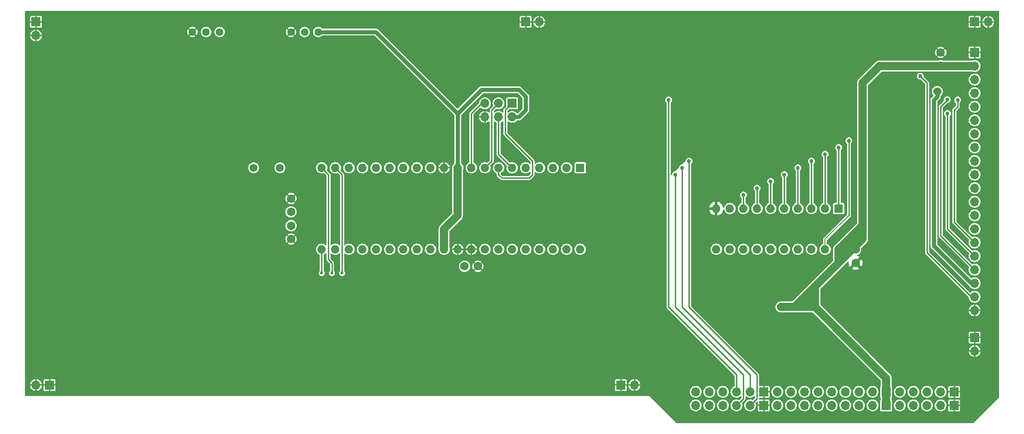
<source format=gbr>
%TF.GenerationSoftware,KiCad,Pcbnew,7.0.10*%
%TF.CreationDate,2024-08-03T18:46:40-06:00*%
%TF.ProjectId,display_card_bottom,64697370-6c61-4795-9f63-6172645f626f,rev?*%
%TF.SameCoordinates,Original*%
%TF.FileFunction,Copper,L2,Bot*%
%TF.FilePolarity,Positive*%
%FSLAX46Y46*%
G04 Gerber Fmt 4.6, Leading zero omitted, Abs format (unit mm)*
G04 Created by KiCad (PCBNEW 7.0.10) date 2024-08-03 18:46:40*
%MOMM*%
%LPD*%
G01*
G04 APERTURE LIST*
%TA.AperFunction,ComponentPad*%
%ADD10R,1.700000X1.700000*%
%TD*%
%TA.AperFunction,ComponentPad*%
%ADD11O,1.700000X1.700000*%
%TD*%
%TA.AperFunction,ComponentPad*%
%ADD12R,1.600000X1.600000*%
%TD*%
%TA.AperFunction,ComponentPad*%
%ADD13O,1.600000X1.600000*%
%TD*%
%TA.AperFunction,ComponentPad*%
%ADD14C,1.440000*%
%TD*%
%TA.AperFunction,ComponentPad*%
%ADD15C,1.600000*%
%TD*%
%TA.AperFunction,ComponentPad*%
%ADD16C,1.500000*%
%TD*%
%TA.AperFunction,ViaPad*%
%ADD17C,0.600000*%
%TD*%
%TA.AperFunction,ViaPad*%
%ADD18C,1.524000*%
%TD*%
%TA.AperFunction,ViaPad*%
%ADD19C,0.762000*%
%TD*%
%TA.AperFunction,Conductor*%
%ADD20C,0.228600*%
%TD*%
%TA.AperFunction,Conductor*%
%ADD21C,0.762000*%
%TD*%
%TA.AperFunction,Conductor*%
%ADD22C,1.524000*%
%TD*%
%TA.AperFunction,Conductor*%
%ADD23C,0.200000*%
%TD*%
G04 APERTURE END LIST*
D10*
%TO.P,20pin conn.,1*%
%TO.N,GND*%
X703569840Y-441309840D03*
%TO.P,20pin conn.,2*%
X703569840Y-443849840D03*
D11*
%TO.P,20pin conn.,3*%
%TO.N,D1*%
X701029840Y-441309840D03*
%TO.P,20pin conn.,4*%
%TO.N,D0*%
X701029840Y-443849840D03*
%TO.P,20pin conn.,5*%
%TO.N,D3*%
X698489840Y-441309840D03*
%TO.P,20pin conn.,6*%
%TO.N,D2*%
X698489840Y-443849840D03*
%TO.P,20pin conn.,7*%
%TO.N,D5*%
X695949840Y-441309840D03*
%TO.P,20pin conn.,8*%
%TO.N,D4*%
X695949840Y-443849840D03*
%TO.P,20pin conn.,9*%
%TO.N,D7*%
X693409840Y-441309840D03*
%TO.P,20pin conn.,10*%
%TO.N,D6*%
X693409840Y-443849840D03*
D10*
%TO.P,20pin conn.,11*%
%TO.N,+5*%
X690869840Y-441309840D03*
%TO.P,20pin conn.,12*%
X690869840Y-443849840D03*
D11*
%TO.P,20pin conn.,13*%
%TO.N,A1*%
X688329840Y-441309840D03*
%TO.P,20pin conn.,14*%
%TO.N,A0*%
X688329840Y-443849840D03*
%TO.P,20pin conn.,15*%
%TO.N,A3*%
X685789840Y-441309840D03*
%TO.P,20pin conn.,16*%
%TO.N,A2*%
X685789840Y-443849840D03*
%TO.P,20pin conn.,17*%
%TO.N,A5*%
X683249840Y-441309840D03*
%TO.P,20pin conn.,18*%
%TO.N,A4*%
X683249840Y-443849840D03*
%TO.P,20pin conn.,19*%
%TO.N,A7*%
X680709840Y-441309840D03*
%TO.P,20pin conn.,20*%
%TO.N,A6*%
X680709840Y-443849840D03*
%TO.P,20pin conn.,21*%
%TO.N,A9*%
X678169840Y-441309840D03*
%TO.P,20pin conn.,22*%
%TO.N,A8*%
X678169840Y-443849840D03*
%TO.P,20pin conn.,23*%
%TO.N,A11*%
X675629840Y-441309840D03*
%TO.P,20pin conn.,24*%
%TO.N,A10*%
X675629840Y-443849840D03*
%TO.P,20pin conn.,25*%
%TO.N,A13*%
X673089840Y-441309840D03*
%TO.P,20pin conn.,26*%
%TO.N,A12*%
X673089840Y-443849840D03*
%TO.P,20pin conn.,27*%
%TO.N,A15*%
X670549840Y-441309840D03*
%TO.P,20pin conn.,28*%
%TO.N,A14*%
X670549840Y-443849840D03*
D10*
%TO.P,20pin conn.,29*%
%TO.N,GND*%
X668009840Y-441309840D03*
%TO.P,20pin conn.,30*%
X668009840Y-443849840D03*
D11*
%TO.P,20pin conn.,31*%
%TO.N,Write*%
X665469840Y-441309840D03*
%TO.P,20pin conn.,32*%
%TO.N,Read*%
X665469840Y-443849840D03*
%TO.P,20pin conn.,33*%
%TO.N,Reset*%
X662929840Y-441309840D03*
%TO.P,20pin conn.,34*%
%TO.N,Select*%
X662929840Y-443849840D03*
%TO.P,20pin conn.,35*%
%TO.N,A17*%
X660389840Y-441309840D03*
%TO.P,20pin conn.,36*%
%TO.N,A16*%
X660389840Y-443849840D03*
%TO.P,20pin conn.,37*%
%TO.N,A19*%
X657849840Y-441309840D03*
%TO.P,20pin conn.,38*%
%TO.N,A18*%
X657849840Y-443849840D03*
%TO.P,20pin conn.,39*%
%TO.N,INTRQ*%
X655309840Y-441309840D03*
%TO.P,20pin conn.,40*%
%TO.N,PClock*%
X655309840Y-443849840D03*
%TD*%
D12*
%TO.P,ATmega644 MCU,1*%
%TO.N,Write*%
X633730000Y-399410000D03*
D13*
%TO.P,ATmega644 MCU,2*%
%TO.N,Read*%
X631190000Y-399410000D03*
%TO.P,ATmega644 MCU,3*%
%TO.N,Select*%
X628650000Y-399410000D03*
%TO.P,ATmega644 MCU,4*%
%TO.N,DDR*%
X626110000Y-399410000D03*
%TO.P,ATmega644 MCU,5*%
%TO.N,DEN*%
X623570000Y-399410000D03*
%TO.P,ATmega644 MCU,6*%
%TO.N,MOSI*%
X621030000Y-399410000D03*
%TO.P,ATmega644 MCU,7*%
%TO.N,MISO*%
X618490000Y-399410000D03*
%TO.P,ATmega644 MCU,8*%
%TO.N,Clock*%
X615950000Y-399410000D03*
%TO.P,ATmega644 MCU,9*%
%TO.N,Reset*%
X613410000Y-399410000D03*
%TO.P,ATmega644 MCU,10*%
%TO.N,+5*%
X610870000Y-399410000D03*
%TO.P,ATmega644 MCU,11*%
%TO.N,GND*%
X608330000Y-399410000D03*
%TO.P,ATmega644 MCU,12*%
%TO.N,XTAL2*%
X605790000Y-399410000D03*
%TO.P,ATmega644 MCU,13*%
%TO.N,XTAL1*%
X603250000Y-399410000D03*
%TO.P,ATmega644 MCU,14*%
%TO.N,Enable*%
X600710000Y-399410000D03*
%TO.P,ATmega644 MCU,15*%
%TO.N,RW*%
X598170000Y-399410000D03*
%TO.P,ATmega644 MCU,16*%
%TO.N,RS*%
X595630000Y-399410000D03*
%TO.P,ATmega644 MCU,17*%
%TO.N,CS2*%
X593090000Y-399410000D03*
%TO.P,ATmega644 MCU,18*%
%TO.N,CS1*%
X590550000Y-399410000D03*
%TO.P,ATmega644 MCU,19*%
%TO.N,A8*%
X588010000Y-399410000D03*
%TO.P,ATmega644 MCU,20*%
%TO.N,A9*%
X585470000Y-399410000D03*
%TO.P,ATmega644 MCU,21*%
%TO.N,A10*%
X585470000Y-414650000D03*
%TO.P,ATmega644 MCU,22*%
%TO.N,A0*%
X588010000Y-414650000D03*
%TO.P,ATmega644 MCU,23*%
%TO.N,A1*%
X590550000Y-414650000D03*
%TO.P,ATmega644 MCU,24*%
%TO.N,A2*%
X593090000Y-414650000D03*
%TO.P,ATmega644 MCU,25*%
%TO.N,A3*%
X595630000Y-414650000D03*
%TO.P,ATmega644 MCU,26*%
%TO.N,A4*%
X598170000Y-414650000D03*
%TO.P,ATmega644 MCU,27*%
%TO.N,A5*%
X600710000Y-414650000D03*
%TO.P,ATmega644 MCU,28*%
%TO.N,A6*%
X603250000Y-414650000D03*
%TO.P,ATmega644 MCU,29*%
%TO.N,A7*%
X605790000Y-414650000D03*
%TO.P,ATmega644 MCU,30*%
%TO.N,+5*%
X608330000Y-414650000D03*
%TO.P,ATmega644 MCU,31*%
%TO.N,GND*%
X610870000Y-414650000D03*
%TO.P,ATmega644 MCU,33*%
%TO.N,DD7*%
X615950000Y-414650000D03*
%TO.P,ATmega644 MCU,34*%
%TO.N,DD6*%
X618490000Y-414650000D03*
%TO.P,ATmega644 MCU,35*%
%TO.N,DD5*%
X621030000Y-414650000D03*
%TO.P,ATmega644 MCU,36*%
%TO.N,DD4*%
X623570000Y-414650000D03*
%TO.P,ATmega644 MCU,37*%
%TO.N,DD3*%
X626110000Y-414650000D03*
%TO.P,ATmega644 MCU,38*%
%TO.N,DD2*%
X628650000Y-414650000D03*
%TO.P,ATmega644 MCU,39*%
%TO.N,DD1*%
X631190000Y-414650000D03*
%TO.P,ATmega644 MCU,40*%
%TO.N,DD0*%
X633730000Y-414650000D03*
%TO.P,ATmega644 MCU,GND*%
%TO.N,GND*%
X613410000Y-414650000D03*
%TD*%
D14*
%TO.P, ,1*%
%TO.N,GND*%
X579755000Y-374010000D03*
%TO.P, ,2*%
%TO.N,BackLight*%
X582295000Y-374010000D03*
%TO.P, ,3*%
%TO.N,+5*%
X584835000Y-374010000D03*
%TD*%
D10*
%TO.P,REF\u002A\u002A,1*%
%TO.N,GND*%
X641345000Y-440050000D03*
D11*
%TO.P,REF\u002A\u002A,2*%
X643885000Y-440050000D03*
%TD*%
D15*
%TO.P,20pf,1*%
%TO.N,XTAL2*%
X579755000Y-410225000D03*
%TO.P,20pf,2*%
%TO.N,GND*%
X579755000Y-412725000D03*
%TD*%
D12*
%TO.P,74245,1*%
%TO.N,DDR*%
X681990000Y-407030000D03*
D13*
%TO.P,74245,2*%
%TO.N,DD0*%
X679450000Y-407030000D03*
%TO.P,74245,3*%
%TO.N,DD1*%
X676910000Y-407030000D03*
%TO.P,74245,4*%
%TO.N,DD2*%
X674370000Y-407030000D03*
%TO.P,74245,5*%
%TO.N,DD3*%
X671830000Y-407030000D03*
%TO.P,74245,6*%
%TO.N,DD4*%
X669290000Y-407030000D03*
%TO.P,74245,7*%
%TO.N,DD5*%
X666750000Y-407030000D03*
%TO.P,74245,8*%
%TO.N,DD6*%
X664210000Y-407030000D03*
%TO.P,74245,9*%
%TO.N,DD7*%
X661670000Y-407030000D03*
%TO.P,74245,10*%
%TO.N,GND*%
X659130000Y-407030000D03*
%TO.P,74245,11*%
%TO.N,D7*%
X659130000Y-414650000D03*
%TO.P,74245,12*%
%TO.N,D6*%
X661670000Y-414650000D03*
%TO.P,74245,13*%
%TO.N,D5*%
X664210000Y-414650000D03*
%TO.P,74245,14*%
%TO.N,D4*%
X666750000Y-414650000D03*
%TO.P,74245,15*%
%TO.N,D3*%
X669290000Y-414650000D03*
%TO.P,74245,16*%
%TO.N,D2*%
X671830000Y-414650000D03*
%TO.P,74245,17*%
%TO.N,D1*%
X674370000Y-414650000D03*
%TO.P,74245,18*%
%TO.N,D0*%
X676910000Y-414650000D03*
%TO.P,74245,19*%
%TO.N,DEN*%
X679450000Y-414650000D03*
%TO.P,74245,20*%
%TO.N,+5*%
X681990000Y-414650000D03*
%TD*%
D10*
%TO.P, ,1*%
%TO.N,GND*%
X532130000Y-372105000D03*
D11*
%TO.P, ,2*%
X532130000Y-374645000D03*
%TD*%
D15*
%TO.P,0.1uf,1*%
%TO.N,GND*%
X685165000Y-417190000D03*
%TO.P,0.1uf,2*%
%TO.N,+5*%
X685165000Y-414690000D03*
%TD*%
D10*
%TO.P,REF\u002A\u002A,1*%
%TO.N,GND*%
X623565000Y-372105000D03*
D11*
%TO.P,REF\u002A\u002A,2*%
X626105000Y-372105000D03*
%TD*%
D10*
%TO.P, ,1*%
%TO.N,GND*%
X534670000Y-440050000D03*
D11*
%TO.P, ,2*%
X532130000Y-440050000D03*
%TD*%
D15*
%TO.P,0.1uf,1*%
%TO.N,+5*%
X612140000Y-417825000D03*
%TO.P,0.1uf,2*%
%TO.N,GND*%
X614640000Y-417825000D03*
%TD*%
D14*
%TO.P, ,1*%
%TO.N,GND*%
X561340000Y-374010000D03*
%TO.P, ,2*%
%TO.N,Contrast*%
X563880000Y-374010000D03*
%TO.P, ,3*%
%TO.N,-5*%
X566420000Y-374010000D03*
%TD*%
D10*
%TO.P,ISP,1*%
%TO.N,MISO*%
X621030000Y-387345000D03*
D11*
%TO.P,ISP,2*%
%TO.N,+5*%
X621030000Y-389885000D03*
%TO.P,ISP,4*%
%TO.N,MOSI*%
X618490000Y-389885000D03*
%TO.P,ISP,5*%
%TO.N,Reset*%
X615950000Y-387345000D03*
%TO.P,ISP,6*%
%TO.N,GND*%
X615950000Y-389885000D03*
%TO.P,ISP,SPI-CLK*%
%TO.N,Clock*%
X618490000Y-387345000D03*
%TD*%
D10*
%TO.P,REF\u002A\u002A,1*%
%TO.N,GND*%
X707385000Y-372105000D03*
D11*
%TO.P,REF\u002A\u002A,2*%
X709925000Y-372105000D03*
%TD*%
D10*
%TO.P, ,1*%
%TO.N,GND*%
X707390000Y-431155000D03*
D11*
%TO.P, ,2*%
X707390000Y-433695000D03*
%TD*%
D16*
%TO.P,OSC,1*%
%TO.N,XTAL1*%
X577670000Y-399410000D03*
%TO.P,OSC,2*%
%TO.N,XTAL2*%
X572770000Y-399410000D03*
%TD*%
D15*
%TO.P,20pf,1*%
%TO.N,XTAL1*%
X579755000Y-407645000D03*
%TO.P,20pf,2*%
%TO.N,GND*%
X579755000Y-405145000D03*
%TD*%
%TO.P,0.1uf,1*%
%TO.N,GND*%
X701040000Y-377825000D03*
%TO.P,0.1uf,2*%
%TO.N,+5*%
X701040000Y-380325000D03*
%TD*%
D10*
%TO.P, ,1*%
%TO.N,GND*%
X707385000Y-377820000D03*
D11*
%TO.P, ,2*%
%TO.N,+5*%
X707385000Y-380360000D03*
%TO.P, ,3*%
%TO.N,Contrast*%
X707385000Y-382900000D03*
%TO.P, ,4*%
%TO.N,RS*%
X707385000Y-385440000D03*
%TO.P, ,5*%
%TO.N,RW*%
X707385000Y-387980000D03*
%TO.P, ,6*%
%TO.N,Enable*%
X707385000Y-390520000D03*
%TO.P, ,7*%
%TO.N,DD0*%
X707385000Y-393060000D03*
%TO.P, ,8*%
%TO.N,DD1*%
X707385000Y-395600000D03*
%TO.P, ,9*%
%TO.N,DD2*%
X707385000Y-398140000D03*
%TO.P, ,10*%
%TO.N,DD3*%
X707385000Y-400680000D03*
%TO.P, ,11*%
%TO.N,DD4*%
X707385000Y-403220000D03*
%TO.P, ,12*%
%TO.N,DD5*%
X707385000Y-405760000D03*
%TO.P, ,13*%
%TO.N,DD6*%
X707385000Y-408300000D03*
%TO.P, ,14*%
%TO.N,DD7*%
X707385000Y-410840000D03*
%TO.P, ,15*%
%TO.N,CS1*%
X707385000Y-413380000D03*
%TO.P, ,16*%
%TO.N,CS2*%
X707385000Y-415920000D03*
%TO.P, ,17*%
%TO.N,Reset*%
X707385000Y-418460000D03*
%TO.P, ,18*%
%TO.N,-5*%
X707385000Y-421000000D03*
%TO.P, ,19*%
%TO.N,BackLight*%
X707385000Y-423540000D03*
%TO.P, ,20*%
%TO.N,GND*%
X707385000Y-426080000D03*
%TD*%
D17*
%TO.N,A8*%
X589280000Y-419095000D03*
%TO.N,A9*%
X587375000Y-419095000D03*
%TO.N,A10*%
X585470000Y-419095000D03*
D18*
%TO.N,+5*%
X671195000Y-425445000D03*
X677545000Y-425445000D03*
X674370000Y-425445000D03*
D19*
%TO.N,Read*%
X654050000Y-398140000D03*
%TO.N,Write*%
X652780000Y-399410000D03*
%TO.N,Select*%
X651510000Y-400680000D03*
%TO.N,Reset*%
X702262848Y-386662848D03*
X650240000Y-386710000D03*
%TO.N,CS1*%
X704215000Y-386710000D03*
%TO.N,CS2*%
X702310000Y-389250000D03*
D18*
%TO.N,-5*%
X700405000Y-385122500D03*
D19*
%TO.N,BackLight*%
X697230000Y-382265000D03*
%TO.N,DD0*%
X679450000Y-396870000D03*
%TO.N,DD2*%
X674370000Y-399410000D03*
%TO.N,DD1*%
X676910000Y-398140000D03*
%TO.N,DD3*%
X671830000Y-400680000D03*
%TO.N,DD4*%
X669290000Y-401950000D03*
%TO.N,DD5*%
X666750000Y-403220000D03*
%TO.N,DD6*%
X664210000Y-404490000D03*
%TO.N,DEN*%
X683895000Y-394330000D03*
%TO.N,DDR*%
X681990000Y-395600000D03*
%TD*%
D20*
%TO.N,GND*%
X613410000Y-414650000D02*
X610870000Y-414650000D01*
%TO.N,A8*%
X589280000Y-400680000D02*
X589280000Y-419095000D01*
X588010000Y-399410000D02*
X589280000Y-400680000D01*
%TO.N,A9*%
X586740000Y-416555000D02*
X587375000Y-417190000D01*
X587375000Y-417190000D02*
X587375000Y-419095000D01*
X586740000Y-400680000D02*
X586740000Y-416555000D01*
X585470000Y-399410000D02*
X586740000Y-400680000D01*
%TO.N,A10*%
X585470000Y-414650000D02*
X585470000Y-419095000D01*
D21*
%TO.N,+5*%
X622300000Y-389885000D02*
X621030000Y-389885000D01*
X584835000Y-374010000D02*
X595630000Y-374010000D01*
X610870000Y-389250000D02*
X615315000Y-384805000D01*
D22*
X686435000Y-383535000D02*
X689610000Y-380360000D01*
X677545000Y-425445000D02*
X677545000Y-421635000D01*
D21*
X610870000Y-399410000D02*
X610870000Y-389250000D01*
D22*
X682625000Y-415285000D02*
X686117500Y-411792500D01*
D21*
X622300000Y-384805000D02*
X623570000Y-386075000D01*
X615315000Y-384805000D02*
X622300000Y-384805000D01*
D22*
X677545000Y-421635000D02*
X673735000Y-425445000D01*
X608330000Y-414650000D02*
X608330000Y-410840000D01*
X681990000Y-414650000D02*
X681990000Y-417190000D01*
D21*
X623570000Y-388615000D02*
X622300000Y-389885000D01*
D22*
X681990000Y-414650000D02*
X686435000Y-410205000D01*
X686435000Y-412745000D02*
X686435000Y-410205000D01*
X681990000Y-417190000D02*
X686435000Y-412745000D01*
X676275000Y-425445000D02*
X671195000Y-425445000D01*
X689610000Y-380360000D02*
X707385000Y-380360000D01*
X681990000Y-417190000D02*
X677545000Y-421635000D01*
X690869840Y-438769840D02*
X690869840Y-443849840D01*
X676275000Y-425445000D02*
X676275000Y-423540000D01*
D21*
X595630000Y-374010000D02*
X610870000Y-389250000D01*
D22*
X677862500Y-425762500D02*
X690869840Y-438769840D01*
X677545000Y-425445000D02*
X676275000Y-425445000D01*
D21*
X623570000Y-386075000D02*
X623570000Y-388615000D01*
D22*
X608330000Y-410840000D02*
X610870000Y-408300000D01*
X686435000Y-410205000D02*
X686435000Y-383535000D01*
X610870000Y-408300000D02*
X610870000Y-399410000D01*
D20*
%TO.N,Read*%
X654050000Y-425445000D02*
X666750000Y-438145000D01*
X654050000Y-398140000D02*
X654050000Y-425445000D01*
X666750000Y-438145000D02*
X666750000Y-442569680D01*
X666750000Y-442569680D02*
X665469840Y-443849840D01*
%TO.N,Write*%
X652780000Y-425445000D02*
X665469840Y-438134840D01*
X665469840Y-438134840D02*
X665469840Y-441309840D01*
X652780000Y-399410000D02*
X652780000Y-425445000D01*
%TO.N,Select*%
X651510000Y-400680000D02*
X651510000Y-425445000D01*
X664210000Y-438145000D02*
X664210000Y-442569680D01*
X664210000Y-442569680D02*
X662929840Y-443849840D01*
X651510000Y-425445000D02*
X664210000Y-438145000D01*
%TO.N,Reset*%
X702262848Y-386757152D02*
X701040000Y-387980000D01*
X615315000Y-387345000D02*
X613410000Y-389250000D01*
X615950000Y-387345000D02*
X615315000Y-387345000D01*
X650240000Y-425445000D02*
X662929840Y-438134840D01*
X701040000Y-412115000D02*
X707385000Y-418460000D01*
X662929840Y-438134840D02*
X662929840Y-441309840D01*
X613410000Y-389250000D02*
X613410000Y-399410000D01*
X702262848Y-386662848D02*
X702262848Y-386757152D01*
X650240000Y-386710000D02*
X650240000Y-425445000D01*
X701040000Y-387980000D02*
X701040000Y-412115000D01*
%TO.N,CS1*%
X703580000Y-388615000D02*
X703580000Y-409575000D01*
X704215000Y-387980000D02*
X703580000Y-388615000D01*
X703580000Y-409575000D02*
X707385000Y-413380000D01*
X704215000Y-386710000D02*
X704215000Y-387980000D01*
%TO.N,CS2*%
X703580000Y-412115000D02*
X707385000Y-415920000D01*
X703580000Y-412110000D02*
X703580000Y-412115000D01*
X702310000Y-410840000D02*
X703580000Y-412110000D01*
X702310000Y-389250000D02*
X702310000Y-410840000D01*
D21*
%TO.N,-5*%
X700405000Y-386075000D02*
X699770000Y-386710000D01*
X700405000Y-385122500D02*
X700405000Y-386075000D01*
X706752500Y-421000000D02*
X707385000Y-421000000D01*
X699770000Y-386710000D02*
X699770000Y-414017500D01*
X699770000Y-414017500D02*
X706752500Y-421000000D01*
D20*
%TO.N,BackLight*%
X698500000Y-415285000D02*
X706755000Y-423540000D01*
X697230000Y-382265000D02*
X698500000Y-383535000D01*
X698500000Y-383535000D02*
X698500000Y-415285000D01*
X706755000Y-423540000D02*
X707385000Y-423540000D01*
%TO.N,DD0*%
X679450000Y-396870000D02*
X679450000Y-407030000D01*
%TO.N,DD2*%
X674370000Y-399410000D02*
X674370000Y-407030000D01*
%TO.N,DD1*%
X676910000Y-398140000D02*
X676910000Y-407030000D01*
%TO.N,DD3*%
X671830000Y-400680000D02*
X671830000Y-407030000D01*
%TO.N,DD4*%
X669290000Y-401950000D02*
X669290000Y-407030000D01*
%TO.N,DD5*%
X666750000Y-403220000D02*
X666750000Y-407030000D01*
%TO.N,DD6*%
X664210000Y-404490000D02*
X664210000Y-407030000D01*
D23*
%TO.N,DEN*%
X679450000Y-412745000D02*
X679450000Y-414650000D01*
D20*
X683895000Y-408300000D02*
X683895000Y-394330000D01*
D23*
X683895000Y-408300000D02*
X679450000Y-412745000D01*
D20*
%TO.N,Clock*%
X618490000Y-387345000D02*
X617220000Y-388615000D01*
X617220000Y-388615000D02*
X617220000Y-398140000D01*
X617220000Y-398140000D02*
X615950000Y-399410000D01*
%TO.N,MOSI*%
X621030000Y-399410000D02*
X618490000Y-396870000D01*
X618490000Y-396870000D02*
X618490000Y-389885000D01*
%TO.N,MISO*%
X621030000Y-387345000D02*
X619760000Y-388615000D01*
X619125000Y-401315000D02*
X618490000Y-400680000D01*
X618490000Y-400680000D02*
X618490000Y-399410000D01*
X619760000Y-388615000D02*
X619760000Y-393060000D01*
X624840000Y-398140000D02*
X624840000Y-400680000D01*
X619760000Y-393060000D02*
X624840000Y-398140000D01*
X624840000Y-400680000D02*
X624205000Y-401315000D01*
X624205000Y-401315000D02*
X619125000Y-401315000D01*
%TO.N,DDR*%
X681990000Y-407030000D02*
X681990000Y-395600000D01*
%TD*%
%TA.AperFunction,Conductor*%
%TO.N,GND*%
G36*
X688340000Y-385440000D02*
G01*
X687447500Y-384547500D01*
X687447500Y-384005753D01*
X687467185Y-383938714D01*
X687483819Y-383918072D01*
X688340000Y-383061891D01*
X688340000Y-385440000D01*
G37*
%TD.AperFunction*%
%TA.AperFunction,Conductor*%
G36*
X685758537Y-382779570D02*
G01*
X685749522Y-382787741D01*
X685715591Y-382815587D01*
X685715589Y-382815589D01*
X683895000Y-380995000D01*
X687543109Y-380995000D01*
X685758537Y-382779570D01*
G37*
%TD.AperFunction*%
%TD*%
%TA.AperFunction,Conductor*%
%TO.N,GND*%
G36*
X711708000Y-393060000D02*
G01*
X708467576Y-393276508D01*
X708471397Y-393263083D01*
X708490215Y-393060000D01*
X708486709Y-393022168D01*
X708471397Y-392856917D01*
X708415582Y-392660750D01*
X708324673Y-392478179D01*
X708201764Y-392315421D01*
X708201762Y-392315418D01*
X708051041Y-392178019D01*
X708051039Y-392178017D01*
X707877642Y-392070655D01*
X707877635Y-392070651D01*
X707782546Y-392033814D01*
X707687456Y-391996976D01*
X707486976Y-391959500D01*
X707283024Y-391959500D01*
X707082544Y-391996976D01*
X707082541Y-391996976D01*
X707082541Y-391996977D01*
X706892364Y-392070651D01*
X706892357Y-392070655D01*
X706718960Y-392178017D01*
X706718958Y-392178019D01*
X706568237Y-392315418D01*
X706445327Y-392478178D01*
X706354422Y-392660739D01*
X706354417Y-392660752D01*
X706298602Y-392856917D01*
X706279785Y-393059999D01*
X706279785Y-393060000D01*
X706298602Y-393263082D01*
X706342816Y-393418475D01*
X703944800Y-393578699D01*
X703944800Y-390520000D01*
X706279785Y-390520000D01*
X706298602Y-390723082D01*
X706354417Y-390919247D01*
X706354422Y-390919260D01*
X706445327Y-391101821D01*
X706568237Y-391264581D01*
X706718958Y-391401980D01*
X706718960Y-391401982D01*
X706818141Y-391463392D01*
X706892363Y-391509348D01*
X707082544Y-391583024D01*
X707283024Y-391620500D01*
X707283026Y-391620500D01*
X707486974Y-391620500D01*
X707486976Y-391620500D01*
X707687456Y-391583024D01*
X707877637Y-391509348D01*
X708051041Y-391401981D01*
X708201764Y-391264579D01*
X708324673Y-391101821D01*
X708415582Y-390919250D01*
X708471397Y-390723083D01*
X708490215Y-390520000D01*
X708489629Y-390513681D01*
X708471397Y-390316917D01*
X708442626Y-390215798D01*
X708415582Y-390120750D01*
X708402682Y-390094844D01*
X708333989Y-389956889D01*
X708324673Y-389938179D01*
X708265704Y-389860091D01*
X708201762Y-389775418D01*
X708051041Y-389638019D01*
X708051039Y-389638017D01*
X707877642Y-389530655D01*
X707877635Y-389530651D01*
X707734645Y-389475257D01*
X707687456Y-389456976D01*
X707486976Y-389419500D01*
X707283024Y-389419500D01*
X707082544Y-389456976D01*
X707082541Y-389456976D01*
X707082541Y-389456977D01*
X706892364Y-389530651D01*
X706892357Y-389530655D01*
X706718960Y-389638017D01*
X706718958Y-389638019D01*
X706568237Y-389775418D01*
X706445327Y-389938178D01*
X706354422Y-390120739D01*
X706354417Y-390120752D01*
X706298602Y-390316917D01*
X706279785Y-390519999D01*
X706279785Y-390520000D01*
X703944800Y-390520000D01*
X703944800Y-388817467D01*
X703964485Y-388750428D01*
X703981119Y-388729786D01*
X704207216Y-388503689D01*
X704437111Y-388273793D01*
X704456970Y-388257668D01*
X704465489Y-388252103D01*
X704484232Y-388228020D01*
X704494081Y-388216867D01*
X704494317Y-388216588D01*
X704494327Y-388216579D01*
X704506040Y-388200172D01*
X704509067Y-388196110D01*
X704540268Y-388156026D01*
X704540269Y-388156020D01*
X704543917Y-388149280D01*
X704547264Y-388142435D01*
X704547263Y-388142435D01*
X704547265Y-388142434D01*
X704561769Y-388093713D01*
X704563300Y-388088935D01*
X704579800Y-388040874D01*
X704579800Y-388040869D01*
X704581057Y-388033341D01*
X704582004Y-388025744D01*
X704580112Y-387980000D01*
X706279785Y-387980000D01*
X706298602Y-388183082D01*
X706354417Y-388379247D01*
X706354422Y-388379260D01*
X706445327Y-388561821D01*
X706568237Y-388724581D01*
X706718958Y-388861980D01*
X706718960Y-388861982D01*
X706773344Y-388895655D01*
X706892363Y-388969348D01*
X707082544Y-389043024D01*
X707283024Y-389080500D01*
X707283026Y-389080500D01*
X707486974Y-389080500D01*
X707486976Y-389080500D01*
X707687456Y-389043024D01*
X707877637Y-388969348D01*
X708051041Y-388861981D01*
X708201764Y-388724579D01*
X708324673Y-388561821D01*
X708415582Y-388379250D01*
X708471397Y-388183083D01*
X708490215Y-387980000D01*
X708471397Y-387776917D01*
X708415582Y-387580750D01*
X708399315Y-387548082D01*
X708371272Y-387491764D01*
X708324673Y-387398179D01*
X708246264Y-387294348D01*
X708201762Y-387235418D01*
X708051041Y-387098019D01*
X708051039Y-387098017D01*
X707877642Y-386990655D01*
X707877635Y-386990651D01*
X707734642Y-386935256D01*
X707687456Y-386916976D01*
X707486976Y-386879500D01*
X707283024Y-386879500D01*
X707082544Y-386916976D01*
X707082541Y-386916976D01*
X707082541Y-386916977D01*
X706892364Y-386990651D01*
X706892357Y-386990655D01*
X706718960Y-387098017D01*
X706718958Y-387098019D01*
X706568237Y-387235418D01*
X706445327Y-387398178D01*
X706354422Y-387580739D01*
X706354417Y-387580752D01*
X706298602Y-387776917D01*
X706279785Y-387979999D01*
X706279785Y-387980000D01*
X704580112Y-387980000D01*
X704579906Y-387975029D01*
X704579800Y-387969903D01*
X704579800Y-387286298D01*
X704599485Y-387219259D01*
X704621570Y-387193484D01*
X704691156Y-387131838D01*
X704778272Y-387005628D01*
X704832653Y-386862238D01*
X704851138Y-386710000D01*
X704832653Y-386557762D01*
X704778272Y-386414372D01*
X704691156Y-386288162D01*
X704684175Y-386281977D01*
X704576369Y-386186469D01*
X704492952Y-386142689D01*
X704440578Y-386115201D01*
X704440575Y-386115200D01*
X704291679Y-386078500D01*
X704291678Y-386078500D01*
X704138322Y-386078500D01*
X704138321Y-386078500D01*
X703989424Y-386115200D01*
X703853630Y-386186469D01*
X703738845Y-386288160D01*
X703651729Y-386414369D01*
X703597347Y-386557761D01*
X703597346Y-386557764D01*
X703578862Y-386709999D01*
X703578862Y-386710000D01*
X703597346Y-386862235D01*
X703597347Y-386862238D01*
X703651728Y-387005628D01*
X703738844Y-387131838D01*
X703808427Y-387193483D01*
X703845554Y-387252672D01*
X703850200Y-387286298D01*
X703850200Y-387777532D01*
X703830515Y-387844571D01*
X703813881Y-387865213D01*
X703357894Y-388321200D01*
X703338040Y-388337324D01*
X703329512Y-388342896D01*
X703329511Y-388342896D01*
X703329511Y-388342897D01*
X703310756Y-388366993D01*
X703300885Y-388378171D01*
X703300671Y-388378424D01*
X703288977Y-388394801D01*
X703285921Y-388398899D01*
X703254729Y-388438976D01*
X703251089Y-388445702D01*
X703247735Y-388452564D01*
X703233247Y-388501226D01*
X703231685Y-388506102D01*
X703215200Y-388554123D01*
X703213943Y-388561656D01*
X703212995Y-388569257D01*
X703215094Y-388619969D01*
X703215200Y-388625095D01*
X703215200Y-393627447D01*
X702674800Y-393663554D01*
X702674800Y-389826298D01*
X702694485Y-389759259D01*
X702716570Y-389733484D01*
X702786156Y-389671838D01*
X702873272Y-389545628D01*
X702927653Y-389402238D01*
X702946138Y-389250000D01*
X702927653Y-389097762D01*
X702873272Y-388954372D01*
X702786156Y-388828162D01*
X702779175Y-388821977D01*
X702671369Y-388726469D01*
X702606540Y-388692444D01*
X702535578Y-388655201D01*
X702535575Y-388655200D01*
X702386679Y-388618500D01*
X702386678Y-388618500D01*
X702233322Y-388618500D01*
X702233321Y-388618500D01*
X702084424Y-388655200D01*
X701948630Y-388726469D01*
X701833845Y-388828160D01*
X701746729Y-388954369D01*
X701692347Y-389097761D01*
X701692346Y-389097764D01*
X701673862Y-389249999D01*
X701673862Y-389250000D01*
X701692346Y-389402235D01*
X701692347Y-389402238D01*
X701746728Y-389545628D01*
X701833844Y-389671838D01*
X701903427Y-389733483D01*
X701940554Y-389792672D01*
X701945200Y-389826298D01*
X701945200Y-393712302D01*
X701404800Y-393748409D01*
X701404800Y-388182467D01*
X701424485Y-388115428D01*
X701441119Y-388094786D01*
X702205238Y-387330667D01*
X702266561Y-387297182D01*
X702292919Y-387294348D01*
X702339527Y-387294348D01*
X702376751Y-387285172D01*
X702488426Y-387257647D01*
X702624216Y-387186379D01*
X702739004Y-387084686D01*
X702826120Y-386958476D01*
X702880501Y-386815086D01*
X702898986Y-386662848D01*
X702880501Y-386510610D01*
X702826120Y-386367220D01*
X702739004Y-386241010D01*
X702739002Y-386241008D01*
X702624217Y-386139317D01*
X702539765Y-386094994D01*
X702488426Y-386068049D01*
X702488423Y-386068048D01*
X702339527Y-386031348D01*
X702339526Y-386031348D01*
X702186170Y-386031348D01*
X702186169Y-386031348D01*
X702037272Y-386068048D01*
X701901478Y-386139317D01*
X701786693Y-386241008D01*
X701699577Y-386367217D01*
X701645195Y-386510609D01*
X701645194Y-386510612D01*
X701626710Y-386662847D01*
X701626710Y-386662848D01*
X701642661Y-386794220D01*
X701631200Y-386863143D01*
X701607246Y-386896847D01*
X700817893Y-387686200D01*
X700798042Y-387702322D01*
X700789512Y-387707895D01*
X700770756Y-387731993D01*
X700760885Y-387743171D01*
X700760671Y-387743424D01*
X700748977Y-387759801D01*
X700745921Y-387763899D01*
X700714729Y-387803976D01*
X700711089Y-387810702D01*
X700707735Y-387817564D01*
X700693247Y-387866226D01*
X700691685Y-387871102D01*
X700675200Y-387919123D01*
X700673943Y-387926656D01*
X700672995Y-387934257D01*
X700675094Y-387984969D01*
X700675200Y-387990095D01*
X700675200Y-393797158D01*
X700401500Y-393815445D01*
X700401500Y-387022937D01*
X700421185Y-386955898D01*
X700437815Y-386935260D01*
X700792561Y-386580513D01*
X700804894Y-386570634D01*
X700804718Y-386570421D01*
X700810727Y-386565448D01*
X700810732Y-386565446D01*
X700857246Y-386515911D01*
X700859896Y-386513178D01*
X700879632Y-386493444D01*
X700882153Y-386490192D01*
X700889717Y-386481335D01*
X700919955Y-386449136D01*
X700929745Y-386431326D01*
X700940419Y-386415077D01*
X700952879Y-386399014D01*
X700970417Y-386358483D01*
X700975547Y-386348010D01*
X700996820Y-386309318D01*
X701001872Y-386289639D01*
X701008175Y-386271230D01*
X701008507Y-386270463D01*
X701016245Y-386252583D01*
X701023153Y-386208963D01*
X701025517Y-386197549D01*
X701036500Y-386154777D01*
X701036500Y-386134457D01*
X701038027Y-386115057D01*
X701041205Y-386094993D01*
X701037050Y-386051036D01*
X701036500Y-386039367D01*
X701036500Y-385972702D01*
X701056185Y-385905663D01*
X701081837Y-385876848D01*
X701089923Y-385870212D01*
X701124410Y-385841910D01*
X701250936Y-385687737D01*
X701344954Y-385511842D01*
X701366747Y-385440000D01*
X706279785Y-385440000D01*
X706298602Y-385643082D01*
X706354417Y-385839247D01*
X706354422Y-385839260D01*
X706445327Y-386021821D01*
X706568237Y-386184581D01*
X706718958Y-386321980D01*
X706718960Y-386321982D01*
X706796383Y-386369920D01*
X706892363Y-386429348D01*
X707082544Y-386503024D01*
X707283024Y-386540500D01*
X707283026Y-386540500D01*
X707486974Y-386540500D01*
X707486976Y-386540500D01*
X707687456Y-386503024D01*
X707877637Y-386429348D01*
X708051041Y-386321981D01*
X708201764Y-386184579D01*
X708324673Y-386021821D01*
X708415582Y-385839250D01*
X708471397Y-385643083D01*
X708490215Y-385440000D01*
X708471397Y-385236917D01*
X708415582Y-385040750D01*
X708324673Y-384858179D01*
X708201764Y-384695421D01*
X708201762Y-384695418D01*
X708051041Y-384558019D01*
X708051039Y-384558017D01*
X707877642Y-384450655D01*
X707877635Y-384450651D01*
X707754862Y-384403089D01*
X707687456Y-384376976D01*
X707486976Y-384339500D01*
X707283024Y-384339500D01*
X707082544Y-384376976D01*
X707082541Y-384376976D01*
X707082541Y-384376977D01*
X706892364Y-384450651D01*
X706892357Y-384450655D01*
X706718960Y-384558017D01*
X706718958Y-384558019D01*
X706568237Y-384695418D01*
X706445327Y-384858178D01*
X706354422Y-385040739D01*
X706354417Y-385040752D01*
X706298602Y-385236917D01*
X706279785Y-385439999D01*
X706279785Y-385440000D01*
X701366747Y-385440000D01*
X701402850Y-385320985D01*
X701422399Y-385122500D01*
X701402850Y-384924015D01*
X701344954Y-384733158D01*
X701344951Y-384733154D01*
X701344951Y-384733151D01*
X701250939Y-384557268D01*
X701250937Y-384557266D01*
X701250936Y-384557263D01*
X701212456Y-384510375D01*
X701124410Y-384403089D01*
X700986662Y-384290044D01*
X700970237Y-384276564D01*
X700970235Y-384276563D01*
X700970231Y-384276560D01*
X700794348Y-384182548D01*
X700794342Y-384182546D01*
X700603485Y-384124650D01*
X700603483Y-384124649D01*
X700603481Y-384124649D01*
X700405000Y-384105101D01*
X700206518Y-384124649D01*
X700015651Y-384182548D01*
X699839768Y-384276560D01*
X699839761Y-384276565D01*
X699685589Y-384403089D01*
X699559065Y-384557261D01*
X699559060Y-384557268D01*
X699465048Y-384733151D01*
X699407149Y-384924018D01*
X699387601Y-385122500D01*
X699407149Y-385320981D01*
X699407149Y-385320983D01*
X699407150Y-385320985D01*
X699465046Y-385511842D01*
X699465048Y-385511848D01*
X699559060Y-385687731D01*
X699559065Y-385687738D01*
X699641077Y-385787671D01*
X699668390Y-385851981D01*
X699656599Y-385920849D01*
X699632905Y-385954017D01*
X699382435Y-386204487D01*
X699370103Y-386214368D01*
X699370279Y-386214581D01*
X699364267Y-386219554D01*
X699317784Y-386269052D01*
X699315079Y-386271843D01*
X699295375Y-386291548D01*
X699295365Y-386291559D01*
X699292844Y-386294809D01*
X699285274Y-386303670D01*
X699255050Y-386335857D01*
X699255042Y-386335868D01*
X699245259Y-386353663D01*
X699234581Y-386369920D01*
X699222125Y-386385979D01*
X699222121Y-386385984D01*
X699204585Y-386426507D01*
X699199448Y-386436994D01*
X699178178Y-386475684D01*
X699173127Y-386495358D01*
X699166828Y-386513759D01*
X699158754Y-386532417D01*
X699158753Y-386532420D01*
X699151849Y-386576014D01*
X699149481Y-386587452D01*
X699138500Y-386630221D01*
X699138500Y-386650543D01*
X699136974Y-386669938D01*
X699133795Y-386690006D01*
X699137950Y-386733956D01*
X699138500Y-386745624D01*
X699138500Y-393899832D01*
X698864800Y-393918120D01*
X698864800Y-383585692D01*
X698867439Y-383560247D01*
X698868029Y-383557431D01*
X698869528Y-383550283D01*
X698865752Y-383519991D01*
X698864828Y-383505107D01*
X698864801Y-383504779D01*
X698861486Y-383484913D01*
X698860747Y-383479842D01*
X698854468Y-383429470D01*
X698852282Y-383422130D01*
X698849805Y-383414915D01*
X698849805Y-383414912D01*
X698825639Y-383370257D01*
X698823294Y-383365702D01*
X698809026Y-383336516D01*
X698800997Y-383320092D01*
X698800995Y-383320090D01*
X698800994Y-383320087D01*
X698796577Y-383313901D01*
X698791862Y-383307843D01*
X698791859Y-383307837D01*
X698791853Y-383307831D01*
X698791852Y-383307830D01*
X698754499Y-383273444D01*
X698750800Y-383269895D01*
X698380905Y-382900000D01*
X706279785Y-382900000D01*
X706298602Y-383103082D01*
X706354417Y-383299247D01*
X706354422Y-383299260D01*
X706445327Y-383481821D01*
X706568237Y-383644581D01*
X706718958Y-383781980D01*
X706718960Y-383781982D01*
X706818141Y-383843392D01*
X706892363Y-383889348D01*
X707082544Y-383963024D01*
X707283024Y-384000500D01*
X707283026Y-384000500D01*
X707486974Y-384000500D01*
X707486976Y-384000500D01*
X707687456Y-383963024D01*
X707877637Y-383889348D01*
X708051041Y-383781981D01*
X708201764Y-383644579D01*
X708324673Y-383481821D01*
X708415582Y-383299250D01*
X708471397Y-383103083D01*
X708490215Y-382900000D01*
X708471397Y-382696917D01*
X708415582Y-382500750D01*
X708324673Y-382318179D01*
X708201764Y-382155421D01*
X708201762Y-382155418D01*
X708051041Y-382018019D01*
X708051039Y-382018017D01*
X707877642Y-381910655D01*
X707877635Y-381910651D01*
X707703424Y-381843162D01*
X707687456Y-381836976D01*
X707486976Y-381799500D01*
X707283024Y-381799500D01*
X707082544Y-381836976D01*
X707082541Y-381836976D01*
X707082541Y-381836977D01*
X706892364Y-381910651D01*
X706892357Y-381910655D01*
X706718960Y-382018017D01*
X706718958Y-382018019D01*
X706568237Y-382155418D01*
X706445327Y-382318178D01*
X706354422Y-382500739D01*
X706354417Y-382500752D01*
X706298602Y-382696917D01*
X706279785Y-382899999D01*
X706279785Y-382900000D01*
X698380905Y-382900000D01*
X697895811Y-382414906D01*
X697862326Y-382353583D01*
X697860396Y-382312283D01*
X697866138Y-382265000D01*
X697847653Y-382112762D01*
X697793272Y-381969372D01*
X697706156Y-381843162D01*
X697699175Y-381836977D01*
X697591369Y-381741469D01*
X697526540Y-381707444D01*
X697455578Y-381670201D01*
X697455575Y-381670200D01*
X697306679Y-381633500D01*
X697306678Y-381633500D01*
X697153322Y-381633500D01*
X697153321Y-381633500D01*
X697004424Y-381670200D01*
X696868630Y-381741469D01*
X696753845Y-381843160D01*
X696666729Y-381969369D01*
X696612347Y-382112761D01*
X696612346Y-382112764D01*
X696593862Y-382264999D01*
X696593862Y-382265000D01*
X696612346Y-382417235D01*
X696612347Y-382417238D01*
X696666729Y-382560630D01*
X696753845Y-382686839D01*
X696868630Y-382788530D01*
X696868632Y-382788531D01*
X697004422Y-382859799D01*
X697103688Y-382884266D01*
X697153321Y-382896500D01*
X697294233Y-382896500D01*
X697361272Y-382916185D01*
X697381914Y-382932819D01*
X698098881Y-383649786D01*
X698132366Y-383711109D01*
X698135200Y-383737467D01*
X698135200Y-393966868D01*
X688340000Y-394621335D01*
X688340000Y-392425000D01*
X687447500Y-392507638D01*
X687447500Y-384547500D01*
X688340000Y-385440000D01*
X688340000Y-383061891D01*
X689993072Y-381408819D01*
X690054395Y-381375334D01*
X690080753Y-381372500D01*
X700951840Y-381372500D01*
X700963994Y-381373097D01*
X701040000Y-381380583D01*
X701116006Y-381373097D01*
X701128160Y-381372500D01*
X706928945Y-381372500D01*
X706973739Y-381380873D01*
X707082544Y-381423024D01*
X707283024Y-381460500D01*
X707283026Y-381460500D01*
X707486974Y-381460500D01*
X707486976Y-381460500D01*
X707687456Y-381423024D01*
X707877637Y-381349348D01*
X708051041Y-381241981D01*
X708201764Y-381104579D01*
X708324673Y-380941821D01*
X708415582Y-380759250D01*
X708471397Y-380563083D01*
X708490215Y-380360000D01*
X708471397Y-380156917D01*
X708415582Y-379960750D01*
X708324673Y-379778179D01*
X708201764Y-379615421D01*
X708201762Y-379615418D01*
X708051041Y-379478019D01*
X708051039Y-379478017D01*
X707877642Y-379370655D01*
X707877635Y-379370651D01*
X707782546Y-379333814D01*
X707687456Y-379296976D01*
X707486976Y-379259500D01*
X707283024Y-379259500D01*
X707082544Y-379296976D01*
X707082541Y-379296976D01*
X707082541Y-379296977D01*
X706973739Y-379339127D01*
X706928945Y-379347500D01*
X701454871Y-379347500D01*
X701418876Y-379342161D01*
X701245934Y-379289700D01*
X701245932Y-379289699D01*
X701245934Y-379289699D01*
X701040000Y-379269417D01*
X700834067Y-379289699D01*
X700691888Y-379332828D01*
X700671126Y-379339127D01*
X700661124Y-379342161D01*
X700625129Y-379347500D01*
X689665833Y-379347500D01*
X689653679Y-379346903D01*
X689610000Y-379342601D01*
X689560260Y-379347500D01*
X689560259Y-379347500D01*
X689542016Y-379349296D01*
X689411518Y-379362149D01*
X689220651Y-379420048D01*
X689044769Y-379514058D01*
X689042311Y-379515882D01*
X689040056Y-379517926D01*
X688890587Y-379640592D01*
X688862741Y-379674522D01*
X688854570Y-379683537D01*
X687543107Y-380995000D01*
X683895000Y-380995000D01*
X685715589Y-382815589D01*
X685589064Y-382969761D01*
X685589060Y-382969768D01*
X685495047Y-383145653D01*
X685467113Y-383237740D01*
X685445853Y-383307830D01*
X685445851Y-383307835D01*
X685445850Y-383307838D01*
X685437149Y-383336516D01*
X685417601Y-383535000D01*
X685421903Y-383578678D01*
X685422500Y-383590832D01*
X685422500Y-392695138D01*
X654050000Y-395600000D01*
X654050000Y-397501913D01*
X654035661Y-397499061D01*
X654034483Y-397498573D01*
X654021495Y-397505666D01*
X653995137Y-397508500D01*
X653973321Y-397508500D01*
X653824424Y-397545200D01*
X653688630Y-397616469D01*
X653573845Y-397718160D01*
X653486729Y-397844369D01*
X653432347Y-397987761D01*
X653432346Y-397987764D01*
X653418862Y-398098817D01*
X653391240Y-398162995D01*
X653383447Y-398171551D01*
X652812819Y-398742181D01*
X652751496Y-398775666D01*
X652725138Y-398778500D01*
X652703321Y-398778500D01*
X652554424Y-398815200D01*
X652418630Y-398886469D01*
X652303845Y-398988160D01*
X652216729Y-399114369D01*
X652162347Y-399257761D01*
X652162346Y-399257764D01*
X652148862Y-399368817D01*
X652121240Y-399432995D01*
X652113447Y-399441551D01*
X651542819Y-400012181D01*
X651481496Y-400045666D01*
X651455138Y-400048500D01*
X651433321Y-400048500D01*
X651284424Y-400085200D01*
X651148630Y-400156469D01*
X651033845Y-400258160D01*
X650946729Y-400384369D01*
X650892347Y-400527761D01*
X650892346Y-400527764D01*
X650878862Y-400638817D01*
X650851240Y-400702995D01*
X650843449Y-400711550D01*
X650816483Y-400738517D01*
X650755160Y-400772003D01*
X650685469Y-400767020D01*
X650629534Y-400725149D01*
X650605116Y-400659685D01*
X650604800Y-400650837D01*
X650604800Y-387286298D01*
X650624485Y-387219259D01*
X650646570Y-387193484D01*
X650716156Y-387131838D01*
X650803272Y-387005628D01*
X650857653Y-386862238D01*
X650876138Y-386710000D01*
X650857653Y-386557762D01*
X650803272Y-386414372D01*
X650716156Y-386288162D01*
X650709175Y-386281977D01*
X650601369Y-386186469D01*
X650517952Y-386142689D01*
X650465578Y-386115201D01*
X650465575Y-386115200D01*
X650316679Y-386078500D01*
X650316678Y-386078500D01*
X650163322Y-386078500D01*
X650163321Y-386078500D01*
X650014424Y-386115200D01*
X649878630Y-386186469D01*
X649763845Y-386288160D01*
X649676729Y-386414369D01*
X649622347Y-386557761D01*
X649622346Y-386557764D01*
X649603862Y-386709999D01*
X649603862Y-386710000D01*
X649622346Y-386862235D01*
X649622347Y-386862238D01*
X649676728Y-387005628D01*
X649763844Y-387131838D01*
X649833427Y-387193483D01*
X649870554Y-387252672D01*
X649875200Y-387286298D01*
X649875200Y-425394306D01*
X649872561Y-425419753D01*
X649870471Y-425429716D01*
X649874248Y-425460008D01*
X649875170Y-425474877D01*
X649875199Y-425475222D01*
X649878514Y-425495092D01*
X649879252Y-425500155D01*
X649885532Y-425550533D01*
X649887715Y-425557865D01*
X649890196Y-425565091D01*
X649914363Y-425609749D01*
X649916709Y-425614305D01*
X649939001Y-425659906D01*
X649943459Y-425666149D01*
X649948138Y-425672159D01*
X649948139Y-425672160D01*
X649948141Y-425672163D01*
X649985513Y-425706566D01*
X649989187Y-425710092D01*
X650240000Y-425960905D01*
X650240000Y-437510000D01*
X598170000Y-437510000D01*
X530081046Y-437510000D01*
X530084227Y-414650000D01*
X584414417Y-414650000D01*
X584434699Y-414855932D01*
X584455739Y-414925292D01*
X584494768Y-415053954D01*
X584592315Y-415236450D01*
X584592317Y-415236452D01*
X584723589Y-415396410D01*
X584791327Y-415452000D01*
X584883550Y-415527685D01*
X585039654Y-415611125D01*
X585089498Y-415660088D01*
X585105200Y-415720483D01*
X585105200Y-418624030D01*
X585085515Y-418691069D01*
X585079576Y-418699517D01*
X585077381Y-418702377D01*
X585077379Y-418702379D01*
X585019992Y-418777165D01*
X584989137Y-418817377D01*
X584933671Y-418951287D01*
X584933670Y-418951291D01*
X584914750Y-419094999D01*
X584914750Y-419095000D01*
X584933670Y-419238708D01*
X584933671Y-419238712D01*
X584989137Y-419372622D01*
X584989138Y-419372624D01*
X584989139Y-419372625D01*
X585077379Y-419487621D01*
X585192375Y-419575861D01*
X585326291Y-419631330D01*
X585453280Y-419648048D01*
X585469999Y-419650250D01*
X585470000Y-419650250D01*
X585470001Y-419650250D01*
X585484977Y-419648278D01*
X585613709Y-419631330D01*
X585747625Y-419575861D01*
X585862621Y-419487621D01*
X585950861Y-419372625D01*
X586006330Y-419238709D01*
X586025250Y-419095000D01*
X586006330Y-418951291D01*
X585950861Y-418817375D01*
X585862621Y-418702379D01*
X585862618Y-418702377D01*
X585860424Y-418699517D01*
X585835230Y-418634348D01*
X585834800Y-418624030D01*
X585834800Y-415720483D01*
X585854485Y-415653444D01*
X585900346Y-415611125D01*
X586056450Y-415527685D01*
X586172535Y-415432416D01*
X586236845Y-415405104D01*
X586305713Y-415416895D01*
X586357273Y-415464047D01*
X586375200Y-415528270D01*
X586375200Y-416504306D01*
X586372561Y-416529753D01*
X586370471Y-416539716D01*
X586374248Y-416570008D01*
X586375170Y-416584877D01*
X586375199Y-416585222D01*
X586378514Y-416605092D01*
X586379252Y-416610155D01*
X586385532Y-416660533D01*
X586387715Y-416667865D01*
X586390196Y-416675091D01*
X586414363Y-416719749D01*
X586416709Y-416724305D01*
X586439003Y-416769909D01*
X586443444Y-416776129D01*
X586448139Y-416782161D01*
X586485498Y-416816553D01*
X586489195Y-416820101D01*
X586747684Y-417078590D01*
X586973881Y-417304786D01*
X587007366Y-417366109D01*
X587010200Y-417392467D01*
X587010200Y-418624030D01*
X586990515Y-418691069D01*
X586984576Y-418699517D01*
X586982381Y-418702377D01*
X586982379Y-418702379D01*
X586924992Y-418777165D01*
X586894137Y-418817377D01*
X586838671Y-418951287D01*
X586838670Y-418951291D01*
X586819750Y-419094999D01*
X586819750Y-419095000D01*
X586838670Y-419238708D01*
X586838671Y-419238712D01*
X586894137Y-419372622D01*
X586894138Y-419372624D01*
X586894139Y-419372625D01*
X586982379Y-419487621D01*
X587097375Y-419575861D01*
X587231291Y-419631330D01*
X587358280Y-419648048D01*
X587374999Y-419650250D01*
X587375000Y-419650250D01*
X587375001Y-419650250D01*
X587389977Y-419648278D01*
X587518709Y-419631330D01*
X587652625Y-419575861D01*
X587767621Y-419487621D01*
X587855861Y-419372625D01*
X587911330Y-419238709D01*
X587930250Y-419095000D01*
X587911330Y-418951291D01*
X587855861Y-418817375D01*
X587767621Y-418702379D01*
X587767618Y-418702377D01*
X587765424Y-418699517D01*
X587740230Y-418634348D01*
X587739800Y-418624030D01*
X587739800Y-417240697D01*
X587742439Y-417215251D01*
X587744529Y-417205284D01*
X587740752Y-417174984D01*
X587739831Y-417160160D01*
X587739800Y-417159784D01*
X587739800Y-417159773D01*
X587736485Y-417139916D01*
X587735750Y-417134865D01*
X587729469Y-417084470D01*
X587729465Y-417084463D01*
X587727286Y-417077141D01*
X587724805Y-417069915D01*
X587724805Y-417069912D01*
X587700649Y-417025276D01*
X587698303Y-417020718D01*
X587675998Y-416975092D01*
X587671577Y-416968901D01*
X587666862Y-416962843D01*
X587666859Y-416962837D01*
X587666853Y-416962831D01*
X587666852Y-416962830D01*
X587629499Y-416928444D01*
X587625800Y-416924895D01*
X587141119Y-416440214D01*
X587107634Y-416378891D01*
X587104800Y-416352533D01*
X587104800Y-415528270D01*
X587124485Y-415461231D01*
X587177289Y-415415476D01*
X587246447Y-415405532D01*
X587307465Y-415432417D01*
X587423045Y-415527271D01*
X587423550Y-415527685D01*
X587606046Y-415625232D01*
X587804066Y-415685300D01*
X587804065Y-415685300D01*
X587822529Y-415687118D01*
X588010000Y-415705583D01*
X588215934Y-415685300D01*
X588413954Y-415625232D01*
X588596450Y-415527685D01*
X588712535Y-415432416D01*
X588776845Y-415405104D01*
X588845713Y-415416895D01*
X588897273Y-415464047D01*
X588915200Y-415528270D01*
X588915200Y-418624030D01*
X588895515Y-418691069D01*
X588889576Y-418699517D01*
X588887381Y-418702377D01*
X588887379Y-418702379D01*
X588829992Y-418777165D01*
X588799137Y-418817377D01*
X588743671Y-418951287D01*
X588743670Y-418951291D01*
X588724750Y-419094999D01*
X588724750Y-419095000D01*
X588743670Y-419238708D01*
X588743671Y-419238712D01*
X588799137Y-419372622D01*
X588799138Y-419372624D01*
X588799139Y-419372625D01*
X588887379Y-419487621D01*
X589002375Y-419575861D01*
X589136291Y-419631330D01*
X589263280Y-419648048D01*
X589279999Y-419650250D01*
X589280000Y-419650250D01*
X589280001Y-419650250D01*
X589294977Y-419648278D01*
X589423709Y-419631330D01*
X589557625Y-419575861D01*
X589672621Y-419487621D01*
X589760861Y-419372625D01*
X589816330Y-419238709D01*
X589835250Y-419095000D01*
X589816330Y-418951291D01*
X589760861Y-418817375D01*
X589672621Y-418702379D01*
X589672618Y-418702377D01*
X589670424Y-418699517D01*
X589645230Y-418634348D01*
X589644800Y-418624030D01*
X589644800Y-417825000D01*
X611084417Y-417825000D01*
X611104699Y-418030932D01*
X611134734Y-418129944D01*
X611164768Y-418228954D01*
X611262315Y-418411450D01*
X611262317Y-418411452D01*
X611393589Y-418571410D01*
X611490209Y-418650702D01*
X611553550Y-418702685D01*
X611736046Y-418800232D01*
X611934066Y-418860300D01*
X611934065Y-418860300D01*
X611952529Y-418862118D01*
X612140000Y-418880583D01*
X612345934Y-418860300D01*
X612543954Y-418800232D01*
X612726450Y-418702685D01*
X612886410Y-418571410D01*
X613017685Y-418411450D01*
X613115232Y-418228954D01*
X613175300Y-418030934D01*
X613195583Y-417825000D01*
X613584919Y-417825000D01*
X613605191Y-418030834D01*
X613665233Y-418228766D01*
X613762728Y-418411165D01*
X613762732Y-418411171D01*
X613814261Y-418473960D01*
X613814262Y-418473960D01*
X614282931Y-418005290D01*
X614312359Y-418063045D01*
X614401955Y-418152641D01*
X614459708Y-418182067D01*
X613991037Y-418650737D01*
X614053828Y-418702267D01*
X614053834Y-418702271D01*
X614236233Y-418799766D01*
X614434165Y-418859808D01*
X614640000Y-418880080D01*
X614845834Y-418859808D01*
X615043766Y-418799766D01*
X615226166Y-418702271D01*
X615226173Y-418702267D01*
X615288960Y-418650738D01*
X615288961Y-418650737D01*
X614820291Y-418182067D01*
X614878045Y-418152641D01*
X614967641Y-418063045D01*
X614997068Y-418005291D01*
X615465737Y-418473961D01*
X615465738Y-418473960D01*
X615517267Y-418411173D01*
X615517271Y-418411166D01*
X615614766Y-418228766D01*
X615674808Y-418030834D01*
X615695080Y-417825000D01*
X615674808Y-417619165D01*
X615614766Y-417421233D01*
X615517271Y-417238834D01*
X615517267Y-417238828D01*
X615465737Y-417176037D01*
X614997067Y-417644707D01*
X614967641Y-417586955D01*
X614878045Y-417497359D01*
X614820291Y-417467932D01*
X615288960Y-416999262D01*
X615288960Y-416999261D01*
X615226171Y-416947732D01*
X615226165Y-416947728D01*
X615043766Y-416850233D01*
X614845834Y-416790191D01*
X614640000Y-416769919D01*
X614434165Y-416790191D01*
X614236233Y-416850233D01*
X614053827Y-416947731D01*
X613991038Y-416999260D01*
X613991038Y-416999261D01*
X614459708Y-417467931D01*
X614401955Y-417497359D01*
X614312359Y-417586955D01*
X614282931Y-417644708D01*
X613814261Y-417176038D01*
X613814260Y-417176038D01*
X613762731Y-417238827D01*
X613665233Y-417421233D01*
X613605191Y-417619165D01*
X613584919Y-417825000D01*
X613195583Y-417825000D01*
X613175300Y-417619066D01*
X613115232Y-417421046D01*
X613017685Y-417238550D01*
X612953034Y-417159772D01*
X612886410Y-417078589D01*
X612768677Y-416981969D01*
X612726450Y-416947315D01*
X612543954Y-416849768D01*
X612345934Y-416789700D01*
X612345932Y-416789699D01*
X612345934Y-416789699D01*
X612140000Y-416769417D01*
X611934067Y-416789699D01*
X611736043Y-416849769D01*
X611625898Y-416908643D01*
X611553550Y-416947315D01*
X611553548Y-416947316D01*
X611553547Y-416947317D01*
X611393589Y-417078589D01*
X611262317Y-417238547D01*
X611262315Y-417238550D01*
X611226911Y-417304786D01*
X611164769Y-417421043D01*
X611164768Y-417421045D01*
X611164768Y-417421046D01*
X611157898Y-417443692D01*
X611104699Y-417619067D01*
X611084417Y-417825000D01*
X589644800Y-417825000D01*
X589644800Y-415528270D01*
X589664485Y-415461231D01*
X589717289Y-415415476D01*
X589786447Y-415405532D01*
X589847465Y-415432417D01*
X589963045Y-415527271D01*
X589963550Y-415527685D01*
X590146046Y-415625232D01*
X590344066Y-415685300D01*
X590344065Y-415685300D01*
X590362529Y-415687118D01*
X590550000Y-415705583D01*
X590755934Y-415685300D01*
X590953954Y-415625232D01*
X591136450Y-415527685D01*
X591296410Y-415396410D01*
X591427685Y-415236450D01*
X591525232Y-415053954D01*
X591585300Y-414855934D01*
X591605583Y-414650000D01*
X592034417Y-414650000D01*
X592054699Y-414855932D01*
X592075739Y-414925292D01*
X592114768Y-415053954D01*
X592212315Y-415236450D01*
X592212317Y-415236452D01*
X592343589Y-415396410D01*
X592411327Y-415452000D01*
X592503550Y-415527685D01*
X592686046Y-415625232D01*
X592884066Y-415685300D01*
X592884065Y-415685300D01*
X592902529Y-415687118D01*
X593090000Y-415705583D01*
X593295934Y-415685300D01*
X593493954Y-415625232D01*
X593676450Y-415527685D01*
X593836410Y-415396410D01*
X593967685Y-415236450D01*
X594065232Y-415053954D01*
X594125300Y-414855934D01*
X594145583Y-414650000D01*
X594574417Y-414650000D01*
X594594699Y-414855932D01*
X594615739Y-414925292D01*
X594654768Y-415053954D01*
X594752315Y-415236450D01*
X594752317Y-415236452D01*
X594883589Y-415396410D01*
X594951327Y-415452000D01*
X595043550Y-415527685D01*
X595226046Y-415625232D01*
X595424066Y-415685300D01*
X595424065Y-415685300D01*
X595442529Y-415687118D01*
X595630000Y-415705583D01*
X595835934Y-415685300D01*
X596033954Y-415625232D01*
X596216450Y-415527685D01*
X596376410Y-415396410D01*
X596507685Y-415236450D01*
X596605232Y-415053954D01*
X596665300Y-414855934D01*
X596685583Y-414650000D01*
X597114417Y-414650000D01*
X597134699Y-414855932D01*
X597155739Y-414925292D01*
X597194768Y-415053954D01*
X597292315Y-415236450D01*
X597292317Y-415236452D01*
X597423589Y-415396410D01*
X597491327Y-415452000D01*
X597583550Y-415527685D01*
X597766046Y-415625232D01*
X597964066Y-415685300D01*
X597964065Y-415685300D01*
X597982529Y-415687118D01*
X598170000Y-415705583D01*
X598375934Y-415685300D01*
X598573954Y-415625232D01*
X598756450Y-415527685D01*
X598916410Y-415396410D01*
X599047685Y-415236450D01*
X599145232Y-415053954D01*
X599205300Y-414855934D01*
X599225583Y-414650000D01*
X599654417Y-414650000D01*
X599674699Y-414855932D01*
X599695739Y-414925292D01*
X599734768Y-415053954D01*
X599832315Y-415236450D01*
X599832317Y-415236452D01*
X599963589Y-415396410D01*
X600031327Y-415452000D01*
X600123550Y-415527685D01*
X600306046Y-415625232D01*
X600504066Y-415685300D01*
X600504065Y-415685300D01*
X600522529Y-415687118D01*
X600710000Y-415705583D01*
X600915934Y-415685300D01*
X601113954Y-415625232D01*
X601296450Y-415527685D01*
X601456410Y-415396410D01*
X601587685Y-415236450D01*
X601685232Y-415053954D01*
X601745300Y-414855934D01*
X601765583Y-414650000D01*
X602194417Y-414650000D01*
X602214699Y-414855932D01*
X602235739Y-414925292D01*
X602274768Y-415053954D01*
X602372315Y-415236450D01*
X602372317Y-415236452D01*
X602503589Y-415396410D01*
X602571327Y-415452000D01*
X602663550Y-415527685D01*
X602846046Y-415625232D01*
X603044066Y-415685300D01*
X603044065Y-415685300D01*
X603062529Y-415687118D01*
X603250000Y-415705583D01*
X603455934Y-415685300D01*
X603653954Y-415625232D01*
X603836450Y-415527685D01*
X603996410Y-415396410D01*
X604127685Y-415236450D01*
X604225232Y-415053954D01*
X604285300Y-414855934D01*
X604305583Y-414650000D01*
X604734417Y-414650000D01*
X604754699Y-414855932D01*
X604775739Y-414925292D01*
X604814768Y-415053954D01*
X604912315Y-415236450D01*
X604912317Y-415236452D01*
X605043589Y-415396410D01*
X605111327Y-415452000D01*
X605203550Y-415527685D01*
X605386046Y-415625232D01*
X605584066Y-415685300D01*
X605584065Y-415685300D01*
X605602529Y-415687118D01*
X605790000Y-415705583D01*
X605995934Y-415685300D01*
X606193954Y-415625232D01*
X606376450Y-415527685D01*
X606536410Y-415396410D01*
X606667685Y-415236450D01*
X606765232Y-415053954D01*
X606825300Y-414855934D01*
X606845583Y-414650000D01*
X606825300Y-414444066D01*
X606765232Y-414246046D01*
X606667685Y-414063550D01*
X606580733Y-413957598D01*
X606536410Y-413903589D01*
X606418677Y-413806969D01*
X606376450Y-413772315D01*
X606193954Y-413674768D01*
X605995934Y-413614700D01*
X605995932Y-413614699D01*
X605995934Y-413614699D01*
X605790000Y-413594417D01*
X605584067Y-413614699D01*
X605386043Y-413674769D01*
X605339278Y-413699766D01*
X605203550Y-413772315D01*
X605203548Y-413772316D01*
X605203547Y-413772317D01*
X605043589Y-413903589D01*
X604912317Y-414063547D01*
X604912315Y-414063550D01*
X604884800Y-414115026D01*
X604814769Y-414246043D01*
X604814768Y-414246045D01*
X604814768Y-414246046D01*
X604807898Y-414268692D01*
X604754699Y-414444067D01*
X604734417Y-414650000D01*
X604305583Y-414650000D01*
X604285300Y-414444066D01*
X604225232Y-414246046D01*
X604127685Y-414063550D01*
X604040733Y-413957598D01*
X603996410Y-413903589D01*
X603878677Y-413806969D01*
X603836450Y-413772315D01*
X603653954Y-413674768D01*
X603455934Y-413614700D01*
X603455932Y-413614699D01*
X603455934Y-413614699D01*
X603250000Y-413594417D01*
X603044067Y-413614699D01*
X602846043Y-413674769D01*
X602799278Y-413699766D01*
X602663550Y-413772315D01*
X602663548Y-413772316D01*
X602663547Y-413772317D01*
X602503589Y-413903589D01*
X602372317Y-414063547D01*
X602372315Y-414063550D01*
X602344800Y-414115026D01*
X602274769Y-414246043D01*
X602274768Y-414246045D01*
X602274768Y-414246046D01*
X602267898Y-414268692D01*
X602214699Y-414444067D01*
X602194417Y-414650000D01*
X601765583Y-414650000D01*
X601745300Y-414444066D01*
X601685232Y-414246046D01*
X601587685Y-414063550D01*
X601500733Y-413957598D01*
X601456410Y-413903589D01*
X601338677Y-413806969D01*
X601296450Y-413772315D01*
X601113954Y-413674768D01*
X600915934Y-413614700D01*
X600915932Y-413614699D01*
X600915934Y-413614699D01*
X600710000Y-413594417D01*
X600504067Y-413614699D01*
X600306043Y-413674769D01*
X600259278Y-413699766D01*
X600123550Y-413772315D01*
X600123548Y-413772316D01*
X600123547Y-413772317D01*
X599963589Y-413903589D01*
X599832317Y-414063547D01*
X599832315Y-414063550D01*
X599804800Y-414115026D01*
X599734769Y-414246043D01*
X599734768Y-414246045D01*
X599734768Y-414246046D01*
X599727898Y-414268692D01*
X599674699Y-414444067D01*
X599654417Y-414650000D01*
X599225583Y-414650000D01*
X599205300Y-414444066D01*
X599145232Y-414246046D01*
X599047685Y-414063550D01*
X598960733Y-413957598D01*
X598916410Y-413903589D01*
X598798677Y-413806969D01*
X598756450Y-413772315D01*
X598573954Y-413674768D01*
X598375934Y-413614700D01*
X598375932Y-413614699D01*
X598375934Y-413614699D01*
X598170000Y-413594417D01*
X597964067Y-413614699D01*
X597766043Y-413674769D01*
X597719278Y-413699766D01*
X597583550Y-413772315D01*
X597583548Y-413772316D01*
X597583547Y-413772317D01*
X597423589Y-413903589D01*
X597292317Y-414063547D01*
X597292315Y-414063550D01*
X597264800Y-414115026D01*
X597194769Y-414246043D01*
X597194768Y-414246045D01*
X597194768Y-414246046D01*
X597187898Y-414268692D01*
X597134699Y-414444067D01*
X597114417Y-414650000D01*
X596685583Y-414650000D01*
X596665300Y-414444066D01*
X596605232Y-414246046D01*
X596507685Y-414063550D01*
X596420733Y-413957598D01*
X596376410Y-413903589D01*
X596258677Y-413806969D01*
X596216450Y-413772315D01*
X596033954Y-413674768D01*
X595835934Y-413614700D01*
X595835932Y-413614699D01*
X595835934Y-413614699D01*
X595630000Y-413594417D01*
X595424067Y-413614699D01*
X595226043Y-413674769D01*
X595179278Y-413699766D01*
X595043550Y-413772315D01*
X595043548Y-413772316D01*
X595043547Y-413772317D01*
X594883589Y-413903589D01*
X594752317Y-414063547D01*
X594752315Y-414063550D01*
X594724800Y-414115026D01*
X594654769Y-414246043D01*
X594654768Y-414246045D01*
X594654768Y-414246046D01*
X594647898Y-414268692D01*
X594594699Y-414444067D01*
X594574417Y-414650000D01*
X594145583Y-414650000D01*
X594125300Y-414444066D01*
X594065232Y-414246046D01*
X593967685Y-414063550D01*
X593880733Y-413957598D01*
X593836410Y-413903589D01*
X593718677Y-413806969D01*
X593676450Y-413772315D01*
X593493954Y-413674768D01*
X593295934Y-413614700D01*
X593295932Y-413614699D01*
X593295934Y-413614699D01*
X593090000Y-413594417D01*
X592884067Y-413614699D01*
X592686043Y-413674769D01*
X592639278Y-413699766D01*
X592503550Y-413772315D01*
X592503548Y-413772316D01*
X592503547Y-413772317D01*
X592343589Y-413903589D01*
X592212317Y-414063547D01*
X592212315Y-414063550D01*
X592184800Y-414115026D01*
X592114769Y-414246043D01*
X592114768Y-414246045D01*
X592114768Y-414246046D01*
X592107898Y-414268692D01*
X592054699Y-414444067D01*
X592034417Y-414650000D01*
X591605583Y-414650000D01*
X591585300Y-414444066D01*
X591525232Y-414246046D01*
X591427685Y-414063550D01*
X591340733Y-413957598D01*
X591296410Y-413903589D01*
X591178677Y-413806969D01*
X591136450Y-413772315D01*
X590953954Y-413674768D01*
X590755934Y-413614700D01*
X590755932Y-413614699D01*
X590755934Y-413614699D01*
X590550000Y-413594417D01*
X590344067Y-413614699D01*
X590146043Y-413674769D01*
X590099278Y-413699766D01*
X589963550Y-413772315D01*
X589963548Y-413772316D01*
X589963547Y-413772317D01*
X589847464Y-413867583D01*
X589783154Y-413894895D01*
X589714287Y-413883104D01*
X589662727Y-413835951D01*
X589644800Y-413771729D01*
X589644800Y-400730692D01*
X589647439Y-400705247D01*
X589648029Y-400702431D01*
X589649528Y-400695283D01*
X589645752Y-400664991D01*
X589644828Y-400650107D01*
X589644801Y-400649779D01*
X589641486Y-400629913D01*
X589640747Y-400624842D01*
X589634468Y-400574470D01*
X589632282Y-400567130D01*
X589629805Y-400559915D01*
X589629805Y-400559912D01*
X589605639Y-400515257D01*
X589603294Y-400510702D01*
X589587079Y-400477533D01*
X589580997Y-400465092D01*
X589580995Y-400465090D01*
X589580994Y-400465087D01*
X589576577Y-400458901D01*
X589571862Y-400452843D01*
X589571859Y-400452837D01*
X589571853Y-400452831D01*
X589571852Y-400452830D01*
X589534499Y-400418444D01*
X589530800Y-400414895D01*
X589024898Y-399908993D01*
X588991413Y-399847670D01*
X588993917Y-399785320D01*
X589045300Y-399615934D01*
X589065583Y-399410000D01*
X589494417Y-399410000D01*
X589514699Y-399615932D01*
X589532161Y-399673495D01*
X589574768Y-399813954D01*
X589672315Y-399996450D01*
X589672317Y-399996452D01*
X589803589Y-400156410D01*
X589882575Y-400221231D01*
X589963550Y-400287685D01*
X590146046Y-400385232D01*
X590344066Y-400445300D01*
X590344065Y-400445300D01*
X590362529Y-400447118D01*
X590550000Y-400465583D01*
X590755934Y-400445300D01*
X590953954Y-400385232D01*
X591136450Y-400287685D01*
X591296410Y-400156410D01*
X591427685Y-399996450D01*
X591525232Y-399813954D01*
X591585300Y-399615934D01*
X591605583Y-399410000D01*
X592034417Y-399410000D01*
X592054699Y-399615932D01*
X592072161Y-399673495D01*
X592114768Y-399813954D01*
X592212315Y-399996450D01*
X592212317Y-399996452D01*
X592343589Y-400156410D01*
X592422575Y-400221231D01*
X592503550Y-400287685D01*
X592686046Y-400385232D01*
X592884066Y-400445300D01*
X592884065Y-400445300D01*
X592902529Y-400447118D01*
X593090000Y-400465583D01*
X593295934Y-400445300D01*
X593493954Y-400385232D01*
X593676450Y-400287685D01*
X593836410Y-400156410D01*
X593967685Y-399996450D01*
X594065232Y-399813954D01*
X594125300Y-399615934D01*
X594145583Y-399410000D01*
X594574417Y-399410000D01*
X594594699Y-399615932D01*
X594612161Y-399673495D01*
X594654768Y-399813954D01*
X594752315Y-399996450D01*
X594752317Y-399996452D01*
X594883589Y-400156410D01*
X594962575Y-400221231D01*
X595043550Y-400287685D01*
X595226046Y-400385232D01*
X595424066Y-400445300D01*
X595424065Y-400445300D01*
X595442529Y-400447118D01*
X595630000Y-400465583D01*
X595835934Y-400445300D01*
X596033954Y-400385232D01*
X596216450Y-400287685D01*
X596376410Y-400156410D01*
X596507685Y-399996450D01*
X596605232Y-399813954D01*
X596665300Y-399615934D01*
X596685583Y-399410000D01*
X597114417Y-399410000D01*
X597134699Y-399615932D01*
X597152161Y-399673495D01*
X597194768Y-399813954D01*
X597292315Y-399996450D01*
X597292317Y-399996452D01*
X597423589Y-400156410D01*
X597502575Y-400221231D01*
X597583550Y-400287685D01*
X597766046Y-400385232D01*
X597964066Y-400445300D01*
X597964065Y-400445300D01*
X597982529Y-400447118D01*
X598170000Y-400465583D01*
X598375934Y-400445300D01*
X598573954Y-400385232D01*
X598756450Y-400287685D01*
X598916410Y-400156410D01*
X599047685Y-399996450D01*
X599145232Y-399813954D01*
X599205300Y-399615934D01*
X599225583Y-399410000D01*
X599654417Y-399410000D01*
X599674699Y-399615932D01*
X599692161Y-399673495D01*
X599734768Y-399813954D01*
X599832315Y-399996450D01*
X599832317Y-399996452D01*
X599963589Y-400156410D01*
X600042575Y-400221231D01*
X600123550Y-400287685D01*
X600306046Y-400385232D01*
X600504066Y-400445300D01*
X600504065Y-400445300D01*
X600522529Y-400447118D01*
X600710000Y-400465583D01*
X600915934Y-400445300D01*
X601113954Y-400385232D01*
X601296450Y-400287685D01*
X601456410Y-400156410D01*
X601587685Y-399996450D01*
X601685232Y-399813954D01*
X601745300Y-399615934D01*
X601765583Y-399410000D01*
X602194417Y-399410000D01*
X602214699Y-399615932D01*
X602232161Y-399673495D01*
X602274768Y-399813954D01*
X602372315Y-399996450D01*
X602372317Y-399996452D01*
X602503589Y-400156410D01*
X602582575Y-400221231D01*
X602663550Y-400287685D01*
X602846046Y-400385232D01*
X603044066Y-400445300D01*
X603044065Y-400445300D01*
X603062529Y-400447118D01*
X603250000Y-400465583D01*
X603455934Y-400445300D01*
X603653954Y-400385232D01*
X603836450Y-400287685D01*
X603996410Y-400156410D01*
X604127685Y-399996450D01*
X604225232Y-399813954D01*
X604285300Y-399615934D01*
X604305583Y-399410000D01*
X604734417Y-399410000D01*
X604754699Y-399615932D01*
X604772161Y-399673495D01*
X604814768Y-399813954D01*
X604912315Y-399996450D01*
X604912317Y-399996452D01*
X605043589Y-400156410D01*
X605122575Y-400221231D01*
X605203550Y-400287685D01*
X605386046Y-400385232D01*
X605584066Y-400445300D01*
X605584065Y-400445300D01*
X605602529Y-400447118D01*
X605790000Y-400465583D01*
X605995934Y-400445300D01*
X606193954Y-400385232D01*
X606376450Y-400287685D01*
X606536410Y-400156410D01*
X606667685Y-399996450D01*
X606765232Y-399813954D01*
X606825300Y-399615934D01*
X606845583Y-399410000D01*
X606833271Y-399285000D01*
X607287229Y-399285000D01*
X607944812Y-399285000D01*
X607925014Y-399410000D01*
X607944812Y-399535000D01*
X607287230Y-399535000D01*
X607295191Y-399615834D01*
X607355233Y-399813766D01*
X607452728Y-399996166D01*
X607452732Y-399996173D01*
X607583944Y-400156055D01*
X607743826Y-400287267D01*
X607743833Y-400287271D01*
X607926233Y-400384766D01*
X608124165Y-400444808D01*
X608204999Y-400452769D01*
X608205000Y-400452768D01*
X608205000Y-399795188D01*
X608298519Y-399810000D01*
X608361481Y-399810000D01*
X608455000Y-399795188D01*
X608455000Y-400452769D01*
X608535834Y-400444808D01*
X608733766Y-400384766D01*
X608916166Y-400287271D01*
X608916173Y-400287267D01*
X609076055Y-400156055D01*
X609207267Y-399996173D01*
X609207271Y-399996166D01*
X609304766Y-399813766D01*
X609364808Y-399615834D01*
X609372770Y-399535000D01*
X608715188Y-399535000D01*
X608734986Y-399410000D01*
X608715188Y-399285000D01*
X609372770Y-399285000D01*
X609364808Y-399204165D01*
X609304766Y-399006233D01*
X609207271Y-398823833D01*
X609207267Y-398823826D01*
X609076055Y-398663944D01*
X608916173Y-398532732D01*
X608916166Y-398532728D01*
X608733766Y-398435233D01*
X608535834Y-398375191D01*
X608455000Y-398367229D01*
X608455000Y-399024811D01*
X608361481Y-399010000D01*
X608298519Y-399010000D01*
X608205000Y-399024811D01*
X608205000Y-398367229D01*
X608124165Y-398375191D01*
X607926233Y-398435233D01*
X607743833Y-398532728D01*
X607743826Y-398532732D01*
X607583944Y-398663944D01*
X607452732Y-398823826D01*
X607452728Y-398823833D01*
X607355233Y-399006233D01*
X607295191Y-399204165D01*
X607287229Y-399285000D01*
X606833271Y-399285000D01*
X606825300Y-399204066D01*
X606765232Y-399006046D01*
X606667685Y-398823550D01*
X606584199Y-398721821D01*
X606536410Y-398663589D01*
X606376452Y-398532317D01*
X606376453Y-398532317D01*
X606376450Y-398532315D01*
X606193954Y-398434768D01*
X605995934Y-398374700D01*
X605995932Y-398374699D01*
X605995934Y-398374699D01*
X605790000Y-398354417D01*
X605584067Y-398374699D01*
X605386043Y-398434769D01*
X605299205Y-398481186D01*
X605203550Y-398532315D01*
X605203548Y-398532316D01*
X605203547Y-398532317D01*
X605043589Y-398663589D01*
X604912317Y-398823547D01*
X604912315Y-398823550D01*
X604912164Y-398823833D01*
X604814769Y-399006043D01*
X604814768Y-399006045D01*
X604814768Y-399006046D01*
X604808938Y-399025266D01*
X604754699Y-399204067D01*
X604734417Y-399410000D01*
X604305583Y-399410000D01*
X604285300Y-399204066D01*
X604225232Y-399006046D01*
X604127685Y-398823550D01*
X604044199Y-398721821D01*
X603996410Y-398663589D01*
X603836452Y-398532317D01*
X603836453Y-398532317D01*
X603836450Y-398532315D01*
X603653954Y-398434768D01*
X603455934Y-398374700D01*
X603455932Y-398374699D01*
X603455934Y-398374699D01*
X603250000Y-398354417D01*
X603044067Y-398374699D01*
X602846043Y-398434769D01*
X602759205Y-398481186D01*
X602663550Y-398532315D01*
X602663548Y-398532316D01*
X602663547Y-398532317D01*
X602503589Y-398663589D01*
X602372317Y-398823547D01*
X602372315Y-398823550D01*
X602372164Y-398823833D01*
X602274769Y-399006043D01*
X602274768Y-399006045D01*
X602274768Y-399006046D01*
X602268938Y-399025266D01*
X602214699Y-399204067D01*
X602194417Y-399410000D01*
X601765583Y-399410000D01*
X601745300Y-399204066D01*
X601685232Y-399006046D01*
X601587685Y-398823550D01*
X601504199Y-398721821D01*
X601456410Y-398663589D01*
X601296452Y-398532317D01*
X601296453Y-398532317D01*
X601296450Y-398532315D01*
X601113954Y-398434768D01*
X600915934Y-398374700D01*
X600915932Y-398374699D01*
X600915934Y-398374699D01*
X600710000Y-398354417D01*
X600504067Y-398374699D01*
X600306043Y-398434769D01*
X600219205Y-398481186D01*
X600123550Y-398532315D01*
X600123548Y-398532316D01*
X600123547Y-398532317D01*
X599963589Y-398663589D01*
X599832317Y-398823547D01*
X599832315Y-398823550D01*
X599832164Y-398823833D01*
X599734769Y-399006043D01*
X599734768Y-399006045D01*
X599734768Y-399006046D01*
X599728938Y-399025266D01*
X599674699Y-399204067D01*
X599654417Y-399410000D01*
X599225583Y-399410000D01*
X599205300Y-399204066D01*
X599145232Y-399006046D01*
X599047685Y-398823550D01*
X598964199Y-398721821D01*
X598916410Y-398663589D01*
X598756452Y-398532317D01*
X598756453Y-398532317D01*
X598756450Y-398532315D01*
X598573954Y-398434768D01*
X598375934Y-398374700D01*
X598375932Y-398374699D01*
X598375934Y-398374699D01*
X598170000Y-398354417D01*
X597964067Y-398374699D01*
X597766043Y-398434769D01*
X597679205Y-398481186D01*
X597583550Y-398532315D01*
X597583548Y-398532316D01*
X597583547Y-398532317D01*
X597423589Y-398663589D01*
X597292317Y-398823547D01*
X597292315Y-398823550D01*
X597292164Y-398823833D01*
X597194769Y-399006043D01*
X597194768Y-399006045D01*
X597194768Y-399006046D01*
X597188938Y-399025266D01*
X597134699Y-399204067D01*
X597114417Y-399410000D01*
X596685583Y-399410000D01*
X596665300Y-399204066D01*
X596605232Y-399006046D01*
X596507685Y-398823550D01*
X596424199Y-398721821D01*
X596376410Y-398663589D01*
X596216452Y-398532317D01*
X596216453Y-398532317D01*
X596216450Y-398532315D01*
X596033954Y-398434768D01*
X595835934Y-398374700D01*
X595835932Y-398374699D01*
X595835934Y-398374699D01*
X595630000Y-398354417D01*
X595424067Y-398374699D01*
X595226043Y-398434769D01*
X595139205Y-398481186D01*
X595043550Y-398532315D01*
X595043548Y-398532316D01*
X595043547Y-398532317D01*
X594883589Y-398663589D01*
X594752317Y-398823547D01*
X594752315Y-398823550D01*
X594752164Y-398823833D01*
X594654769Y-399006043D01*
X594654768Y-399006045D01*
X594654768Y-399006046D01*
X594648938Y-399025266D01*
X594594699Y-399204067D01*
X594574417Y-399410000D01*
X594145583Y-399410000D01*
X594125300Y-399204066D01*
X594065232Y-399006046D01*
X593967685Y-398823550D01*
X593884199Y-398721821D01*
X593836410Y-398663589D01*
X593676452Y-398532317D01*
X593676453Y-398532317D01*
X593676450Y-398532315D01*
X593493954Y-398434768D01*
X593295934Y-398374700D01*
X593295932Y-398374699D01*
X593295934Y-398374699D01*
X593090000Y-398354417D01*
X592884067Y-398374699D01*
X592686043Y-398434769D01*
X592599205Y-398481186D01*
X592503550Y-398532315D01*
X592503548Y-398532316D01*
X592503547Y-398532317D01*
X592343589Y-398663589D01*
X592212317Y-398823547D01*
X592212315Y-398823550D01*
X592212164Y-398823833D01*
X592114769Y-399006043D01*
X592114768Y-399006045D01*
X592114768Y-399006046D01*
X592108938Y-399025266D01*
X592054699Y-399204067D01*
X592034417Y-399410000D01*
X591605583Y-399410000D01*
X591585300Y-399204066D01*
X591525232Y-399006046D01*
X591427685Y-398823550D01*
X591344199Y-398721821D01*
X591296410Y-398663589D01*
X591136452Y-398532317D01*
X591136453Y-398532317D01*
X591136450Y-398532315D01*
X590953954Y-398434768D01*
X590755934Y-398374700D01*
X590755932Y-398374699D01*
X590755934Y-398374699D01*
X590550000Y-398354417D01*
X590344067Y-398374699D01*
X590146043Y-398434769D01*
X590059205Y-398481186D01*
X589963550Y-398532315D01*
X589963548Y-398532316D01*
X589963547Y-398532317D01*
X589803589Y-398663589D01*
X589672317Y-398823547D01*
X589672315Y-398823550D01*
X589672164Y-398823833D01*
X589574769Y-399006043D01*
X589574768Y-399006045D01*
X589574768Y-399006046D01*
X589568938Y-399025266D01*
X589514699Y-399204067D01*
X589494417Y-399410000D01*
X589065583Y-399410000D01*
X589045300Y-399204066D01*
X588985232Y-399006046D01*
X588887685Y-398823550D01*
X588804199Y-398721821D01*
X588756410Y-398663589D01*
X588596452Y-398532317D01*
X588596453Y-398532317D01*
X588596450Y-398532315D01*
X588413954Y-398434768D01*
X588215934Y-398374700D01*
X588215932Y-398374699D01*
X588215934Y-398374699D01*
X588010000Y-398354417D01*
X587804067Y-398374699D01*
X587606043Y-398434769D01*
X587519205Y-398481186D01*
X587423550Y-398532315D01*
X587423548Y-398532316D01*
X587423547Y-398532317D01*
X587263589Y-398663589D01*
X587132317Y-398823547D01*
X587132315Y-398823550D01*
X587132164Y-398823833D01*
X587034769Y-399006043D01*
X587034768Y-399006045D01*
X587034768Y-399006046D01*
X587028938Y-399025266D01*
X586974699Y-399204067D01*
X586954417Y-399410000D01*
X586974699Y-399615932D01*
X586992161Y-399673495D01*
X587034768Y-399813954D01*
X587132315Y-399996450D01*
X587132317Y-399996452D01*
X587263589Y-400156410D01*
X587342575Y-400221231D01*
X587423550Y-400287685D01*
X587606046Y-400385232D01*
X587804066Y-400445300D01*
X587804065Y-400445300D01*
X587822529Y-400447118D01*
X588010000Y-400465583D01*
X588215934Y-400445300D01*
X588385319Y-400393917D01*
X588455184Y-400393295D01*
X588508993Y-400424898D01*
X588878881Y-400794786D01*
X588912366Y-400856109D01*
X588915200Y-400882467D01*
X588915200Y-413771729D01*
X588895515Y-413838768D01*
X588842711Y-413884523D01*
X588773553Y-413894467D01*
X588712536Y-413867583D01*
X588633920Y-413803066D01*
X588596450Y-413772315D01*
X588413954Y-413674768D01*
X588215934Y-413614700D01*
X588215932Y-413614699D01*
X588215934Y-413614699D01*
X588010000Y-413594417D01*
X587804067Y-413614699D01*
X587606043Y-413674769D01*
X587559278Y-413699766D01*
X587423550Y-413772315D01*
X587423548Y-413772316D01*
X587423547Y-413772317D01*
X587307464Y-413867583D01*
X587243154Y-413894895D01*
X587174287Y-413883104D01*
X587122727Y-413835951D01*
X587104800Y-413771729D01*
X587104800Y-400730692D01*
X587107439Y-400705247D01*
X587108029Y-400702431D01*
X587109528Y-400695283D01*
X587105752Y-400664991D01*
X587104828Y-400650107D01*
X587104801Y-400649779D01*
X587101486Y-400629913D01*
X587100747Y-400624842D01*
X587094468Y-400574470D01*
X587092282Y-400567130D01*
X587089805Y-400559915D01*
X587089805Y-400559912D01*
X587065639Y-400515257D01*
X587063294Y-400510702D01*
X587047079Y-400477533D01*
X587040997Y-400465092D01*
X587040995Y-400465090D01*
X587040994Y-400465087D01*
X587036577Y-400458901D01*
X587031862Y-400452843D01*
X587031859Y-400452837D01*
X587031853Y-400452831D01*
X587031852Y-400452830D01*
X586994499Y-400418444D01*
X586990800Y-400414895D01*
X586484898Y-399908993D01*
X586451413Y-399847670D01*
X586453917Y-399785320D01*
X586505300Y-399615934D01*
X586525583Y-399410000D01*
X586505300Y-399204066D01*
X586445232Y-399006046D01*
X586347685Y-398823550D01*
X586264199Y-398721821D01*
X586216410Y-398663589D01*
X586056452Y-398532317D01*
X586056453Y-398532317D01*
X586056450Y-398532315D01*
X585873954Y-398434768D01*
X585675934Y-398374700D01*
X585675932Y-398374699D01*
X585675934Y-398374699D01*
X585470000Y-398354417D01*
X585264067Y-398374699D01*
X585066043Y-398434769D01*
X584979205Y-398481186D01*
X584883550Y-398532315D01*
X584883548Y-398532316D01*
X584883547Y-398532317D01*
X584723589Y-398663589D01*
X584592317Y-398823547D01*
X584592315Y-398823550D01*
X584592164Y-398823833D01*
X584494769Y-399006043D01*
X584494768Y-399006045D01*
X584494768Y-399006046D01*
X584488938Y-399025266D01*
X584434699Y-399204067D01*
X584414417Y-399410000D01*
X584434699Y-399615932D01*
X584452161Y-399673495D01*
X584494768Y-399813954D01*
X584592315Y-399996450D01*
X584592317Y-399996452D01*
X584723589Y-400156410D01*
X584802575Y-400221231D01*
X584883550Y-400287685D01*
X585066046Y-400385232D01*
X585264066Y-400445300D01*
X585264065Y-400445300D01*
X585282529Y-400447118D01*
X585470000Y-400465583D01*
X585675934Y-400445300D01*
X585845319Y-400393917D01*
X585915184Y-400393295D01*
X585968993Y-400424898D01*
X586338881Y-400794786D01*
X586372366Y-400856109D01*
X586375200Y-400882467D01*
X586375200Y-413771729D01*
X586355515Y-413838768D01*
X586302711Y-413884523D01*
X586233553Y-413894467D01*
X586172536Y-413867583D01*
X586093920Y-413803066D01*
X586056450Y-413772315D01*
X585873954Y-413674768D01*
X585675934Y-413614700D01*
X585675932Y-413614699D01*
X585675934Y-413614699D01*
X585470000Y-413594417D01*
X585264067Y-413614699D01*
X585066043Y-413674769D01*
X585019278Y-413699766D01*
X584883550Y-413772315D01*
X584883548Y-413772316D01*
X584883547Y-413772317D01*
X584723589Y-413903589D01*
X584592317Y-414063547D01*
X584592315Y-414063550D01*
X584564800Y-414115026D01*
X584494769Y-414246043D01*
X584494768Y-414246045D01*
X584494768Y-414246046D01*
X584487898Y-414268692D01*
X584434699Y-414444067D01*
X584414417Y-414650000D01*
X530084227Y-414650000D01*
X530084495Y-412725000D01*
X578699919Y-412725000D01*
X578720191Y-412930834D01*
X578780233Y-413128766D01*
X578877728Y-413311165D01*
X578877732Y-413311171D01*
X578929261Y-413373960D01*
X578929262Y-413373960D01*
X579397931Y-412905290D01*
X579427359Y-412963045D01*
X579516955Y-413052641D01*
X579574708Y-413082067D01*
X579106037Y-413550737D01*
X579168828Y-413602267D01*
X579168834Y-413602271D01*
X579351233Y-413699766D01*
X579549165Y-413759808D01*
X579755000Y-413780080D01*
X579960834Y-413759808D01*
X580158766Y-413699766D01*
X580341166Y-413602271D01*
X580341173Y-413602267D01*
X580403960Y-413550738D01*
X580403961Y-413550737D01*
X579935291Y-413082067D01*
X579993045Y-413052641D01*
X580082641Y-412963045D01*
X580112067Y-412905291D01*
X580580737Y-413373961D01*
X580580738Y-413373960D01*
X580632267Y-413311173D01*
X580632271Y-413311166D01*
X580729766Y-413128766D01*
X580789808Y-412930834D01*
X580810080Y-412725000D01*
X580789808Y-412519165D01*
X580729766Y-412321233D01*
X580632271Y-412138834D01*
X580632267Y-412138828D01*
X580580737Y-412076037D01*
X580112067Y-412544707D01*
X580082641Y-412486955D01*
X579993045Y-412397359D01*
X579935291Y-412367932D01*
X580403960Y-411899262D01*
X580403960Y-411899261D01*
X580341171Y-411847732D01*
X580341165Y-411847728D01*
X580158766Y-411750233D01*
X579960834Y-411690191D01*
X579755000Y-411669919D01*
X579549165Y-411690191D01*
X579351233Y-411750233D01*
X579168827Y-411847731D01*
X579106038Y-411899260D01*
X579106038Y-411899261D01*
X579574708Y-412367931D01*
X579516955Y-412397359D01*
X579427359Y-412486955D01*
X579397932Y-412544708D01*
X578929261Y-412076038D01*
X578929260Y-412076038D01*
X578877731Y-412138827D01*
X578780233Y-412321233D01*
X578720191Y-412519165D01*
X578699919Y-412725000D01*
X530084495Y-412725000D01*
X530084843Y-410225000D01*
X578699417Y-410225000D01*
X578719699Y-410430932D01*
X578725682Y-410450655D01*
X578779768Y-410628954D01*
X578877315Y-410811450D01*
X578900745Y-410840000D01*
X579008589Y-410971410D01*
X579095924Y-411043083D01*
X579168550Y-411102685D01*
X579351046Y-411200232D01*
X579549066Y-411260300D01*
X579549065Y-411260300D01*
X579567529Y-411262118D01*
X579755000Y-411280583D01*
X579960934Y-411260300D01*
X580158954Y-411200232D01*
X580341450Y-411102685D01*
X580501410Y-410971410D01*
X580632685Y-410811450D01*
X580730232Y-410628954D01*
X580790300Y-410430934D01*
X580810583Y-410225000D01*
X580790300Y-410019066D01*
X580730232Y-409821046D01*
X580632685Y-409638550D01*
X580567989Y-409559717D01*
X580501410Y-409478589D01*
X580383677Y-409381969D01*
X580341450Y-409347315D01*
X580158954Y-409249768D01*
X579960934Y-409189700D01*
X579960932Y-409189699D01*
X579960934Y-409189699D01*
X579755000Y-409169417D01*
X579549067Y-409189699D01*
X579351043Y-409249769D01*
X579240898Y-409308643D01*
X579168550Y-409347315D01*
X579168548Y-409347316D01*
X579168547Y-409347317D01*
X579008589Y-409478589D01*
X578877317Y-409638547D01*
X578779769Y-409821043D01*
X578719699Y-410019067D01*
X578699417Y-410225000D01*
X530084843Y-410225000D01*
X530085202Y-407645000D01*
X578699417Y-407645000D01*
X578719699Y-407850932D01*
X578749734Y-407949944D01*
X578779768Y-408048954D01*
X578877315Y-408231450D01*
X578877317Y-408231452D01*
X579008589Y-408391410D01*
X579105209Y-408470702D01*
X579168550Y-408522685D01*
X579351046Y-408620232D01*
X579549066Y-408680300D01*
X579549065Y-408680300D01*
X579567529Y-408682118D01*
X579755000Y-408700583D01*
X579960934Y-408680300D01*
X580158954Y-408620232D01*
X580341450Y-408522685D01*
X580501410Y-408391410D01*
X580632685Y-408231450D01*
X580730232Y-408048954D01*
X580790300Y-407850934D01*
X580810583Y-407645000D01*
X580790300Y-407439066D01*
X580730232Y-407241046D01*
X580632685Y-407058550D01*
X580580702Y-406995209D01*
X580501410Y-406898589D01*
X580341452Y-406767317D01*
X580341453Y-406767317D01*
X580341450Y-406767315D01*
X580158954Y-406669768D01*
X579960934Y-406609700D01*
X579960932Y-406609699D01*
X579960934Y-406609699D01*
X579755000Y-406589417D01*
X579549067Y-406609699D01*
X579351043Y-406669769D01*
X579290073Y-406702359D01*
X579168550Y-406767315D01*
X579168548Y-406767316D01*
X579168547Y-406767317D01*
X579008589Y-406898589D01*
X578877317Y-407058547D01*
X578779769Y-407241043D01*
X578719699Y-407439067D01*
X578699417Y-407645000D01*
X530085202Y-407645000D01*
X530085550Y-405145000D01*
X578699919Y-405145000D01*
X578720191Y-405350834D01*
X578780233Y-405548766D01*
X578877728Y-405731165D01*
X578877732Y-405731171D01*
X578929261Y-405793960D01*
X578929262Y-405793960D01*
X579397931Y-405325290D01*
X579427359Y-405383045D01*
X579516955Y-405472641D01*
X579574708Y-405502067D01*
X579106037Y-405970737D01*
X579168828Y-406022267D01*
X579168834Y-406022271D01*
X579351233Y-406119766D01*
X579549165Y-406179808D01*
X579755000Y-406200080D01*
X579960834Y-406179808D01*
X580158766Y-406119766D01*
X580341166Y-406022271D01*
X580341173Y-406022267D01*
X580403960Y-405970738D01*
X580403961Y-405970737D01*
X579935291Y-405502067D01*
X579993045Y-405472641D01*
X580082641Y-405383045D01*
X580112067Y-405325291D01*
X580580737Y-405793961D01*
X580580738Y-405793960D01*
X580632267Y-405731173D01*
X580632271Y-405731166D01*
X580729766Y-405548766D01*
X580789808Y-405350834D01*
X580810080Y-405145000D01*
X580789808Y-404939165D01*
X580729766Y-404741233D01*
X580632271Y-404558834D01*
X580632267Y-404558828D01*
X580580737Y-404496037D01*
X580112067Y-404964707D01*
X580082641Y-404906955D01*
X579993045Y-404817359D01*
X579935291Y-404787932D01*
X580403960Y-404319262D01*
X580403960Y-404319261D01*
X580341171Y-404267732D01*
X580341165Y-404267728D01*
X580158766Y-404170233D01*
X579960834Y-404110191D01*
X579755000Y-404089919D01*
X579549165Y-404110191D01*
X579351233Y-404170233D01*
X579168827Y-404267731D01*
X579106038Y-404319260D01*
X579106038Y-404319261D01*
X579574708Y-404787931D01*
X579516955Y-404817359D01*
X579427359Y-404906955D01*
X579397932Y-404964708D01*
X578929261Y-404496038D01*
X578929260Y-404496038D01*
X578877731Y-404558827D01*
X578780233Y-404741233D01*
X578720191Y-404939165D01*
X578699919Y-405145000D01*
X530085550Y-405145000D01*
X530086348Y-399410000D01*
X571764659Y-399410000D01*
X571783975Y-399606129D01*
X571796690Y-399648045D01*
X571838331Y-399785317D01*
X571841188Y-399794733D01*
X571934086Y-399968532D01*
X571934090Y-399968539D01*
X572059116Y-400120883D01*
X572211460Y-400245909D01*
X572211467Y-400245913D01*
X572385266Y-400338811D01*
X572385269Y-400338811D01*
X572385273Y-400338814D01*
X572573868Y-400396024D01*
X572770000Y-400415341D01*
X572966132Y-400396024D01*
X573154727Y-400338814D01*
X573328538Y-400245910D01*
X573480883Y-400120883D01*
X573605910Y-399968538D01*
X573688537Y-399813954D01*
X573698811Y-399794733D01*
X573698811Y-399794732D01*
X573698814Y-399794727D01*
X573756024Y-399606132D01*
X573775341Y-399410000D01*
X576664659Y-399410000D01*
X576683975Y-399606129D01*
X576696690Y-399648045D01*
X576738331Y-399785317D01*
X576741188Y-399794733D01*
X576834086Y-399968532D01*
X576834090Y-399968539D01*
X576959116Y-400120883D01*
X577111460Y-400245909D01*
X577111467Y-400245913D01*
X577285266Y-400338811D01*
X577285269Y-400338811D01*
X577285273Y-400338814D01*
X577473868Y-400396024D01*
X577670000Y-400415341D01*
X577866132Y-400396024D01*
X578054727Y-400338814D01*
X578228538Y-400245910D01*
X578380883Y-400120883D01*
X578505910Y-399968538D01*
X578588537Y-399813954D01*
X578598811Y-399794733D01*
X578598811Y-399794732D01*
X578598814Y-399794727D01*
X578656024Y-399606132D01*
X578675341Y-399410000D01*
X578656024Y-399213868D01*
X578598814Y-399025273D01*
X578598811Y-399025269D01*
X578598811Y-399025266D01*
X578505913Y-398851467D01*
X578505909Y-398851460D01*
X578380883Y-398699116D01*
X578228539Y-398574090D01*
X578228532Y-398574086D01*
X578054733Y-398481188D01*
X578054727Y-398481186D01*
X577866132Y-398423976D01*
X577866129Y-398423975D01*
X577670000Y-398404659D01*
X577473870Y-398423975D01*
X577285266Y-398481188D01*
X577111467Y-398574086D01*
X577111460Y-398574090D01*
X576959116Y-398699116D01*
X576834090Y-398851460D01*
X576834086Y-398851467D01*
X576741188Y-399025266D01*
X576683975Y-399213870D01*
X576664659Y-399410000D01*
X573775341Y-399410000D01*
X573756024Y-399213868D01*
X573698814Y-399025273D01*
X573698811Y-399025269D01*
X573698811Y-399025266D01*
X573605913Y-398851467D01*
X573605909Y-398851460D01*
X573480883Y-398699116D01*
X573328539Y-398574090D01*
X573328532Y-398574086D01*
X573154733Y-398481188D01*
X573154727Y-398481186D01*
X572966132Y-398423976D01*
X572966129Y-398423975D01*
X572770000Y-398404659D01*
X572573870Y-398423975D01*
X572385266Y-398481188D01*
X572211467Y-398574086D01*
X572211460Y-398574090D01*
X572059116Y-398699116D01*
X571934090Y-398851460D01*
X571934086Y-398851467D01*
X571841188Y-399025266D01*
X571783975Y-399213870D01*
X571764659Y-399410000D01*
X530086348Y-399410000D01*
X530089811Y-374519999D01*
X531036869Y-374519999D01*
X531036870Y-374520000D01*
X531645595Y-374520000D01*
X531630000Y-374573111D01*
X531630000Y-374716889D01*
X531645595Y-374770000D01*
X531036870Y-374770000D01*
X531044097Y-374847989D01*
X531044097Y-374847992D01*
X531099883Y-375044063D01*
X531099886Y-375044069D01*
X531190754Y-375226556D01*
X531313608Y-375389242D01*
X531464260Y-375526578D01*
X531637584Y-375633897D01*
X531827678Y-375707539D01*
X532005000Y-375740686D01*
X532005000Y-375132169D01*
X532094237Y-375145000D01*
X532165763Y-375145000D01*
X532255000Y-375132169D01*
X532255000Y-375740686D01*
X532432321Y-375707539D01*
X532622415Y-375633897D01*
X532795739Y-375526578D01*
X532946391Y-375389242D01*
X533069245Y-375226556D01*
X533160113Y-375044069D01*
X533160116Y-375044063D01*
X533215902Y-374847992D01*
X533215902Y-374847989D01*
X533223130Y-374770000D01*
X532614405Y-374770000D01*
X532630000Y-374716889D01*
X532630000Y-374573111D01*
X532614405Y-374520000D01*
X533223130Y-374520000D01*
X533223130Y-374519999D01*
X533215902Y-374442010D01*
X533215902Y-374442007D01*
X533160116Y-374245936D01*
X533160113Y-374245930D01*
X533069245Y-374063443D01*
X533028887Y-374010000D01*
X560365307Y-374010000D01*
X560384034Y-374200150D01*
X560439503Y-374383004D01*
X560529567Y-374551503D01*
X560529576Y-374551515D01*
X560571102Y-374602117D01*
X560571104Y-374602117D01*
X560982931Y-374190290D01*
X561012359Y-374248045D01*
X561101955Y-374337641D01*
X561159708Y-374367067D01*
X560747881Y-374778893D01*
X560747881Y-374778894D01*
X560798490Y-374820427D01*
X560798496Y-374820432D01*
X560966995Y-374910496D01*
X561149849Y-374965965D01*
X561340000Y-374984692D01*
X561530150Y-374965965D01*
X561713005Y-374910496D01*
X561881504Y-374820431D01*
X561881511Y-374820426D01*
X561932117Y-374778895D01*
X561932118Y-374778894D01*
X561520291Y-374367067D01*
X561578045Y-374337641D01*
X561667641Y-374248045D01*
X561697067Y-374190291D01*
X562108894Y-374602118D01*
X562108895Y-374602117D01*
X562150426Y-374551511D01*
X562150431Y-374551504D01*
X562240496Y-374383005D01*
X562295965Y-374200150D01*
X562314692Y-374010000D01*
X562904804Y-374010000D01*
X562923541Y-374200249D01*
X562979037Y-374383195D01*
X563069150Y-374551784D01*
X563069155Y-374551791D01*
X563190431Y-374699568D01*
X563276254Y-374770000D01*
X563338210Y-374820846D01*
X563338213Y-374820847D01*
X563338215Y-374820849D01*
X563506804Y-374910962D01*
X563506806Y-374910962D01*
X563506809Y-374910964D01*
X563689749Y-374966458D01*
X563880000Y-374985196D01*
X564070251Y-374966458D01*
X564253191Y-374910964D01*
X564421790Y-374820846D01*
X564569568Y-374699568D01*
X564690846Y-374551790D01*
X564780964Y-374383191D01*
X564836458Y-374200251D01*
X564855196Y-374010000D01*
X565444804Y-374010000D01*
X565463541Y-374200249D01*
X565519037Y-374383195D01*
X565609150Y-374551784D01*
X565609155Y-374551791D01*
X565730431Y-374699568D01*
X565816254Y-374770000D01*
X565878210Y-374820846D01*
X565878213Y-374820847D01*
X565878215Y-374820849D01*
X566046804Y-374910962D01*
X566046806Y-374910962D01*
X566046809Y-374910964D01*
X566229749Y-374966458D01*
X566420000Y-374985196D01*
X566610251Y-374966458D01*
X566793191Y-374910964D01*
X566961790Y-374820846D01*
X567109568Y-374699568D01*
X567230846Y-374551790D01*
X567320964Y-374383191D01*
X567376458Y-374200251D01*
X567395196Y-374010000D01*
X578780307Y-374010000D01*
X578799034Y-374200150D01*
X578854503Y-374383004D01*
X578944567Y-374551503D01*
X578944576Y-374551515D01*
X578986102Y-374602117D01*
X578986104Y-374602117D01*
X579397931Y-374190290D01*
X579427359Y-374248045D01*
X579516955Y-374337641D01*
X579574708Y-374367067D01*
X579162881Y-374778893D01*
X579162881Y-374778894D01*
X579213490Y-374820427D01*
X579213496Y-374820432D01*
X579381995Y-374910496D01*
X579564849Y-374965965D01*
X579755000Y-374984692D01*
X579945150Y-374965965D01*
X580128005Y-374910496D01*
X580296504Y-374820431D01*
X580296511Y-374820426D01*
X580347117Y-374778895D01*
X580347118Y-374778894D01*
X579935291Y-374367067D01*
X579993045Y-374337641D01*
X580082641Y-374248045D01*
X580112068Y-374190291D01*
X580523894Y-374602118D01*
X580523895Y-374602117D01*
X580565426Y-374551511D01*
X580565431Y-374551504D01*
X580655496Y-374383005D01*
X580710965Y-374200150D01*
X580729692Y-374010000D01*
X581319804Y-374010000D01*
X581338541Y-374200249D01*
X581394037Y-374383195D01*
X581484150Y-374551784D01*
X581484155Y-374551791D01*
X581605431Y-374699568D01*
X581691254Y-374770000D01*
X581753210Y-374820846D01*
X581753213Y-374820847D01*
X581753215Y-374820849D01*
X581921804Y-374910962D01*
X581921806Y-374910962D01*
X581921809Y-374910964D01*
X582104749Y-374966458D01*
X582295000Y-374985196D01*
X582485251Y-374966458D01*
X582668191Y-374910964D01*
X582836790Y-374820846D01*
X582984568Y-374699568D01*
X583105846Y-374551790D01*
X583195964Y-374383191D01*
X583251458Y-374200251D01*
X583270196Y-374010000D01*
X583859804Y-374010000D01*
X583878541Y-374200249D01*
X583934037Y-374383195D01*
X584024150Y-374551784D01*
X584024155Y-374551791D01*
X584145431Y-374699568D01*
X584231254Y-374770000D01*
X584293210Y-374820846D01*
X584293213Y-374820847D01*
X584293215Y-374820849D01*
X584461804Y-374910962D01*
X584461806Y-374910962D01*
X584461809Y-374910964D01*
X584644749Y-374966458D01*
X584835000Y-374985196D01*
X585025251Y-374966458D01*
X585208191Y-374910964D01*
X585376790Y-374820846D01*
X585524568Y-374699568D01*
X585535017Y-374686836D01*
X585592762Y-374647501D01*
X585630871Y-374641500D01*
X595317062Y-374641500D01*
X595384101Y-374661185D01*
X595404743Y-374677819D01*
X610202181Y-389475257D01*
X610235666Y-389536580D01*
X610238500Y-389562938D01*
X610238500Y-398510638D01*
X610218815Y-398577677D01*
X610193165Y-398606491D01*
X610123590Y-398663589D01*
X609992317Y-398823547D01*
X609992315Y-398823550D01*
X609992164Y-398823833D01*
X609894769Y-399006043D01*
X609894768Y-399006045D01*
X609894768Y-399006046D01*
X609888938Y-399025266D01*
X609834699Y-399204067D01*
X609814417Y-399410000D01*
X609834699Y-399615932D01*
X609852161Y-399673495D01*
X609857500Y-399709490D01*
X609857500Y-407829246D01*
X609837815Y-407896285D01*
X609821181Y-407916927D01*
X607653537Y-410084570D01*
X607644522Y-410092741D01*
X607610592Y-410120587D01*
X607541317Y-410205000D01*
X607484064Y-410274762D01*
X607484063Y-410274764D01*
X607444993Y-410347860D01*
X607419186Y-410396140D01*
X607390047Y-410450655D01*
X607335962Y-410628951D01*
X607332150Y-410641515D01*
X607332149Y-410641520D01*
X607312601Y-410839999D01*
X607316903Y-410883678D01*
X607317500Y-410895832D01*
X607317500Y-414350509D01*
X607312161Y-414386503D01*
X607294699Y-414444066D01*
X607274417Y-414650000D01*
X607294699Y-414855932D01*
X607315739Y-414925292D01*
X607354768Y-415053954D01*
X607452315Y-415236450D01*
X607452317Y-415236452D01*
X607583589Y-415396410D01*
X607651327Y-415452000D01*
X607743550Y-415527685D01*
X607926046Y-415625232D01*
X608124066Y-415685300D01*
X608124065Y-415685300D01*
X608142529Y-415687118D01*
X608330000Y-415705583D01*
X608535934Y-415685300D01*
X608733954Y-415625232D01*
X608916450Y-415527685D01*
X609076410Y-415396410D01*
X609207685Y-415236450D01*
X609305232Y-415053954D01*
X609365300Y-414855934D01*
X609385583Y-414650000D01*
X609373271Y-414525000D01*
X609827229Y-414525000D01*
X610484812Y-414525000D01*
X610465014Y-414650000D01*
X610484812Y-414775000D01*
X609827230Y-414775000D01*
X609835191Y-414855834D01*
X609895233Y-415053766D01*
X609992728Y-415236166D01*
X609992732Y-415236173D01*
X610123944Y-415396055D01*
X610283826Y-415527267D01*
X610283833Y-415527271D01*
X610466233Y-415624766D01*
X610664165Y-415684808D01*
X610744999Y-415692769D01*
X610745000Y-415692768D01*
X610745000Y-415035188D01*
X610838519Y-415050000D01*
X610901481Y-415050000D01*
X610995000Y-415035188D01*
X610995000Y-415692769D01*
X611075834Y-415684808D01*
X611273766Y-415624766D01*
X611456166Y-415527271D01*
X611456173Y-415527267D01*
X611616055Y-415396055D01*
X611747267Y-415236173D01*
X611747271Y-415236166D01*
X611844766Y-415053766D01*
X611904808Y-414855834D01*
X611912770Y-414775000D01*
X611255188Y-414775000D01*
X611274986Y-414650000D01*
X611255188Y-414525000D01*
X611912770Y-414525000D01*
X612367229Y-414525000D01*
X613024812Y-414525000D01*
X613005014Y-414650000D01*
X613024812Y-414775000D01*
X612367230Y-414775000D01*
X612375191Y-414855834D01*
X612435233Y-415053766D01*
X612532728Y-415236166D01*
X612532732Y-415236173D01*
X612663944Y-415396055D01*
X612823826Y-415527267D01*
X612823833Y-415527271D01*
X613006233Y-415624766D01*
X613204165Y-415684808D01*
X613284999Y-415692769D01*
X613285000Y-415692768D01*
X613285000Y-415035188D01*
X613378519Y-415050000D01*
X613441481Y-415050000D01*
X613535000Y-415035188D01*
X613535000Y-415692769D01*
X613615834Y-415684808D01*
X613813766Y-415624766D01*
X613996166Y-415527271D01*
X613996173Y-415527267D01*
X614156055Y-415396055D01*
X614287267Y-415236173D01*
X614287271Y-415236166D01*
X614384766Y-415053766D01*
X614444808Y-414855834D01*
X614452770Y-414775000D01*
X613795188Y-414775000D01*
X613814986Y-414650000D01*
X614894417Y-414650000D01*
X614914699Y-414855932D01*
X614935739Y-414925292D01*
X614974768Y-415053954D01*
X615072315Y-415236450D01*
X615072317Y-415236452D01*
X615203589Y-415396410D01*
X615271327Y-415452000D01*
X615363550Y-415527685D01*
X615546046Y-415625232D01*
X615744066Y-415685300D01*
X615744065Y-415685300D01*
X615762529Y-415687118D01*
X615950000Y-415705583D01*
X616155934Y-415685300D01*
X616353954Y-415625232D01*
X616536450Y-415527685D01*
X616696410Y-415396410D01*
X616827685Y-415236450D01*
X616925232Y-415053954D01*
X616985300Y-414855934D01*
X617005583Y-414650000D01*
X617434417Y-414650000D01*
X617454699Y-414855932D01*
X617475739Y-414925292D01*
X617514768Y-415053954D01*
X617612315Y-415236450D01*
X617612317Y-415236452D01*
X617743589Y-415396410D01*
X617811327Y-415452000D01*
X617903550Y-415527685D01*
X618086046Y-415625232D01*
X618284066Y-415685300D01*
X618284065Y-415685300D01*
X618302529Y-415687118D01*
X618490000Y-415705583D01*
X618695934Y-415685300D01*
X618893954Y-415625232D01*
X619076450Y-415527685D01*
X619236410Y-415396410D01*
X619367685Y-415236450D01*
X619465232Y-415053954D01*
X619525300Y-414855934D01*
X619545583Y-414650000D01*
X619974417Y-414650000D01*
X619994699Y-414855932D01*
X620015739Y-414925292D01*
X620054768Y-415053954D01*
X620152315Y-415236450D01*
X620152317Y-415236452D01*
X620283589Y-415396410D01*
X620351327Y-415452000D01*
X620443550Y-415527685D01*
X620626046Y-415625232D01*
X620824066Y-415685300D01*
X620824065Y-415685300D01*
X620842529Y-415687118D01*
X621030000Y-415705583D01*
X621235934Y-415685300D01*
X621433954Y-415625232D01*
X621616450Y-415527685D01*
X621776410Y-415396410D01*
X621907685Y-415236450D01*
X622005232Y-415053954D01*
X622065300Y-414855934D01*
X622085583Y-414650000D01*
X622514417Y-414650000D01*
X622534699Y-414855932D01*
X622555739Y-414925292D01*
X622594768Y-415053954D01*
X622692315Y-415236450D01*
X622692317Y-415236452D01*
X622823589Y-415396410D01*
X622891327Y-415452000D01*
X622983550Y-415527685D01*
X623166046Y-415625232D01*
X623364066Y-415685300D01*
X623364065Y-415685300D01*
X623382529Y-415687118D01*
X623570000Y-415705583D01*
X623775934Y-415685300D01*
X623973954Y-415625232D01*
X624156450Y-415527685D01*
X624316410Y-415396410D01*
X624447685Y-415236450D01*
X624545232Y-415053954D01*
X624605300Y-414855934D01*
X624625583Y-414650000D01*
X625054417Y-414650000D01*
X625074699Y-414855932D01*
X625095739Y-414925292D01*
X625134768Y-415053954D01*
X625232315Y-415236450D01*
X625232317Y-415236452D01*
X625363589Y-415396410D01*
X625431327Y-415452000D01*
X625523550Y-415527685D01*
X625706046Y-415625232D01*
X625904066Y-415685300D01*
X625904065Y-415685300D01*
X625922529Y-415687118D01*
X626110000Y-415705583D01*
X626315934Y-415685300D01*
X626513954Y-415625232D01*
X626696450Y-415527685D01*
X626856410Y-415396410D01*
X626987685Y-415236450D01*
X627085232Y-415053954D01*
X627145300Y-414855934D01*
X627165583Y-414650000D01*
X627594417Y-414650000D01*
X627614699Y-414855932D01*
X627635739Y-414925292D01*
X627674768Y-415053954D01*
X627772315Y-415236450D01*
X627772317Y-415236452D01*
X627903589Y-415396410D01*
X627971327Y-415452000D01*
X628063550Y-415527685D01*
X628246046Y-415625232D01*
X628444066Y-415685300D01*
X628444065Y-415685300D01*
X628462529Y-415687118D01*
X628650000Y-415705583D01*
X628855934Y-415685300D01*
X629053954Y-415625232D01*
X629236450Y-415527685D01*
X629396410Y-415396410D01*
X629527685Y-415236450D01*
X629625232Y-415053954D01*
X629685300Y-414855934D01*
X629705583Y-414650000D01*
X630134417Y-414650000D01*
X630154699Y-414855932D01*
X630175739Y-414925292D01*
X630214768Y-415053954D01*
X630312315Y-415236450D01*
X630312317Y-415236452D01*
X630443589Y-415396410D01*
X630511327Y-415452000D01*
X630603550Y-415527685D01*
X630786046Y-415625232D01*
X630984066Y-415685300D01*
X630984065Y-415685300D01*
X631002529Y-415687118D01*
X631190000Y-415705583D01*
X631395934Y-415685300D01*
X631593954Y-415625232D01*
X631776450Y-415527685D01*
X631936410Y-415396410D01*
X632067685Y-415236450D01*
X632165232Y-415053954D01*
X632225300Y-414855934D01*
X632245583Y-414650000D01*
X632674417Y-414650000D01*
X632694699Y-414855932D01*
X632715739Y-414925292D01*
X632754768Y-415053954D01*
X632852315Y-415236450D01*
X632852317Y-415236452D01*
X632983589Y-415396410D01*
X633051327Y-415452000D01*
X633143550Y-415527685D01*
X633326046Y-415625232D01*
X633524066Y-415685300D01*
X633524065Y-415685300D01*
X633542529Y-415687118D01*
X633730000Y-415705583D01*
X633935934Y-415685300D01*
X634133954Y-415625232D01*
X634316450Y-415527685D01*
X634476410Y-415396410D01*
X634607685Y-415236450D01*
X634705232Y-415053954D01*
X634765300Y-414855934D01*
X634785583Y-414650000D01*
X634765300Y-414444066D01*
X634705232Y-414246046D01*
X634607685Y-414063550D01*
X634520733Y-413957598D01*
X634476410Y-413903589D01*
X634358677Y-413806969D01*
X634316450Y-413772315D01*
X634133954Y-413674768D01*
X633935934Y-413614700D01*
X633935932Y-413614699D01*
X633935934Y-413614699D01*
X633730000Y-413594417D01*
X633524067Y-413614699D01*
X633326043Y-413674769D01*
X633279278Y-413699766D01*
X633143550Y-413772315D01*
X633143548Y-413772316D01*
X633143547Y-413772317D01*
X632983589Y-413903589D01*
X632852317Y-414063547D01*
X632852315Y-414063550D01*
X632824800Y-414115026D01*
X632754769Y-414246043D01*
X632754768Y-414246045D01*
X632754768Y-414246046D01*
X632747898Y-414268692D01*
X632694699Y-414444067D01*
X632674417Y-414650000D01*
X632245583Y-414650000D01*
X632225300Y-414444066D01*
X632165232Y-414246046D01*
X632067685Y-414063550D01*
X631980733Y-413957598D01*
X631936410Y-413903589D01*
X631818677Y-413806969D01*
X631776450Y-413772315D01*
X631593954Y-413674768D01*
X631395934Y-413614700D01*
X631395932Y-413614699D01*
X631395934Y-413614699D01*
X631190000Y-413594417D01*
X630984067Y-413614699D01*
X630786043Y-413674769D01*
X630739278Y-413699766D01*
X630603550Y-413772315D01*
X630603548Y-413772316D01*
X630603547Y-413772317D01*
X630443589Y-413903589D01*
X630312317Y-414063547D01*
X630312315Y-414063550D01*
X630284800Y-414115026D01*
X630214769Y-414246043D01*
X630214768Y-414246045D01*
X630214768Y-414246046D01*
X630207898Y-414268692D01*
X630154699Y-414444067D01*
X630134417Y-414650000D01*
X629705583Y-414650000D01*
X629685300Y-414444066D01*
X629625232Y-414246046D01*
X629527685Y-414063550D01*
X629440733Y-413957598D01*
X629396410Y-413903589D01*
X629278677Y-413806969D01*
X629236450Y-413772315D01*
X629053954Y-413674768D01*
X628855934Y-413614700D01*
X628855932Y-413614699D01*
X628855934Y-413614699D01*
X628650000Y-413594417D01*
X628444067Y-413614699D01*
X628246043Y-413674769D01*
X628199278Y-413699766D01*
X628063550Y-413772315D01*
X628063548Y-413772316D01*
X628063547Y-413772317D01*
X627903589Y-413903589D01*
X627772317Y-414063547D01*
X627772315Y-414063550D01*
X627744800Y-414115026D01*
X627674769Y-414246043D01*
X627674768Y-414246045D01*
X627674768Y-414246046D01*
X627667898Y-414268692D01*
X627614699Y-414444067D01*
X627594417Y-414650000D01*
X627165583Y-414650000D01*
X627145300Y-414444066D01*
X627085232Y-414246046D01*
X626987685Y-414063550D01*
X626900733Y-413957598D01*
X626856410Y-413903589D01*
X626738677Y-413806969D01*
X626696450Y-413772315D01*
X626513954Y-413674768D01*
X626315934Y-413614700D01*
X626315932Y-413614699D01*
X626315934Y-413614699D01*
X626110000Y-413594417D01*
X625904067Y-413614699D01*
X625706043Y-413674769D01*
X625659278Y-413699766D01*
X625523550Y-413772315D01*
X625523548Y-413772316D01*
X625523547Y-413772317D01*
X625363589Y-413903589D01*
X625232317Y-414063547D01*
X625232315Y-414063550D01*
X625204800Y-414115026D01*
X625134769Y-414246043D01*
X625134768Y-414246045D01*
X625134768Y-414246046D01*
X625127898Y-414268692D01*
X625074699Y-414444067D01*
X625054417Y-414650000D01*
X624625583Y-414650000D01*
X624605300Y-414444066D01*
X624545232Y-414246046D01*
X624447685Y-414063550D01*
X624360733Y-413957598D01*
X624316410Y-413903589D01*
X624198677Y-413806969D01*
X624156450Y-413772315D01*
X623973954Y-413674768D01*
X623775934Y-413614700D01*
X623775932Y-413614699D01*
X623775934Y-413614699D01*
X623570000Y-413594417D01*
X623364067Y-413614699D01*
X623166043Y-413674769D01*
X623119278Y-413699766D01*
X622983550Y-413772315D01*
X622983548Y-413772316D01*
X622983547Y-413772317D01*
X622823589Y-413903589D01*
X622692317Y-414063547D01*
X622692315Y-414063550D01*
X622664800Y-414115026D01*
X622594769Y-414246043D01*
X622594768Y-414246045D01*
X622594768Y-414246046D01*
X622587898Y-414268692D01*
X622534699Y-414444067D01*
X622514417Y-414650000D01*
X622085583Y-414650000D01*
X622065300Y-414444066D01*
X622005232Y-414246046D01*
X621907685Y-414063550D01*
X621820733Y-413957598D01*
X621776410Y-413903589D01*
X621658677Y-413806969D01*
X621616450Y-413772315D01*
X621433954Y-413674768D01*
X621235934Y-413614700D01*
X621235932Y-413614699D01*
X621235934Y-413614699D01*
X621030000Y-413594417D01*
X620824067Y-413614699D01*
X620626043Y-413674769D01*
X620579278Y-413699766D01*
X620443550Y-413772315D01*
X620443548Y-413772316D01*
X620443547Y-413772317D01*
X620283589Y-413903589D01*
X620152317Y-414063547D01*
X620152315Y-414063550D01*
X620124800Y-414115026D01*
X620054769Y-414246043D01*
X620054768Y-414246045D01*
X620054768Y-414246046D01*
X620047898Y-414268692D01*
X619994699Y-414444067D01*
X619974417Y-414650000D01*
X619545583Y-414650000D01*
X619525300Y-414444066D01*
X619465232Y-414246046D01*
X619367685Y-414063550D01*
X619280733Y-413957598D01*
X619236410Y-413903589D01*
X619118677Y-413806969D01*
X619076450Y-413772315D01*
X618893954Y-413674768D01*
X618695934Y-413614700D01*
X618695932Y-413614699D01*
X618695934Y-413614699D01*
X618490000Y-413594417D01*
X618284067Y-413614699D01*
X618086043Y-413674769D01*
X618039278Y-413699766D01*
X617903550Y-413772315D01*
X617903548Y-413772316D01*
X617903547Y-413772317D01*
X617743589Y-413903589D01*
X617612317Y-414063547D01*
X617612315Y-414063550D01*
X617584800Y-414115026D01*
X617514769Y-414246043D01*
X617514768Y-414246045D01*
X617514768Y-414246046D01*
X617507898Y-414268692D01*
X617454699Y-414444067D01*
X617434417Y-414650000D01*
X617005583Y-414650000D01*
X616985300Y-414444066D01*
X616925232Y-414246046D01*
X616827685Y-414063550D01*
X616740733Y-413957598D01*
X616696410Y-413903589D01*
X616578677Y-413806969D01*
X616536450Y-413772315D01*
X616353954Y-413674768D01*
X616155934Y-413614700D01*
X616155932Y-413614699D01*
X616155934Y-413614699D01*
X615950000Y-413594417D01*
X615744067Y-413614699D01*
X615546043Y-413674769D01*
X615499278Y-413699766D01*
X615363550Y-413772315D01*
X615363548Y-413772316D01*
X615363547Y-413772317D01*
X615203589Y-413903589D01*
X615072317Y-414063547D01*
X615072315Y-414063550D01*
X615044800Y-414115026D01*
X614974769Y-414246043D01*
X614974768Y-414246045D01*
X614974768Y-414246046D01*
X614967898Y-414268692D01*
X614914699Y-414444067D01*
X614894417Y-414650000D01*
X613814986Y-414650000D01*
X613795188Y-414525000D01*
X614452770Y-414525000D01*
X614444808Y-414444165D01*
X614384766Y-414246233D01*
X614287271Y-414063833D01*
X614287267Y-414063826D01*
X614156055Y-413903944D01*
X613996173Y-413772732D01*
X613996166Y-413772728D01*
X613813766Y-413675233D01*
X613615834Y-413615191D01*
X613535000Y-413607229D01*
X613535000Y-414264811D01*
X613441481Y-414250000D01*
X613378519Y-414250000D01*
X613285000Y-414264811D01*
X613285000Y-413607229D01*
X613204165Y-413615191D01*
X613006233Y-413675233D01*
X612823833Y-413772728D01*
X612823826Y-413772732D01*
X612663944Y-413903944D01*
X612532732Y-414063826D01*
X612532728Y-414063833D01*
X612435233Y-414246233D01*
X612375191Y-414444165D01*
X612367229Y-414525000D01*
X611912770Y-414525000D01*
X611904808Y-414444165D01*
X611844766Y-414246233D01*
X611747271Y-414063833D01*
X611747267Y-414063826D01*
X611616055Y-413903944D01*
X611456173Y-413772732D01*
X611456166Y-413772728D01*
X611273766Y-413675233D01*
X611075834Y-413615191D01*
X610995000Y-413607229D01*
X610995000Y-414264811D01*
X610901481Y-414250000D01*
X610838519Y-414250000D01*
X610745000Y-414264811D01*
X610745000Y-413607229D01*
X610664165Y-413615191D01*
X610466233Y-413675233D01*
X610283833Y-413772728D01*
X610283826Y-413772732D01*
X610123944Y-413903944D01*
X609992732Y-414063826D01*
X609992728Y-414063833D01*
X609895233Y-414246233D01*
X609835191Y-414444165D01*
X609827229Y-414525000D01*
X609373271Y-414525000D01*
X609365300Y-414444066D01*
X609360566Y-414428459D01*
X609347839Y-414386503D01*
X609342500Y-414350509D01*
X609342500Y-411310752D01*
X609362185Y-411243713D01*
X609378814Y-411223076D01*
X611546467Y-409055422D01*
X611555464Y-409047267D01*
X611589410Y-409019410D01*
X611715936Y-408865237D01*
X611809954Y-408689342D01*
X611867850Y-408498485D01*
X611882500Y-408349741D01*
X611882500Y-408349740D01*
X611887399Y-408300000D01*
X611883097Y-408256320D01*
X611882500Y-408244166D01*
X611882500Y-399709490D01*
X611887839Y-399673495D01*
X611895559Y-399648045D01*
X611905300Y-399615934D01*
X611925583Y-399410000D01*
X612354417Y-399410000D01*
X612374699Y-399615932D01*
X612392161Y-399673495D01*
X612434768Y-399813954D01*
X612532315Y-399996450D01*
X612532317Y-399996452D01*
X612663589Y-400156410D01*
X612742575Y-400221231D01*
X612823550Y-400287685D01*
X613006046Y-400385232D01*
X613204066Y-400445300D01*
X613204065Y-400445300D01*
X613222529Y-400447118D01*
X613410000Y-400465583D01*
X613615934Y-400445300D01*
X613813954Y-400385232D01*
X613996450Y-400287685D01*
X614156410Y-400156410D01*
X614287685Y-399996450D01*
X614385232Y-399813954D01*
X614445300Y-399615934D01*
X614465583Y-399410000D01*
X614445300Y-399204066D01*
X614385232Y-399006046D01*
X614287685Y-398823550D01*
X614204199Y-398721821D01*
X614156410Y-398663589D01*
X613996452Y-398532317D01*
X613996453Y-398532317D01*
X613996450Y-398532315D01*
X613840345Y-398448874D01*
X613790502Y-398399912D01*
X613774800Y-398339517D01*
X613774800Y-389452466D01*
X613794485Y-389385427D01*
X613811114Y-389364790D01*
X615024977Y-388150926D01*
X615086298Y-388117443D01*
X615155990Y-388122427D01*
X615196189Y-388146968D01*
X615283959Y-388226981D01*
X615283961Y-388226982D01*
X615283962Y-388226983D01*
X615333517Y-388257666D01*
X615457363Y-388334348D01*
X615647544Y-388408024D01*
X615848024Y-388445500D01*
X615848026Y-388445500D01*
X616051974Y-388445500D01*
X616051976Y-388445500D01*
X616252456Y-388408024D01*
X616442637Y-388334348D01*
X616616041Y-388226981D01*
X616766764Y-388089579D01*
X616889673Y-387926821D01*
X616980582Y-387744250D01*
X617036397Y-387548083D01*
X617055215Y-387345000D01*
X617036397Y-387141917D01*
X616980582Y-386945750D01*
X616966254Y-386916976D01*
X616905129Y-386794220D01*
X616889673Y-386763179D01*
X616804614Y-386650543D01*
X616766762Y-386600418D01*
X616616041Y-386463019D01*
X616616039Y-386463017D01*
X616442642Y-386355655D01*
X616442635Y-386355651D01*
X616285582Y-386294809D01*
X616252456Y-386281976D01*
X616051976Y-386244500D01*
X615848024Y-386244500D01*
X615647544Y-386281976D01*
X615647541Y-386281976D01*
X615647541Y-386281977D01*
X615457364Y-386355651D01*
X615457357Y-386355655D01*
X615283960Y-386463017D01*
X615283958Y-386463019D01*
X615133237Y-386600418D01*
X615010327Y-386763178D01*
X614919422Y-386945739D01*
X614919417Y-386945752D01*
X614863602Y-387141917D01*
X614853581Y-387250063D01*
X614827794Y-387315000D01*
X614817791Y-387326302D01*
X613187893Y-388956200D01*
X613168042Y-388972322D01*
X613159512Y-388977895D01*
X613140756Y-389001993D01*
X613130885Y-389013171D01*
X613130671Y-389013424D01*
X613118977Y-389029801D01*
X613115921Y-389033899D01*
X613084729Y-389073976D01*
X613081089Y-389080702D01*
X613077735Y-389087564D01*
X613063247Y-389136226D01*
X613061685Y-389141102D01*
X613045200Y-389189123D01*
X613043943Y-389196656D01*
X613042995Y-389204257D01*
X613045094Y-389254969D01*
X613045200Y-389260095D01*
X613045200Y-398339517D01*
X613025515Y-398406556D01*
X612979654Y-398448874D01*
X612823550Y-398532315D01*
X612823548Y-398532316D01*
X612823547Y-398532317D01*
X612663589Y-398663589D01*
X612532317Y-398823547D01*
X612532315Y-398823550D01*
X612532164Y-398823833D01*
X612434769Y-399006043D01*
X612434768Y-399006045D01*
X612434768Y-399006046D01*
X612428938Y-399025266D01*
X612374699Y-399204067D01*
X612354417Y-399410000D01*
X611925583Y-399410000D01*
X611905300Y-399204066D01*
X611845232Y-399006046D01*
X611747685Y-398823550D01*
X611616410Y-398663590D01*
X611591448Y-398643104D01*
X611546835Y-398606491D01*
X611507501Y-398548746D01*
X611501500Y-398510638D01*
X611501500Y-389562938D01*
X611521185Y-389495899D01*
X611537819Y-389475257D01*
X615540257Y-385472819D01*
X615601580Y-385439334D01*
X615627938Y-385436500D01*
X621987062Y-385436500D01*
X622054101Y-385456185D01*
X622074743Y-385472819D01*
X622902181Y-386300257D01*
X622935666Y-386361580D01*
X622938500Y-386387938D01*
X622938500Y-388302062D01*
X622918815Y-388369101D01*
X622902181Y-388389743D01*
X622078639Y-389213284D01*
X622017316Y-389246769D01*
X621947624Y-389241785D01*
X621892005Y-389200331D01*
X621846764Y-389140421D01*
X621842162Y-389136226D01*
X621696041Y-389003019D01*
X621696039Y-389003017D01*
X621522642Y-388895655D01*
X621522635Y-388895651D01*
X621403034Y-388849318D01*
X621332456Y-388821976D01*
X621131976Y-388784500D01*
X620928024Y-388784500D01*
X620727544Y-388821976D01*
X620727541Y-388821976D01*
X620727541Y-388821977D01*
X620537364Y-388895651D01*
X620537357Y-388895655D01*
X620363960Y-389003017D01*
X620363957Y-389003019D01*
X620332337Y-389031845D01*
X620269532Y-389062462D01*
X620200145Y-389054263D01*
X620146206Y-389009852D01*
X620124839Y-388943330D01*
X620124800Y-388940207D01*
X620124800Y-388817467D01*
X620144485Y-388750428D01*
X620161119Y-388729786D01*
X620409086Y-388481819D01*
X620470409Y-388448334D01*
X620496767Y-388445500D01*
X621904676Y-388445500D01*
X621904677Y-388445499D01*
X621977740Y-388430966D01*
X622060601Y-388375601D01*
X622115966Y-388292740D01*
X622130500Y-388219674D01*
X622130500Y-386470326D01*
X622130500Y-386470323D01*
X622130499Y-386470321D01*
X622115967Y-386397264D01*
X622115966Y-386397260D01*
X622092551Y-386362217D01*
X622060601Y-386314399D01*
X622005235Y-386277405D01*
X621977739Y-386259033D01*
X621977735Y-386259032D01*
X621904677Y-386244500D01*
X621904674Y-386244500D01*
X620155326Y-386244500D01*
X620155323Y-386244500D01*
X620082264Y-386259032D01*
X620082260Y-386259033D01*
X619999399Y-386314399D01*
X619944033Y-386397260D01*
X619944032Y-386397264D01*
X619929500Y-386470321D01*
X619929500Y-387878232D01*
X619909815Y-387945271D01*
X619893181Y-387965913D01*
X619537894Y-388321200D01*
X619518040Y-388337324D01*
X619509512Y-388342896D01*
X619509511Y-388342896D01*
X619509511Y-388342897D01*
X619490756Y-388366993D01*
X619480885Y-388378171D01*
X619480671Y-388378424D01*
X619468977Y-388394801D01*
X619465921Y-388398899D01*
X619434729Y-388438976D01*
X619431089Y-388445702D01*
X619427735Y-388452564D01*
X619413247Y-388501226D01*
X619411685Y-388506102D01*
X619395200Y-388554123D01*
X619393943Y-388561656D01*
X619392995Y-388569257D01*
X619395094Y-388619969D01*
X619395200Y-388625095D01*
X619395200Y-388940207D01*
X619375515Y-389007246D01*
X619322711Y-389053001D01*
X619253553Y-389062945D01*
X619189997Y-389033920D01*
X619187663Y-389031845D01*
X619156042Y-389003019D01*
X619156039Y-389003017D01*
X618982642Y-388895655D01*
X618982635Y-388895651D01*
X618863034Y-388849318D01*
X618792456Y-388821976D01*
X618591976Y-388784500D01*
X618388024Y-388784500D01*
X618187544Y-388821976D01*
X618187541Y-388821976D01*
X618187541Y-388821977D01*
X617997364Y-388895651D01*
X617997357Y-388895655D01*
X617823960Y-389003017D01*
X617823957Y-389003019D01*
X617792337Y-389031845D01*
X617729532Y-389062462D01*
X617660145Y-389054263D01*
X617606206Y-389009852D01*
X617584839Y-388943330D01*
X617584800Y-388940207D01*
X617584800Y-388817466D01*
X617604485Y-388750427D01*
X617621115Y-388729789D01*
X617954065Y-388396838D01*
X618015386Y-388363355D01*
X618085077Y-388368339D01*
X618086514Y-388368885D01*
X618187544Y-388408024D01*
X618388024Y-388445500D01*
X618388026Y-388445500D01*
X618591974Y-388445500D01*
X618591976Y-388445500D01*
X618792456Y-388408024D01*
X618982637Y-388334348D01*
X619156041Y-388226981D01*
X619306764Y-388089579D01*
X619429673Y-387926821D01*
X619520582Y-387744250D01*
X619576397Y-387548083D01*
X619595215Y-387345000D01*
X619576397Y-387141917D01*
X619520582Y-386945750D01*
X619506254Y-386916976D01*
X619445129Y-386794220D01*
X619429673Y-386763179D01*
X619344614Y-386650543D01*
X619306762Y-386600418D01*
X619156041Y-386463019D01*
X619156039Y-386463017D01*
X618982642Y-386355655D01*
X618982635Y-386355651D01*
X618825582Y-386294809D01*
X618792456Y-386281976D01*
X618591976Y-386244500D01*
X618388024Y-386244500D01*
X618187544Y-386281976D01*
X618187541Y-386281976D01*
X618187541Y-386281977D01*
X617997364Y-386355651D01*
X617997357Y-386355655D01*
X617823960Y-386463017D01*
X617823958Y-386463019D01*
X617673237Y-386600418D01*
X617550327Y-386763178D01*
X617459422Y-386945739D01*
X617459417Y-386945752D01*
X617403602Y-387141917D01*
X617384785Y-387344999D01*
X617384785Y-387345000D01*
X617403602Y-387548082D01*
X617459419Y-387744253D01*
X617461491Y-387749602D01*
X617459602Y-387750333D01*
X617470282Y-387810214D01*
X617443415Y-387874711D01*
X617434700Y-387884393D01*
X616997893Y-388321200D01*
X616978042Y-388337322D01*
X616969512Y-388342895D01*
X616961317Y-388353424D01*
X616953588Y-388363355D01*
X616950756Y-388366993D01*
X616940885Y-388378171D01*
X616940671Y-388378424D01*
X616928977Y-388394801D01*
X616925921Y-388398899D01*
X616894729Y-388438976D01*
X616891089Y-388445702D01*
X616887735Y-388452564D01*
X616873247Y-388501226D01*
X616871685Y-388506102D01*
X616855200Y-388554123D01*
X616853943Y-388561656D01*
X616852995Y-388569257D01*
X616855094Y-388619969D01*
X616855200Y-388625095D01*
X616855200Y-388940885D01*
X616835515Y-389007924D01*
X616782711Y-389053679D01*
X616713553Y-389063623D01*
X616649997Y-389034598D01*
X616647662Y-389032522D01*
X616615739Y-389003421D01*
X616442415Y-388896102D01*
X616252321Y-388822460D01*
X616075000Y-388789312D01*
X616075000Y-389397830D01*
X615985763Y-389385000D01*
X615914237Y-389385000D01*
X615825000Y-389397830D01*
X615825000Y-388789312D01*
X615647678Y-388822460D01*
X615457584Y-388896102D01*
X615284260Y-389003421D01*
X615133608Y-389140757D01*
X615010754Y-389303443D01*
X614919886Y-389485930D01*
X614919883Y-389485936D01*
X614864097Y-389682007D01*
X614864097Y-389682010D01*
X614856869Y-389759999D01*
X614856870Y-389760000D01*
X615465595Y-389760000D01*
X615450000Y-389813111D01*
X615450000Y-389956889D01*
X615465595Y-390010000D01*
X614856870Y-390010000D01*
X614864097Y-390087989D01*
X614864097Y-390087992D01*
X614919883Y-390284063D01*
X614919886Y-390284069D01*
X615010754Y-390466556D01*
X615133608Y-390629242D01*
X615284260Y-390766578D01*
X615457584Y-390873897D01*
X615647678Y-390947539D01*
X615825000Y-390980686D01*
X615825000Y-390372169D01*
X615914237Y-390385000D01*
X615985763Y-390385000D01*
X616075000Y-390372169D01*
X616075000Y-390980686D01*
X616252321Y-390947539D01*
X616442415Y-390873897D01*
X616615739Y-390766578D01*
X616647661Y-390737478D01*
X616710464Y-390706860D01*
X616779852Y-390715057D01*
X616833792Y-390759466D01*
X616855161Y-390825988D01*
X616855200Y-390829114D01*
X616855200Y-397937532D01*
X616835515Y-398004571D01*
X616818881Y-398025213D01*
X616448992Y-398395101D01*
X616387669Y-398428586D01*
X616325316Y-398426081D01*
X616318377Y-398423976D01*
X616155934Y-398374700D01*
X616155932Y-398374699D01*
X616155934Y-398374699D01*
X615950000Y-398354417D01*
X615744067Y-398374699D01*
X615546043Y-398434769D01*
X615459205Y-398481186D01*
X615363550Y-398532315D01*
X615363548Y-398532316D01*
X615363547Y-398532317D01*
X615203589Y-398663589D01*
X615072317Y-398823547D01*
X615072315Y-398823550D01*
X615072164Y-398823833D01*
X614974769Y-399006043D01*
X614974768Y-399006045D01*
X614974768Y-399006046D01*
X614968938Y-399025266D01*
X614914699Y-399204067D01*
X614894417Y-399410000D01*
X614914699Y-399615932D01*
X614932161Y-399673495D01*
X614974768Y-399813954D01*
X615072315Y-399996450D01*
X615072317Y-399996452D01*
X615203589Y-400156410D01*
X615282575Y-400221231D01*
X615363550Y-400287685D01*
X615546046Y-400385232D01*
X615744066Y-400445300D01*
X615744065Y-400445300D01*
X615762529Y-400447118D01*
X615950000Y-400465583D01*
X616155934Y-400445300D01*
X616353954Y-400385232D01*
X616536450Y-400287685D01*
X616696410Y-400156410D01*
X616827685Y-399996450D01*
X616925232Y-399813954D01*
X616985300Y-399615934D01*
X617005583Y-399410000D01*
X616985300Y-399204066D01*
X616933917Y-399034680D01*
X616933295Y-398964814D01*
X616964896Y-398911007D01*
X617442106Y-398433797D01*
X617461964Y-398417672D01*
X617470489Y-398412103D01*
X617489235Y-398388016D01*
X617499077Y-398376871D01*
X617499316Y-398376588D01*
X617499326Y-398376579D01*
X617511025Y-398360191D01*
X617514078Y-398356098D01*
X617545264Y-398316031D01*
X617545263Y-398316031D01*
X617545268Y-398316026D01*
X617545270Y-398316019D01*
X617548914Y-398309285D01*
X617552259Y-398302441D01*
X617552264Y-398302435D01*
X617566754Y-398253762D01*
X617568312Y-398248899D01*
X617584800Y-398200874D01*
X617584800Y-398200869D01*
X617586057Y-398193341D01*
X617587004Y-398185744D01*
X617584906Y-398135029D01*
X617584800Y-398129903D01*
X617584800Y-390829792D01*
X617604485Y-390762753D01*
X617657289Y-390716998D01*
X617726447Y-390707054D01*
X617790003Y-390736079D01*
X617792338Y-390738155D01*
X617823958Y-390766980D01*
X617823960Y-390766982D01*
X617919259Y-390825988D01*
X617997363Y-390874348D01*
X618045993Y-390893187D01*
X618101394Y-390935757D01*
X618124986Y-391001523D01*
X618125200Y-391008813D01*
X618125200Y-396819306D01*
X618122561Y-396844753D01*
X618120471Y-396854716D01*
X618124248Y-396885008D01*
X618125170Y-396899877D01*
X618125199Y-396900222D01*
X618128514Y-396920092D01*
X618129252Y-396925155D01*
X618135532Y-396975533D01*
X618137715Y-396982865D01*
X618140196Y-396990091D01*
X618164363Y-397034749D01*
X618166709Y-397039305D01*
X618189001Y-397084906D01*
X618193459Y-397091149D01*
X618198138Y-397097159D01*
X618198139Y-397097160D01*
X618198141Y-397097163D01*
X618235513Y-397131566D01*
X618239187Y-397135092D01*
X620015101Y-398911006D01*
X620048586Y-398972329D01*
X620046081Y-399034682D01*
X619994699Y-399204067D01*
X619974417Y-399410000D01*
X619994699Y-399615932D01*
X620012161Y-399673495D01*
X620054768Y-399813954D01*
X620152315Y-399996450D01*
X620152317Y-399996452D01*
X620283589Y-400156410D01*
X620362575Y-400221231D01*
X620443550Y-400287685D01*
X620626046Y-400385232D01*
X620824066Y-400445300D01*
X620824065Y-400445300D01*
X620842529Y-400447118D01*
X621030000Y-400465583D01*
X621235934Y-400445300D01*
X621433954Y-400385232D01*
X621616450Y-400287685D01*
X621776410Y-400156410D01*
X621907685Y-399996450D01*
X622005232Y-399813954D01*
X622065300Y-399615934D01*
X622085583Y-399410000D01*
X622065300Y-399204066D01*
X622005232Y-399006046D01*
X621907685Y-398823550D01*
X621824199Y-398721821D01*
X621776410Y-398663589D01*
X621616452Y-398532317D01*
X621616453Y-398532317D01*
X621616450Y-398532315D01*
X621433954Y-398434768D01*
X621235934Y-398374700D01*
X621235932Y-398374699D01*
X621235934Y-398374699D01*
X621030000Y-398354417D01*
X620824067Y-398374699D01*
X620654682Y-398426081D01*
X620584815Y-398426704D01*
X620531006Y-398395101D01*
X618891119Y-396755214D01*
X618857634Y-396693891D01*
X618854800Y-396667533D01*
X618854800Y-391008813D01*
X618874485Y-390941774D01*
X618927289Y-390896019D01*
X618933977Y-390893198D01*
X618982637Y-390874348D01*
X619156041Y-390766981D01*
X619187662Y-390738155D01*
X619250466Y-390707538D01*
X619319853Y-390715735D01*
X619373793Y-390760145D01*
X619395161Y-390826667D01*
X619395200Y-390829792D01*
X619395200Y-393009306D01*
X619392561Y-393034753D01*
X619390471Y-393044716D01*
X619394248Y-393075008D01*
X619395170Y-393089877D01*
X619395199Y-393090222D01*
X619398514Y-393110092D01*
X619399252Y-393115155D01*
X619405532Y-393165533D01*
X619407715Y-393172865D01*
X619410196Y-393180091D01*
X619434363Y-393224749D01*
X619436709Y-393229305D01*
X619459001Y-393274906D01*
X619463459Y-393281149D01*
X619468138Y-393287159D01*
X619468139Y-393287160D01*
X619468141Y-393287163D01*
X619505513Y-393321566D01*
X619509187Y-393325092D01*
X624438881Y-398254786D01*
X624472366Y-398316109D01*
X624475200Y-398342467D01*
X624475200Y-398531729D01*
X624455515Y-398598768D01*
X624402711Y-398644523D01*
X624333553Y-398654467D01*
X624272536Y-398627583D01*
X624156452Y-398532317D01*
X624156453Y-398532317D01*
X624156450Y-398532315D01*
X623973954Y-398434768D01*
X623775934Y-398374700D01*
X623775932Y-398374699D01*
X623775934Y-398374699D01*
X623570000Y-398354417D01*
X623364067Y-398374699D01*
X623166043Y-398434769D01*
X623079205Y-398481186D01*
X622983550Y-398532315D01*
X622983548Y-398532316D01*
X622983547Y-398532317D01*
X622823589Y-398663589D01*
X622692317Y-398823547D01*
X622692315Y-398823550D01*
X622692164Y-398823833D01*
X622594769Y-399006043D01*
X622594768Y-399006045D01*
X622594768Y-399006046D01*
X622588938Y-399025266D01*
X622534699Y-399204067D01*
X622514417Y-399410000D01*
X622534699Y-399615932D01*
X622552161Y-399673495D01*
X622594768Y-399813954D01*
X622692315Y-399996450D01*
X622692317Y-399996452D01*
X622823589Y-400156410D01*
X622902575Y-400221231D01*
X622983550Y-400287685D01*
X623166046Y-400385232D01*
X623364066Y-400445300D01*
X623364065Y-400445300D01*
X623382529Y-400447118D01*
X623570000Y-400465583D01*
X623775934Y-400445300D01*
X623973954Y-400385232D01*
X624156450Y-400287685D01*
X624272535Y-400192416D01*
X624336845Y-400165104D01*
X624405713Y-400176895D01*
X624457273Y-400224047D01*
X624475200Y-400288270D01*
X624475200Y-400477533D01*
X624455515Y-400544572D01*
X624438881Y-400565214D01*
X624090214Y-400913881D01*
X624028891Y-400947366D01*
X624002533Y-400950200D01*
X619327467Y-400950200D01*
X619260428Y-400930515D01*
X619239786Y-400913881D01*
X618893041Y-400567136D01*
X618859556Y-400505813D01*
X618864540Y-400436121D01*
X618906412Y-400380188D01*
X618922260Y-400370101D01*
X619076450Y-400287685D01*
X619236410Y-400156410D01*
X619367685Y-399996450D01*
X619465232Y-399813954D01*
X619525300Y-399615934D01*
X619545583Y-399410000D01*
X619525300Y-399204066D01*
X619465232Y-399006046D01*
X619367685Y-398823550D01*
X619284199Y-398721821D01*
X619236410Y-398663589D01*
X619076452Y-398532317D01*
X619076453Y-398532317D01*
X619076450Y-398532315D01*
X618893954Y-398434768D01*
X618695934Y-398374700D01*
X618695932Y-398374699D01*
X618695934Y-398374699D01*
X618490000Y-398354417D01*
X618284067Y-398374699D01*
X618086043Y-398434769D01*
X617999205Y-398481186D01*
X617903550Y-398532315D01*
X617903548Y-398532316D01*
X617903547Y-398532317D01*
X617743589Y-398663589D01*
X617612317Y-398823547D01*
X617612315Y-398823550D01*
X617612164Y-398823833D01*
X617514769Y-399006043D01*
X617514768Y-399006045D01*
X617514768Y-399006046D01*
X617508938Y-399025266D01*
X617454699Y-399204067D01*
X617434417Y-399410000D01*
X617454699Y-399615932D01*
X617472161Y-399673495D01*
X617514768Y-399813954D01*
X617612315Y-399996450D01*
X617612317Y-399996452D01*
X617743589Y-400156410D01*
X617822575Y-400221231D01*
X617903550Y-400287685D01*
X618049959Y-400365943D01*
X618059654Y-400371125D01*
X618109498Y-400420088D01*
X618125200Y-400480483D01*
X618125200Y-400629306D01*
X618122561Y-400654753D01*
X618120471Y-400664716D01*
X618124248Y-400695008D01*
X618125170Y-400709877D01*
X618125199Y-400710222D01*
X618128514Y-400730092D01*
X618129252Y-400735155D01*
X618135532Y-400785533D01*
X618137715Y-400792865D01*
X618140196Y-400800091D01*
X618164363Y-400844749D01*
X618166709Y-400849305D01*
X618189003Y-400894909D01*
X618193444Y-400901129D01*
X618198139Y-400907161D01*
X618235498Y-400941553D01*
X618239195Y-400945101D01*
X618831202Y-401537108D01*
X618847326Y-401556963D01*
X618852897Y-401565489D01*
X618876985Y-401584237D01*
X618888157Y-401594103D01*
X618888420Y-401594326D01*
X618888421Y-401594327D01*
X618904817Y-401606033D01*
X618908902Y-401609078D01*
X618917791Y-401615997D01*
X618948974Y-401640268D01*
X618955684Y-401643900D01*
X618962559Y-401647260D01*
X618962566Y-401647265D01*
X619011251Y-401661759D01*
X619016067Y-401663301D01*
X619064126Y-401679800D01*
X619064129Y-401679800D01*
X619071663Y-401681057D01*
X619079252Y-401682003D01*
X619079253Y-401682004D01*
X619079253Y-401682003D01*
X619079254Y-401682004D01*
X619112363Y-401680634D01*
X619129971Y-401679905D01*
X619135096Y-401679800D01*
X624154308Y-401679800D01*
X624179746Y-401682437D01*
X624189717Y-401684528D01*
X624220009Y-401680752D01*
X624234850Y-401679830D01*
X624235211Y-401679800D01*
X624235227Y-401679800D01*
X624252032Y-401676995D01*
X624255086Y-401676486D01*
X624260136Y-401675749D01*
X624310530Y-401669468D01*
X624310534Y-401669465D01*
X624317864Y-401667284D01*
X624325083Y-401664806D01*
X624325083Y-401664805D01*
X624325088Y-401664805D01*
X624369801Y-401640607D01*
X624374255Y-401638314D01*
X624419908Y-401615997D01*
X624419913Y-401615991D01*
X624426134Y-401611550D01*
X624432157Y-401606861D01*
X624432163Y-401606859D01*
X624466566Y-401569486D01*
X624470068Y-401565836D01*
X625062111Y-400973793D01*
X625081970Y-400957668D01*
X625090489Y-400952103D01*
X625109232Y-400928020D01*
X625119081Y-400916867D01*
X625119317Y-400916588D01*
X625119327Y-400916579D01*
X625131040Y-400900172D01*
X625134067Y-400896110D01*
X625165268Y-400856026D01*
X625165269Y-400856020D01*
X625168917Y-400849280D01*
X625172264Y-400842435D01*
X625172263Y-400842435D01*
X625172265Y-400842434D01*
X625186769Y-400793713D01*
X625188300Y-400788935D01*
X625204800Y-400740874D01*
X625204800Y-400740869D01*
X625206057Y-400733341D01*
X625207004Y-400725744D01*
X625204906Y-400675029D01*
X625204800Y-400669903D01*
X625204800Y-400288270D01*
X625224485Y-400221231D01*
X625277289Y-400175476D01*
X625346447Y-400165532D01*
X625407465Y-400192417D01*
X625523045Y-400287271D01*
X625523550Y-400287685D01*
X625706046Y-400385232D01*
X625904066Y-400445300D01*
X625904065Y-400445300D01*
X625922529Y-400447118D01*
X626110000Y-400465583D01*
X626315934Y-400445300D01*
X626513954Y-400385232D01*
X626696450Y-400287685D01*
X626856410Y-400156410D01*
X626987685Y-399996450D01*
X627085232Y-399813954D01*
X627145300Y-399615934D01*
X627165583Y-399410000D01*
X627594417Y-399410000D01*
X627614699Y-399615932D01*
X627632161Y-399673495D01*
X627674768Y-399813954D01*
X627772315Y-399996450D01*
X627772317Y-399996452D01*
X627903589Y-400156410D01*
X627982575Y-400221231D01*
X628063550Y-400287685D01*
X628246046Y-400385232D01*
X628444066Y-400445300D01*
X628444065Y-400445300D01*
X628462529Y-400447118D01*
X628650000Y-400465583D01*
X628855934Y-400445300D01*
X629053954Y-400385232D01*
X629236450Y-400287685D01*
X629396410Y-400156410D01*
X629527685Y-399996450D01*
X629625232Y-399813954D01*
X629685300Y-399615934D01*
X629705583Y-399410000D01*
X630134417Y-399410000D01*
X630154699Y-399615932D01*
X630172161Y-399673495D01*
X630214768Y-399813954D01*
X630312315Y-399996450D01*
X630312317Y-399996452D01*
X630443589Y-400156410D01*
X630522575Y-400221231D01*
X630603550Y-400287685D01*
X630786046Y-400385232D01*
X630984066Y-400445300D01*
X630984065Y-400445300D01*
X631002529Y-400447118D01*
X631190000Y-400465583D01*
X631395934Y-400445300D01*
X631593954Y-400385232D01*
X631776450Y-400287685D01*
X631841040Y-400234678D01*
X632679500Y-400234678D01*
X632694032Y-400307735D01*
X632694033Y-400307739D01*
X632694034Y-400307740D01*
X632749399Y-400390601D01*
X632817526Y-400436121D01*
X632832260Y-400445966D01*
X632832264Y-400445967D01*
X632905321Y-400460499D01*
X632905324Y-400460500D01*
X632905326Y-400460500D01*
X634554676Y-400460500D01*
X634554677Y-400460499D01*
X634627740Y-400445966D01*
X634710601Y-400390601D01*
X634765966Y-400307740D01*
X634780500Y-400234674D01*
X634780500Y-398585326D01*
X634780500Y-398585323D01*
X634780499Y-398585321D01*
X634765967Y-398512264D01*
X634765966Y-398512260D01*
X634764882Y-398510638D01*
X634710601Y-398429399D01*
X634628737Y-398374700D01*
X634627739Y-398374033D01*
X634627735Y-398374032D01*
X634554677Y-398359500D01*
X634554674Y-398359500D01*
X632905326Y-398359500D01*
X632905323Y-398359500D01*
X632832264Y-398374032D01*
X632832260Y-398374033D01*
X632749399Y-398429399D01*
X632694033Y-398512260D01*
X632694032Y-398512264D01*
X632679500Y-398585321D01*
X632679500Y-400234678D01*
X631841040Y-400234678D01*
X631936410Y-400156410D01*
X632067685Y-399996450D01*
X632165232Y-399813954D01*
X632225300Y-399615934D01*
X632245583Y-399410000D01*
X632225300Y-399204066D01*
X632165232Y-399006046D01*
X632067685Y-398823550D01*
X631984199Y-398721821D01*
X631936410Y-398663589D01*
X631776452Y-398532317D01*
X631776453Y-398532317D01*
X631776450Y-398532315D01*
X631593954Y-398434768D01*
X631395934Y-398374700D01*
X631395932Y-398374699D01*
X631395934Y-398374699D01*
X631190000Y-398354417D01*
X630984067Y-398374699D01*
X630786043Y-398434769D01*
X630699205Y-398481186D01*
X630603550Y-398532315D01*
X630603548Y-398532316D01*
X630603547Y-398532317D01*
X630443589Y-398663589D01*
X630312317Y-398823547D01*
X630312315Y-398823550D01*
X630312164Y-398823833D01*
X630214769Y-399006043D01*
X630214768Y-399006045D01*
X630214768Y-399006046D01*
X630208938Y-399025266D01*
X630154699Y-399204067D01*
X630134417Y-399410000D01*
X629705583Y-399410000D01*
X629685300Y-399204066D01*
X629625232Y-399006046D01*
X629527685Y-398823550D01*
X629444199Y-398721821D01*
X629396410Y-398663589D01*
X629236452Y-398532317D01*
X629236453Y-398532317D01*
X629236450Y-398532315D01*
X629053954Y-398434768D01*
X628855934Y-398374700D01*
X628855932Y-398374699D01*
X628855934Y-398374699D01*
X628650000Y-398354417D01*
X628444067Y-398374699D01*
X628246043Y-398434769D01*
X628159205Y-398481186D01*
X628063550Y-398532315D01*
X628063548Y-398532316D01*
X628063547Y-398532317D01*
X627903589Y-398663589D01*
X627772317Y-398823547D01*
X627772315Y-398823550D01*
X627772164Y-398823833D01*
X627674769Y-399006043D01*
X627674768Y-399006045D01*
X627674768Y-399006046D01*
X627668938Y-399025266D01*
X627614699Y-399204067D01*
X627594417Y-399410000D01*
X627165583Y-399410000D01*
X627145300Y-399204066D01*
X627085232Y-399006046D01*
X626987685Y-398823550D01*
X626904199Y-398721821D01*
X626856410Y-398663589D01*
X626696452Y-398532317D01*
X626696453Y-398532317D01*
X626696450Y-398532315D01*
X626513954Y-398434768D01*
X626315934Y-398374700D01*
X626315932Y-398374699D01*
X626315934Y-398374699D01*
X626110000Y-398354417D01*
X625904067Y-398374699D01*
X625706043Y-398434769D01*
X625619205Y-398481186D01*
X625523550Y-398532315D01*
X625523548Y-398532316D01*
X625523547Y-398532317D01*
X625407464Y-398627583D01*
X625343154Y-398654895D01*
X625274287Y-398643104D01*
X625222727Y-398595951D01*
X625204800Y-398531729D01*
X625204800Y-398190691D01*
X625207439Y-398165246D01*
X625207911Y-398162995D01*
X625209528Y-398155283D01*
X625205752Y-398124991D01*
X625204828Y-398110107D01*
X625204801Y-398109779D01*
X625201486Y-398089913D01*
X625200747Y-398084842D01*
X625194468Y-398034470D01*
X625192282Y-398027130D01*
X625189805Y-398019915D01*
X625189805Y-398019912D01*
X625165639Y-397975257D01*
X625163294Y-397970702D01*
X625147078Y-397937532D01*
X625140997Y-397925092D01*
X625140995Y-397925090D01*
X625140994Y-397925087D01*
X625136577Y-397918901D01*
X625131862Y-397912843D01*
X625131859Y-397912837D01*
X625131853Y-397912831D01*
X625131852Y-397912830D01*
X625094499Y-397878444D01*
X625090800Y-397874895D01*
X620161119Y-392945214D01*
X620127634Y-392883891D01*
X620124800Y-392857533D01*
X620124800Y-390829792D01*
X620144485Y-390762753D01*
X620197289Y-390716998D01*
X620266447Y-390707054D01*
X620330003Y-390736079D01*
X620332338Y-390738155D01*
X620363958Y-390766980D01*
X620363960Y-390766982D01*
X620459259Y-390825988D01*
X620537363Y-390874348D01*
X620727544Y-390948024D01*
X620928024Y-390985500D01*
X620928026Y-390985500D01*
X621131974Y-390985500D01*
X621131976Y-390985500D01*
X621332456Y-390948024D01*
X621522637Y-390874348D01*
X621696041Y-390766981D01*
X621846764Y-390629579D01*
X621894948Y-390565773D01*
X621951057Y-390524137D01*
X621993902Y-390516500D01*
X622216592Y-390516500D01*
X622232304Y-390518234D01*
X622232330Y-390517960D01*
X622240096Y-390518694D01*
X622240097Y-390518693D01*
X622240098Y-390518694D01*
X622307968Y-390516560D01*
X622311863Y-390516500D01*
X622339723Y-390516500D01*
X622339730Y-390516500D01*
X622343814Y-390515983D01*
X622355446Y-390515068D01*
X622399574Y-390513682D01*
X622419083Y-390508013D01*
X622438120Y-390504070D01*
X622458296Y-390501522D01*
X622461586Y-390500219D01*
X622499350Y-390485267D01*
X622510400Y-390481483D01*
X622552792Y-390469168D01*
X622570278Y-390458826D01*
X622587751Y-390450266D01*
X622606645Y-390442786D01*
X622642374Y-390416826D01*
X622652102Y-390410435D01*
X622690127Y-390387949D01*
X622704502Y-390373572D01*
X622719292Y-390360941D01*
X622735727Y-390349002D01*
X622763876Y-390314974D01*
X622771718Y-390306356D01*
X623957561Y-389120513D01*
X623969894Y-389110634D01*
X623969718Y-389110421D01*
X623975727Y-389105448D01*
X623975732Y-389105446D01*
X624022246Y-389055911D01*
X624024896Y-389053178D01*
X624044631Y-389033445D01*
X624047152Y-389030193D01*
X624054728Y-389021322D01*
X624084955Y-388989136D01*
X624094740Y-388971334D01*
X624105423Y-388955070D01*
X624117879Y-388939015D01*
X624135419Y-388898479D01*
X624140549Y-388888006D01*
X624161820Y-388849318D01*
X624166871Y-388829640D01*
X624173174Y-388811233D01*
X624181245Y-388792584D01*
X624188151Y-388748970D01*
X624190520Y-388737537D01*
X624201499Y-388694780D01*
X624201500Y-388694775D01*
X624201500Y-388674451D01*
X624203027Y-388655050D01*
X624206204Y-388634994D01*
X624202050Y-388591044D01*
X624201500Y-388579376D01*
X624201500Y-386158401D01*
X624203234Y-386142689D01*
X624202959Y-386142663D01*
X624203693Y-386134901D01*
X624201561Y-386067050D01*
X624201500Y-386063156D01*
X624201500Y-386035273D01*
X624200985Y-386031200D01*
X624200067Y-386019538D01*
X624198682Y-385975426D01*
X624193012Y-385955912D01*
X624189068Y-385936860D01*
X624186522Y-385916704D01*
X624179579Y-385899168D01*
X624170267Y-385875649D01*
X624166482Y-385864595D01*
X624154168Y-385822208D01*
X624143826Y-385804722D01*
X624135265Y-385787245D01*
X624127786Y-385768355D01*
X624101832Y-385732633D01*
X624095423Y-385722875D01*
X624072949Y-385684873D01*
X624072947Y-385684871D01*
X624072944Y-385684867D01*
X624058579Y-385670502D01*
X624045941Y-385655706D01*
X624034002Y-385639273D01*
X623999987Y-385611133D01*
X623991347Y-385603271D01*
X622805515Y-384417439D01*
X622795632Y-384405102D01*
X622795419Y-384405279D01*
X622790446Y-384399268D01*
X622740948Y-384352786D01*
X622738149Y-384350073D01*
X622718453Y-384330376D01*
X622718448Y-384330372D01*
X622718445Y-384330369D01*
X622715183Y-384327839D01*
X622706323Y-384320269D01*
X622674143Y-384290051D01*
X622674140Y-384290049D01*
X622674136Y-384290045D01*
X622656331Y-384280257D01*
X622640070Y-384269575D01*
X622624015Y-384257121D01*
X622583483Y-384239581D01*
X622572994Y-384234442D01*
X622534321Y-384213181D01*
X622534313Y-384213178D01*
X622514642Y-384208128D01*
X622496232Y-384201825D01*
X622477582Y-384193754D01*
X622433979Y-384186848D01*
X622422539Y-384184479D01*
X622379781Y-384173500D01*
X622379777Y-384173500D01*
X622359451Y-384173500D01*
X622340053Y-384171973D01*
X622333017Y-384170858D01*
X622319994Y-384168796D01*
X622319993Y-384168795D01*
X622276044Y-384172950D01*
X622264376Y-384173500D01*
X615398401Y-384173500D01*
X615382689Y-384171765D01*
X615382663Y-384172041D01*
X615374901Y-384171306D01*
X615307050Y-384173439D01*
X615303156Y-384173500D01*
X615275264Y-384173500D01*
X615271191Y-384174015D01*
X615259550Y-384174931D01*
X615215424Y-384176318D01*
X615215423Y-384176318D01*
X615195911Y-384181986D01*
X615176868Y-384185930D01*
X615156706Y-384188477D01*
X615156701Y-384188479D01*
X615115643Y-384204734D01*
X615104596Y-384208516D01*
X615062205Y-384220832D01*
X615044716Y-384231175D01*
X615027251Y-384239732D01*
X615008355Y-384247214D01*
X614972635Y-384273165D01*
X614962874Y-384279576D01*
X614924874Y-384302049D01*
X614910501Y-384316422D01*
X614895711Y-384329054D01*
X614879275Y-384340995D01*
X614879273Y-384340998D01*
X614851132Y-384375013D01*
X614843272Y-384383650D01*
X610957680Y-388269242D01*
X610896357Y-388302727D01*
X610826665Y-388297743D01*
X610782318Y-388269242D01*
X600338076Y-377825000D01*
X699984919Y-377825000D01*
X700005191Y-378030834D01*
X700065233Y-378228766D01*
X700162728Y-378411165D01*
X700162732Y-378411171D01*
X700214261Y-378473960D01*
X700214262Y-378473960D01*
X700682931Y-378005290D01*
X700712359Y-378063045D01*
X700801955Y-378152641D01*
X700859708Y-378182067D01*
X700391037Y-378650737D01*
X700453828Y-378702267D01*
X700453834Y-378702271D01*
X700636233Y-378799766D01*
X700834165Y-378859808D01*
X701040000Y-378880080D01*
X701245834Y-378859808D01*
X701443766Y-378799766D01*
X701626166Y-378702271D01*
X701626173Y-378702267D01*
X701635481Y-378694628D01*
X706285000Y-378694628D01*
X706299503Y-378767540D01*
X706299505Y-378767544D01*
X706354760Y-378850239D01*
X706437455Y-378905494D01*
X706437459Y-378905496D01*
X706510371Y-378919999D01*
X706510374Y-378920000D01*
X707260000Y-378920000D01*
X707260000Y-378307169D01*
X707349237Y-378320000D01*
X707420763Y-378320000D01*
X707510000Y-378307169D01*
X707510000Y-378920000D01*
X708259626Y-378920000D01*
X708259628Y-378919999D01*
X708332540Y-378905496D01*
X708332544Y-378905494D01*
X708415239Y-378850239D01*
X708470494Y-378767544D01*
X708470496Y-378767540D01*
X708484999Y-378694628D01*
X708485000Y-378694626D01*
X708485000Y-377945000D01*
X707869405Y-377945000D01*
X707885000Y-377891889D01*
X707885000Y-377748111D01*
X707869405Y-377695000D01*
X708485000Y-377695000D01*
X708485000Y-376945373D01*
X708484999Y-376945371D01*
X708470496Y-376872459D01*
X708470494Y-376872455D01*
X708415239Y-376789760D01*
X708332544Y-376734505D01*
X708332540Y-376734503D01*
X708259627Y-376720000D01*
X707510000Y-376720000D01*
X707510000Y-377332830D01*
X707420763Y-377320000D01*
X707349237Y-377320000D01*
X707260000Y-377332830D01*
X707260000Y-376720000D01*
X706510373Y-376720000D01*
X706437459Y-376734503D01*
X706437455Y-376734505D01*
X706354760Y-376789760D01*
X706299505Y-376872455D01*
X706299503Y-376872459D01*
X706285000Y-376945371D01*
X706285000Y-377695000D01*
X706900595Y-377695000D01*
X706885000Y-377748111D01*
X706885000Y-377891889D01*
X706900595Y-377945000D01*
X706285000Y-377945000D01*
X706285000Y-378694628D01*
X701635481Y-378694628D01*
X701688960Y-378650738D01*
X701688961Y-378650737D01*
X701220291Y-378182067D01*
X701278045Y-378152641D01*
X701367641Y-378063045D01*
X701397068Y-378005291D01*
X701865737Y-378473961D01*
X701865738Y-378473960D01*
X701917267Y-378411173D01*
X701917271Y-378411166D01*
X702014766Y-378228766D01*
X702074808Y-378030834D01*
X702095080Y-377825000D01*
X702074808Y-377619165D01*
X702014766Y-377421233D01*
X701917271Y-377238834D01*
X701917267Y-377238828D01*
X701865737Y-377176037D01*
X701397067Y-377644707D01*
X701367641Y-377586955D01*
X701278045Y-377497359D01*
X701220291Y-377467932D01*
X701688960Y-376999262D01*
X701688960Y-376999261D01*
X701626171Y-376947732D01*
X701626165Y-376947728D01*
X701443766Y-376850233D01*
X701245834Y-376790191D01*
X701040000Y-376769919D01*
X700834165Y-376790191D01*
X700636233Y-376850233D01*
X700453827Y-376947731D01*
X700391038Y-376999260D01*
X700391038Y-376999261D01*
X700859708Y-377467931D01*
X700801955Y-377497359D01*
X700712359Y-377586955D01*
X700682931Y-377644708D01*
X700214261Y-377176038D01*
X700214260Y-377176038D01*
X700162731Y-377238827D01*
X700065233Y-377421233D01*
X700005191Y-377619165D01*
X699984919Y-377825000D01*
X600338076Y-377825000D01*
X596135515Y-373622439D01*
X596125632Y-373610102D01*
X596125419Y-373610279D01*
X596120446Y-373604268D01*
X596070948Y-373557786D01*
X596068149Y-373555073D01*
X596048453Y-373535376D01*
X596048448Y-373535372D01*
X596048445Y-373535369D01*
X596045183Y-373532839D01*
X596036323Y-373525269D01*
X596004143Y-373495051D01*
X596004140Y-373495049D01*
X596004136Y-373495045D01*
X595986331Y-373485257D01*
X595970070Y-373474575D01*
X595962229Y-373468493D01*
X595954015Y-373462121D01*
X595913483Y-373444581D01*
X595902994Y-373439442D01*
X595864321Y-373418181D01*
X595864313Y-373418178D01*
X595844642Y-373413128D01*
X595826232Y-373406825D01*
X595807582Y-373398754D01*
X595763979Y-373391848D01*
X595752539Y-373389479D01*
X595709781Y-373378500D01*
X595709777Y-373378500D01*
X595689451Y-373378500D01*
X595670053Y-373376973D01*
X595663017Y-373375858D01*
X595649994Y-373373796D01*
X595649993Y-373373795D01*
X595606044Y-373377950D01*
X595594376Y-373378500D01*
X585630871Y-373378500D01*
X585563832Y-373358815D01*
X585535017Y-373333164D01*
X585524567Y-373320431D01*
X585377304Y-373199576D01*
X585376790Y-373199154D01*
X585376788Y-373199153D01*
X585376784Y-373199150D01*
X585208195Y-373109037D01*
X585025249Y-373053541D01*
X584835000Y-373034804D01*
X584644750Y-373053541D01*
X584461804Y-373109037D01*
X584293215Y-373199150D01*
X584293208Y-373199155D01*
X584145431Y-373320431D01*
X584024155Y-373468208D01*
X584024150Y-373468215D01*
X583934037Y-373636804D01*
X583878541Y-373819750D01*
X583859804Y-374010000D01*
X583270196Y-374010000D01*
X583251458Y-373819749D01*
X583195964Y-373636809D01*
X583195962Y-373636806D01*
X583195962Y-373636804D01*
X583105849Y-373468215D01*
X583105847Y-373468213D01*
X583105846Y-373468210D01*
X583064542Y-373417881D01*
X582984568Y-373320431D01*
X582837304Y-373199576D01*
X582836790Y-373199154D01*
X582836788Y-373199153D01*
X582836784Y-373199150D01*
X582668195Y-373109037D01*
X582485249Y-373053541D01*
X582295000Y-373034804D01*
X582104750Y-373053541D01*
X581921804Y-373109037D01*
X581753215Y-373199150D01*
X581753208Y-373199155D01*
X581605431Y-373320431D01*
X581484155Y-373468208D01*
X581484150Y-373468215D01*
X581394037Y-373636804D01*
X581338541Y-373819750D01*
X581319804Y-374010000D01*
X580729692Y-374010000D01*
X580710965Y-373819849D01*
X580655496Y-373636995D01*
X580565432Y-373468496D01*
X580565427Y-373468490D01*
X580523894Y-373417881D01*
X580523893Y-373417881D01*
X580112067Y-373829707D01*
X580082641Y-373771955D01*
X579993045Y-373682359D01*
X579935291Y-373652931D01*
X580347117Y-373241104D01*
X580347117Y-373241102D01*
X580296515Y-373199576D01*
X580296503Y-373199567D01*
X580128004Y-373109503D01*
X579945150Y-373054034D01*
X579755000Y-373035307D01*
X579564849Y-373054034D01*
X579381995Y-373109503D01*
X579213493Y-373199569D01*
X579213487Y-373199573D01*
X579162881Y-373241102D01*
X579162881Y-373241104D01*
X579574708Y-373652931D01*
X579516955Y-373682359D01*
X579427359Y-373771955D01*
X579397931Y-373829708D01*
X578986104Y-373417881D01*
X578986102Y-373417881D01*
X578944573Y-373468487D01*
X578944569Y-373468493D01*
X578854503Y-373636995D01*
X578799034Y-373819849D01*
X578780307Y-374010000D01*
X567395196Y-374010000D01*
X567376458Y-373819749D01*
X567320964Y-373636809D01*
X567320962Y-373636806D01*
X567320962Y-373636804D01*
X567230849Y-373468215D01*
X567230847Y-373468213D01*
X567230846Y-373468210D01*
X567189542Y-373417881D01*
X567109568Y-373320431D01*
X566962304Y-373199576D01*
X566961790Y-373199154D01*
X566961788Y-373199153D01*
X566961784Y-373199150D01*
X566793195Y-373109037D01*
X566610249Y-373053541D01*
X566420000Y-373034804D01*
X566229750Y-373053541D01*
X566046804Y-373109037D01*
X565878215Y-373199150D01*
X565878208Y-373199155D01*
X565730431Y-373320431D01*
X565609155Y-373468208D01*
X565609150Y-373468215D01*
X565519037Y-373636804D01*
X565463541Y-373819750D01*
X565444804Y-374010000D01*
X564855196Y-374010000D01*
X564836458Y-373819749D01*
X564780964Y-373636809D01*
X564780962Y-373636806D01*
X564780962Y-373636804D01*
X564690849Y-373468215D01*
X564690847Y-373468213D01*
X564690846Y-373468210D01*
X564649542Y-373417881D01*
X564569568Y-373320431D01*
X564422304Y-373199576D01*
X564421790Y-373199154D01*
X564421788Y-373199153D01*
X564421784Y-373199150D01*
X564253195Y-373109037D01*
X564070249Y-373053541D01*
X563880000Y-373034804D01*
X563689750Y-373053541D01*
X563506804Y-373109037D01*
X563338215Y-373199150D01*
X563338208Y-373199155D01*
X563190431Y-373320431D01*
X563069155Y-373468208D01*
X563069150Y-373468215D01*
X562979037Y-373636804D01*
X562923541Y-373819750D01*
X562904804Y-374010000D01*
X562314692Y-374010000D01*
X562295965Y-373819849D01*
X562240496Y-373636995D01*
X562150432Y-373468496D01*
X562150427Y-373468490D01*
X562108894Y-373417881D01*
X562108893Y-373417881D01*
X561697067Y-373829707D01*
X561667641Y-373771955D01*
X561578045Y-373682359D01*
X561520291Y-373652931D01*
X561932117Y-373241104D01*
X561932117Y-373241102D01*
X561881515Y-373199576D01*
X561881503Y-373199567D01*
X561713004Y-373109503D01*
X561530150Y-373054034D01*
X561340000Y-373035307D01*
X561149849Y-373054034D01*
X560966995Y-373109503D01*
X560798493Y-373199569D01*
X560798487Y-373199573D01*
X560747881Y-373241102D01*
X560747881Y-373241104D01*
X561159708Y-373652931D01*
X561101955Y-373682359D01*
X561012359Y-373771955D01*
X560982931Y-373829708D01*
X560571104Y-373417881D01*
X560571102Y-373417881D01*
X560529573Y-373468487D01*
X560529569Y-373468493D01*
X560439503Y-373636995D01*
X560384034Y-373819849D01*
X560365307Y-374010000D01*
X533028887Y-374010000D01*
X532946391Y-373900757D01*
X532795739Y-373763421D01*
X532622415Y-373656102D01*
X532432321Y-373582460D01*
X532255000Y-373549312D01*
X532255000Y-374157830D01*
X532165763Y-374145000D01*
X532094237Y-374145000D01*
X532005000Y-374157830D01*
X532005000Y-373549312D01*
X531827678Y-373582460D01*
X531637584Y-373656102D01*
X531464260Y-373763421D01*
X531313608Y-373900757D01*
X531190754Y-374063443D01*
X531099886Y-374245930D01*
X531099883Y-374245936D01*
X531044097Y-374442007D01*
X531044097Y-374442010D01*
X531036869Y-374519999D01*
X530089811Y-374519999D01*
X530090025Y-372979628D01*
X531030000Y-372979628D01*
X531044503Y-373052540D01*
X531044505Y-373052544D01*
X531099760Y-373135239D01*
X531182455Y-373190494D01*
X531182459Y-373190496D01*
X531255371Y-373204999D01*
X531255374Y-373205000D01*
X532005000Y-373205000D01*
X532005000Y-372592169D01*
X532094237Y-372605000D01*
X532165763Y-372605000D01*
X532255000Y-372592169D01*
X532255000Y-373205000D01*
X533004626Y-373205000D01*
X533004628Y-373204999D01*
X533077540Y-373190496D01*
X533077544Y-373190494D01*
X533160239Y-373135239D01*
X533215494Y-373052544D01*
X533215496Y-373052540D01*
X533229999Y-372979628D01*
X622465000Y-372979628D01*
X622479503Y-373052540D01*
X622479505Y-373052544D01*
X622534760Y-373135239D01*
X622617455Y-373190494D01*
X622617459Y-373190496D01*
X622690371Y-373204999D01*
X622690374Y-373205000D01*
X623440000Y-373205000D01*
X623440000Y-372592169D01*
X623529237Y-372605000D01*
X623600763Y-372605000D01*
X623690000Y-372592169D01*
X623690000Y-373205000D01*
X624439626Y-373205000D01*
X624439628Y-373204999D01*
X624512540Y-373190496D01*
X624512544Y-373190494D01*
X624595239Y-373135239D01*
X624650494Y-373052544D01*
X624650496Y-373052540D01*
X624664999Y-372979628D01*
X624665000Y-372979626D01*
X624665000Y-372230000D01*
X624049405Y-372230000D01*
X624065000Y-372176889D01*
X624065000Y-372033111D01*
X624049405Y-371980000D01*
X624665000Y-371980000D01*
X624665000Y-371979999D01*
X625011869Y-371979999D01*
X625011870Y-371980000D01*
X625620595Y-371980000D01*
X625605000Y-372033111D01*
X625605000Y-372176889D01*
X625620595Y-372230000D01*
X625011870Y-372230000D01*
X625019097Y-372307989D01*
X625019097Y-372307992D01*
X625074883Y-372504063D01*
X625074886Y-372504069D01*
X625165754Y-372686556D01*
X625288608Y-372849242D01*
X625439260Y-372986578D01*
X625612584Y-373093897D01*
X625802678Y-373167539D01*
X625980000Y-373200686D01*
X625980000Y-372592169D01*
X626069237Y-372605000D01*
X626140763Y-372605000D01*
X626230000Y-372592169D01*
X626230000Y-373200686D01*
X626407321Y-373167539D01*
X626597415Y-373093897D01*
X626770739Y-372986578D01*
X626778363Y-372979628D01*
X706285000Y-372979628D01*
X706299503Y-373052540D01*
X706299505Y-373052544D01*
X706354760Y-373135239D01*
X706437455Y-373190494D01*
X706437459Y-373190496D01*
X706510371Y-373204999D01*
X706510374Y-373205000D01*
X707260000Y-373205000D01*
X707260000Y-372592169D01*
X707349237Y-372605000D01*
X707420763Y-372605000D01*
X707510000Y-372592169D01*
X707510000Y-373205000D01*
X708259626Y-373205000D01*
X708259628Y-373204999D01*
X708332540Y-373190496D01*
X708332544Y-373190494D01*
X708415239Y-373135239D01*
X708470494Y-373052544D01*
X708470496Y-373052540D01*
X708484999Y-372979628D01*
X708485000Y-372979626D01*
X708485000Y-372230000D01*
X707869405Y-372230000D01*
X707885000Y-372176889D01*
X707885000Y-372033111D01*
X707869405Y-371980000D01*
X708485000Y-371980000D01*
X708485000Y-371979999D01*
X708831869Y-371979999D01*
X708831870Y-371980000D01*
X709440595Y-371980000D01*
X709425000Y-372033111D01*
X709425000Y-372176889D01*
X709440595Y-372230000D01*
X708831870Y-372230000D01*
X708839097Y-372307989D01*
X708839097Y-372307992D01*
X708894883Y-372504063D01*
X708894886Y-372504069D01*
X708985754Y-372686556D01*
X709108608Y-372849242D01*
X709259260Y-372986578D01*
X709432584Y-373093897D01*
X709622678Y-373167539D01*
X709800000Y-373200686D01*
X709800000Y-372592169D01*
X709889237Y-372605000D01*
X709960763Y-372605000D01*
X710050000Y-372592169D01*
X710050000Y-373200686D01*
X710227321Y-373167539D01*
X710417415Y-373093897D01*
X710590739Y-372986578D01*
X710741391Y-372849242D01*
X710864245Y-372686556D01*
X710955113Y-372504069D01*
X710955116Y-372504063D01*
X711010902Y-372307992D01*
X711010902Y-372307989D01*
X711018130Y-372230000D01*
X710409405Y-372230000D01*
X710425000Y-372176889D01*
X710425000Y-372033111D01*
X710409405Y-371980000D01*
X711018130Y-371980000D01*
X711018130Y-371979999D01*
X711010902Y-371902010D01*
X711010902Y-371902007D01*
X710955116Y-371705936D01*
X710955113Y-371705930D01*
X710864245Y-371523443D01*
X710741391Y-371360757D01*
X710590739Y-371223421D01*
X710417415Y-371116102D01*
X710227321Y-371042460D01*
X710050000Y-371009312D01*
X710050000Y-371617830D01*
X709960763Y-371605000D01*
X709889237Y-371605000D01*
X709800000Y-371617830D01*
X709800000Y-371009312D01*
X709622678Y-371042460D01*
X709432584Y-371116102D01*
X709259260Y-371223421D01*
X709108608Y-371360757D01*
X708985754Y-371523443D01*
X708894886Y-371705930D01*
X708894883Y-371705936D01*
X708839097Y-371902007D01*
X708839097Y-371902010D01*
X708831869Y-371979999D01*
X708485000Y-371979999D01*
X708485000Y-371230373D01*
X708484999Y-371230371D01*
X708470496Y-371157459D01*
X708470494Y-371157455D01*
X708415239Y-371074760D01*
X708332544Y-371019505D01*
X708332540Y-371019503D01*
X708259627Y-371005000D01*
X707510000Y-371005000D01*
X707510000Y-371617830D01*
X707420763Y-371605000D01*
X707349237Y-371605000D01*
X707260000Y-371617830D01*
X707260000Y-371005000D01*
X706510373Y-371005000D01*
X706437459Y-371019503D01*
X706437455Y-371019505D01*
X706354760Y-371074760D01*
X706299505Y-371157455D01*
X706299503Y-371157459D01*
X706285000Y-371230371D01*
X706285000Y-371980000D01*
X706900595Y-371980000D01*
X706885000Y-372033111D01*
X706885000Y-372176889D01*
X706900595Y-372230000D01*
X706285000Y-372230000D01*
X706285000Y-372979628D01*
X626778363Y-372979628D01*
X626921391Y-372849242D01*
X627044245Y-372686556D01*
X627135113Y-372504069D01*
X627135116Y-372504063D01*
X627190902Y-372307992D01*
X627190902Y-372307989D01*
X627198130Y-372230000D01*
X626589405Y-372230000D01*
X626605000Y-372176889D01*
X626605000Y-372033111D01*
X626589405Y-371980000D01*
X627198130Y-371980000D01*
X627198130Y-371979999D01*
X627190902Y-371902010D01*
X627190902Y-371902007D01*
X627135116Y-371705936D01*
X627135113Y-371705930D01*
X627044245Y-371523443D01*
X626921391Y-371360757D01*
X626770739Y-371223421D01*
X626597415Y-371116102D01*
X626407321Y-371042460D01*
X626230000Y-371009312D01*
X626230000Y-371617830D01*
X626140763Y-371605000D01*
X626069237Y-371605000D01*
X625980000Y-371617830D01*
X625980000Y-371009312D01*
X625802678Y-371042460D01*
X625612584Y-371116102D01*
X625439260Y-371223421D01*
X625288608Y-371360757D01*
X625165754Y-371523443D01*
X625074886Y-371705930D01*
X625074883Y-371705936D01*
X625019097Y-371902007D01*
X625019097Y-371902010D01*
X625011869Y-371979999D01*
X624665000Y-371979999D01*
X624665000Y-371230373D01*
X624664999Y-371230371D01*
X624650496Y-371157459D01*
X624650494Y-371157455D01*
X624595239Y-371074760D01*
X624512544Y-371019505D01*
X624512540Y-371019503D01*
X624439627Y-371005000D01*
X623690000Y-371005000D01*
X623690000Y-371617830D01*
X623600763Y-371605000D01*
X623529237Y-371605000D01*
X623440000Y-371617830D01*
X623440000Y-371005000D01*
X622690373Y-371005000D01*
X622617459Y-371019503D01*
X622617455Y-371019505D01*
X622534760Y-371074760D01*
X622479505Y-371157455D01*
X622479503Y-371157459D01*
X622465000Y-371230371D01*
X622465000Y-371980000D01*
X623080595Y-371980000D01*
X623065000Y-372033111D01*
X623065000Y-372176889D01*
X623080595Y-372230000D01*
X622465000Y-372230000D01*
X622465000Y-372979628D01*
X533229999Y-372979628D01*
X533230000Y-372979626D01*
X533230000Y-372230000D01*
X532614405Y-372230000D01*
X532630000Y-372176889D01*
X532630000Y-372033111D01*
X532614405Y-371980000D01*
X533230000Y-371980000D01*
X533230000Y-371230373D01*
X533229999Y-371230371D01*
X533215496Y-371157459D01*
X533215494Y-371157455D01*
X533160239Y-371074760D01*
X533077544Y-371019505D01*
X533077540Y-371019503D01*
X533004627Y-371005000D01*
X532255000Y-371005000D01*
X532255000Y-371617830D01*
X532165763Y-371605000D01*
X532094237Y-371605000D01*
X532005000Y-371617830D01*
X532005000Y-371005000D01*
X531255373Y-371005000D01*
X531182459Y-371019503D01*
X531182455Y-371019505D01*
X531099760Y-371074760D01*
X531044505Y-371157455D01*
X531044503Y-371157459D01*
X531030000Y-371230371D01*
X531030000Y-371980000D01*
X531645595Y-371980000D01*
X531630000Y-372033111D01*
X531630000Y-372176889D01*
X531645595Y-372230000D01*
X531030000Y-372230000D01*
X531030000Y-372979628D01*
X530090025Y-372979628D01*
X530090413Y-370189483D01*
X530110107Y-370122446D01*
X530162917Y-370076698D01*
X530214413Y-370065500D01*
X711708000Y-370065500D01*
X711708000Y-393060000D01*
G37*
%TD.AperFunction*%
%TD*%
%TA.AperFunction,Conductor*%
%TO.N,GND*%
G36*
X711912539Y-370085185D02*
G01*
X711958294Y-370137989D01*
X711969500Y-370189500D01*
X711969500Y-442321164D01*
X711949815Y-442388203D01*
X711933181Y-442408845D01*
X707219005Y-447123021D01*
X707157682Y-447156506D01*
X707131324Y-447159340D01*
X651758516Y-447159340D01*
X651691477Y-447139655D01*
X651670835Y-447123021D01*
X648397654Y-443849840D01*
X654204625Y-443849840D01*
X654223442Y-444052922D01*
X654279257Y-444249087D01*
X654279262Y-444249100D01*
X654370167Y-444431661D01*
X654493077Y-444594421D01*
X654643798Y-444731820D01*
X654643800Y-444731822D01*
X654742981Y-444793232D01*
X654817203Y-444839188D01*
X655007384Y-444912864D01*
X655207864Y-444950340D01*
X655207866Y-444950340D01*
X655411814Y-444950340D01*
X655411816Y-444950340D01*
X655612296Y-444912864D01*
X655802477Y-444839188D01*
X655975881Y-444731821D01*
X656126604Y-444594419D01*
X656249513Y-444431661D01*
X656340422Y-444249090D01*
X656396237Y-444052923D01*
X656415055Y-443849840D01*
X656744625Y-443849840D01*
X656763442Y-444052922D01*
X656819257Y-444249087D01*
X656819262Y-444249100D01*
X656910167Y-444431661D01*
X657033077Y-444594421D01*
X657183798Y-444731820D01*
X657183800Y-444731822D01*
X657282981Y-444793232D01*
X657357203Y-444839188D01*
X657547384Y-444912864D01*
X657747864Y-444950340D01*
X657747866Y-444950340D01*
X657951814Y-444950340D01*
X657951816Y-444950340D01*
X658152296Y-444912864D01*
X658342477Y-444839188D01*
X658515881Y-444731821D01*
X658666604Y-444594419D01*
X658789513Y-444431661D01*
X658880422Y-444249090D01*
X658936237Y-444052923D01*
X658955055Y-443849840D01*
X659284625Y-443849840D01*
X659303442Y-444052922D01*
X659359257Y-444249087D01*
X659359262Y-444249100D01*
X659450167Y-444431661D01*
X659573077Y-444594421D01*
X659723798Y-444731820D01*
X659723800Y-444731822D01*
X659822981Y-444793232D01*
X659897203Y-444839188D01*
X660087384Y-444912864D01*
X660287864Y-444950340D01*
X660287866Y-444950340D01*
X660491814Y-444950340D01*
X660491816Y-444950340D01*
X660692296Y-444912864D01*
X660882477Y-444839188D01*
X661055881Y-444731821D01*
X661206604Y-444594419D01*
X661329513Y-444431661D01*
X661420422Y-444249090D01*
X661476237Y-444052923D01*
X661495055Y-443849840D01*
X661476237Y-443646757D01*
X661420422Y-443450590D01*
X661329513Y-443268019D01*
X661270544Y-443189931D01*
X661206602Y-443105258D01*
X661055881Y-442967859D01*
X661055879Y-442967857D01*
X660882482Y-442860495D01*
X660882475Y-442860491D01*
X660775990Y-442819239D01*
X660692296Y-442786816D01*
X660491816Y-442749340D01*
X660287864Y-442749340D01*
X660087384Y-442786816D01*
X660087381Y-442786816D01*
X660087381Y-442786817D01*
X659897204Y-442860491D01*
X659897197Y-442860495D01*
X659723800Y-442967857D01*
X659723798Y-442967859D01*
X659573077Y-443105258D01*
X659450167Y-443268018D01*
X659359262Y-443450579D01*
X659359257Y-443450592D01*
X659303442Y-443646757D01*
X659284625Y-443849839D01*
X659284625Y-443849840D01*
X658955055Y-443849840D01*
X658936237Y-443646757D01*
X658880422Y-443450590D01*
X658789513Y-443268019D01*
X658730544Y-443189931D01*
X658666602Y-443105258D01*
X658515881Y-442967859D01*
X658515879Y-442967857D01*
X658342482Y-442860495D01*
X658342475Y-442860491D01*
X658235990Y-442819239D01*
X658152296Y-442786816D01*
X657951816Y-442749340D01*
X657747864Y-442749340D01*
X657547384Y-442786816D01*
X657547381Y-442786816D01*
X657547381Y-442786817D01*
X657357204Y-442860491D01*
X657357197Y-442860495D01*
X657183800Y-442967857D01*
X657183798Y-442967859D01*
X657033077Y-443105258D01*
X656910167Y-443268018D01*
X656819262Y-443450579D01*
X656819257Y-443450592D01*
X656763442Y-443646757D01*
X656744625Y-443849839D01*
X656744625Y-443849840D01*
X656415055Y-443849840D01*
X656396237Y-443646757D01*
X656340422Y-443450590D01*
X656249513Y-443268019D01*
X656190544Y-443189931D01*
X656126602Y-443105258D01*
X655975881Y-442967859D01*
X655975879Y-442967857D01*
X655802482Y-442860495D01*
X655802475Y-442860491D01*
X655695990Y-442819239D01*
X655612296Y-442786816D01*
X655411816Y-442749340D01*
X655207864Y-442749340D01*
X655007384Y-442786816D01*
X655007381Y-442786816D01*
X655007381Y-442786817D01*
X654817204Y-442860491D01*
X654817197Y-442860495D01*
X654643800Y-442967857D01*
X654643798Y-442967859D01*
X654493077Y-443105258D01*
X654370167Y-443268018D01*
X654279262Y-443450579D01*
X654279257Y-443450592D01*
X654223442Y-443646757D01*
X654204625Y-443849839D01*
X654204625Y-443849840D01*
X648397654Y-443849840D01*
X646821225Y-442273411D01*
X646804590Y-442252768D01*
X646801985Y-442248714D01*
X646801983Y-442248712D01*
X646764454Y-442216193D01*
X646757987Y-442210173D01*
X646748433Y-442200619D01*
X646737625Y-442192528D01*
X646730744Y-442186984D01*
X646693213Y-442154463D01*
X646693212Y-442154462D01*
X646693207Y-442154459D01*
X646688823Y-442152457D01*
X646666034Y-442138936D01*
X646662171Y-442136044D01*
X646662169Y-442136043D01*
X646615630Y-442118685D01*
X646607462Y-442115301D01*
X646562297Y-442094675D01*
X646562295Y-442094674D01*
X646557522Y-442093988D01*
X646531840Y-442087433D01*
X646527326Y-442085749D01*
X646477786Y-442082205D01*
X646468999Y-442081260D01*
X646455639Y-442079340D01*
X646455637Y-442079340D01*
X646442148Y-442079340D01*
X646433301Y-442079024D01*
X646383769Y-442075481D01*
X646383765Y-442075481D01*
X646379055Y-442076506D01*
X646352697Y-442079340D01*
X530204427Y-442079340D01*
X530137388Y-442059655D01*
X530091633Y-442006851D01*
X530080427Y-441955323D01*
X530080428Y-441950764D01*
X530080517Y-441309840D01*
X654204625Y-441309840D01*
X654223442Y-441512922D01*
X654279257Y-441709087D01*
X654279262Y-441709100D01*
X654370167Y-441891661D01*
X654493077Y-442054421D01*
X654602018Y-442153733D01*
X654641665Y-442189876D01*
X654643798Y-442191820D01*
X654643800Y-442191822D01*
X654742232Y-442252768D01*
X654817203Y-442299188D01*
X655007384Y-442372864D01*
X655207864Y-442410340D01*
X655207866Y-442410340D01*
X655411814Y-442410340D01*
X655411816Y-442410340D01*
X655612296Y-442372864D01*
X655802477Y-442299188D01*
X655975881Y-442191821D01*
X656103962Y-442075059D01*
X656126602Y-442054421D01*
X656126604Y-442054419D01*
X656249513Y-441891661D01*
X656340422Y-441709090D01*
X656396237Y-441512923D01*
X656415055Y-441309840D01*
X656744625Y-441309840D01*
X656763442Y-441512922D01*
X656819257Y-441709087D01*
X656819262Y-441709100D01*
X656910167Y-441891661D01*
X657033077Y-442054421D01*
X657142018Y-442153733D01*
X657181665Y-442189876D01*
X657183798Y-442191820D01*
X657183800Y-442191822D01*
X657282232Y-442252768D01*
X657357203Y-442299188D01*
X657547384Y-442372864D01*
X657747864Y-442410340D01*
X657747866Y-442410340D01*
X657951814Y-442410340D01*
X657951816Y-442410340D01*
X658152296Y-442372864D01*
X658342477Y-442299188D01*
X658515881Y-442191821D01*
X658643962Y-442075059D01*
X658666602Y-442054421D01*
X658666604Y-442054419D01*
X658789513Y-441891661D01*
X658880422Y-441709090D01*
X658936237Y-441512923D01*
X658955055Y-441309840D01*
X659284625Y-441309840D01*
X659303442Y-441512922D01*
X659359257Y-441709087D01*
X659359262Y-441709100D01*
X659450167Y-441891661D01*
X659573077Y-442054421D01*
X659682018Y-442153733D01*
X659721665Y-442189876D01*
X659723798Y-442191820D01*
X659723800Y-442191822D01*
X659822232Y-442252768D01*
X659897203Y-442299188D01*
X660087384Y-442372864D01*
X660287864Y-442410340D01*
X660287866Y-442410340D01*
X660491814Y-442410340D01*
X660491816Y-442410340D01*
X660692296Y-442372864D01*
X660882477Y-442299188D01*
X661055881Y-442191821D01*
X661183962Y-442075059D01*
X661206602Y-442054421D01*
X661206604Y-442054419D01*
X661329513Y-441891661D01*
X661420422Y-441709090D01*
X661476237Y-441512923D01*
X661495055Y-441309840D01*
X661476237Y-441106757D01*
X661420422Y-440910590D01*
X661329513Y-440728019D01*
X661206604Y-440565261D01*
X661206602Y-440565258D01*
X661055881Y-440427859D01*
X661055879Y-440427857D01*
X660882482Y-440320495D01*
X660882475Y-440320491D01*
X660708230Y-440252989D01*
X660692296Y-440246816D01*
X660491816Y-440209340D01*
X660287864Y-440209340D01*
X660087384Y-440246816D01*
X660087381Y-440246816D01*
X660087381Y-440246817D01*
X659897204Y-440320491D01*
X659897197Y-440320495D01*
X659723800Y-440427857D01*
X659723798Y-440427859D01*
X659573077Y-440565258D01*
X659450167Y-440728018D01*
X659359262Y-440910579D01*
X659359257Y-440910592D01*
X659303442Y-441106757D01*
X659284625Y-441309839D01*
X659284625Y-441309840D01*
X658955055Y-441309840D01*
X658936237Y-441106757D01*
X658880422Y-440910590D01*
X658789513Y-440728019D01*
X658666604Y-440565261D01*
X658666602Y-440565258D01*
X658515881Y-440427859D01*
X658515879Y-440427857D01*
X658342482Y-440320495D01*
X658342475Y-440320491D01*
X658168230Y-440252989D01*
X658152296Y-440246816D01*
X657951816Y-440209340D01*
X657747864Y-440209340D01*
X657547384Y-440246816D01*
X657547381Y-440246816D01*
X657547381Y-440246817D01*
X657357204Y-440320491D01*
X657357197Y-440320495D01*
X657183800Y-440427857D01*
X657183798Y-440427859D01*
X657033077Y-440565258D01*
X656910167Y-440728018D01*
X656819262Y-440910579D01*
X656819257Y-440910592D01*
X656763442Y-441106757D01*
X656744625Y-441309839D01*
X656744625Y-441309840D01*
X656415055Y-441309840D01*
X656396237Y-441106757D01*
X656340422Y-440910590D01*
X656249513Y-440728019D01*
X656126604Y-440565261D01*
X656126602Y-440565258D01*
X655975881Y-440427859D01*
X655975879Y-440427857D01*
X655802482Y-440320495D01*
X655802475Y-440320491D01*
X655628230Y-440252989D01*
X655612296Y-440246816D01*
X655411816Y-440209340D01*
X655207864Y-440209340D01*
X655007384Y-440246816D01*
X655007381Y-440246816D01*
X655007381Y-440246817D01*
X654817204Y-440320491D01*
X654817197Y-440320495D01*
X654643800Y-440427857D01*
X654643798Y-440427859D01*
X654493077Y-440565258D01*
X654370167Y-440728018D01*
X654279262Y-440910579D01*
X654279257Y-440910592D01*
X654223442Y-441106757D01*
X654204625Y-441309839D01*
X654204625Y-441309840D01*
X530080517Y-441309840D01*
X530080710Y-439924999D01*
X531036869Y-439924999D01*
X531036870Y-439925000D01*
X531645595Y-439925000D01*
X531630000Y-439978111D01*
X531630000Y-440121889D01*
X531645595Y-440175000D01*
X531036870Y-440175000D01*
X531044097Y-440252989D01*
X531044097Y-440252992D01*
X531099883Y-440449063D01*
X531099886Y-440449069D01*
X531190754Y-440631556D01*
X531313608Y-440794242D01*
X531464260Y-440931578D01*
X531637584Y-441038897D01*
X531827678Y-441112539D01*
X532005000Y-441145686D01*
X532005000Y-440537169D01*
X532094237Y-440550000D01*
X532165763Y-440550000D01*
X532255000Y-440537169D01*
X532255000Y-441145686D01*
X532432321Y-441112539D01*
X532622415Y-441038897D01*
X532795739Y-440931578D01*
X532803363Y-440924628D01*
X533570000Y-440924628D01*
X533584503Y-440997540D01*
X533584505Y-440997544D01*
X533639760Y-441080239D01*
X533722455Y-441135494D01*
X533722459Y-441135496D01*
X533795371Y-441149999D01*
X533795374Y-441150000D01*
X534545000Y-441150000D01*
X534545000Y-440537169D01*
X534634237Y-440550000D01*
X534705763Y-440550000D01*
X534795000Y-440537169D01*
X534795000Y-441150000D01*
X535544626Y-441150000D01*
X535544628Y-441149999D01*
X535617540Y-441135496D01*
X535617544Y-441135494D01*
X535700239Y-441080239D01*
X535755494Y-440997544D01*
X535755496Y-440997540D01*
X535769999Y-440924628D01*
X640245000Y-440924628D01*
X640259503Y-440997540D01*
X640259505Y-440997544D01*
X640314760Y-441080239D01*
X640397455Y-441135494D01*
X640397459Y-441135496D01*
X640470371Y-441149999D01*
X640470374Y-441150000D01*
X641220000Y-441150000D01*
X641220000Y-440537169D01*
X641309237Y-440550000D01*
X641380763Y-440550000D01*
X641470000Y-440537169D01*
X641470000Y-441150000D01*
X642219626Y-441150000D01*
X642219628Y-441149999D01*
X642292540Y-441135496D01*
X642292544Y-441135494D01*
X642375239Y-441080239D01*
X642430494Y-440997544D01*
X642430496Y-440997540D01*
X642444999Y-440924628D01*
X642445000Y-440924626D01*
X642445000Y-440175000D01*
X641829405Y-440175000D01*
X641845000Y-440121889D01*
X641845000Y-439978111D01*
X641829405Y-439925000D01*
X642445000Y-439925000D01*
X642445000Y-439924999D01*
X642791869Y-439924999D01*
X642791870Y-439925000D01*
X643400595Y-439925000D01*
X643385000Y-439978111D01*
X643385000Y-440121889D01*
X643400595Y-440175000D01*
X642791870Y-440175000D01*
X642799097Y-440252989D01*
X642799097Y-440252992D01*
X642854883Y-440449063D01*
X642854886Y-440449069D01*
X642945754Y-440631556D01*
X643068608Y-440794242D01*
X643219260Y-440931578D01*
X643392584Y-441038897D01*
X643582678Y-441112539D01*
X643760000Y-441145686D01*
X643760000Y-440537169D01*
X643849237Y-440550000D01*
X643920763Y-440550000D01*
X644010000Y-440537169D01*
X644010000Y-441145686D01*
X644187321Y-441112539D01*
X644377415Y-441038897D01*
X644550739Y-440931578D01*
X644701391Y-440794242D01*
X644824245Y-440631556D01*
X644915113Y-440449069D01*
X644915116Y-440449063D01*
X644970902Y-440252992D01*
X644970902Y-440252989D01*
X644978130Y-440175000D01*
X644369405Y-440175000D01*
X644385000Y-440121889D01*
X644385000Y-439978111D01*
X644369405Y-439925000D01*
X644978130Y-439925000D01*
X644978130Y-439924999D01*
X644970902Y-439847010D01*
X644970902Y-439847007D01*
X644915116Y-439650936D01*
X644915113Y-439650930D01*
X644824245Y-439468443D01*
X644701391Y-439305757D01*
X644550739Y-439168421D01*
X644377415Y-439061102D01*
X644187321Y-438987460D01*
X644010000Y-438954312D01*
X644010000Y-439562830D01*
X643920763Y-439550000D01*
X643849237Y-439550000D01*
X643760000Y-439562830D01*
X643760000Y-438954312D01*
X643582678Y-438987460D01*
X643392584Y-439061102D01*
X643219260Y-439168421D01*
X643068608Y-439305757D01*
X642945754Y-439468443D01*
X642854886Y-439650930D01*
X642854883Y-439650936D01*
X642799097Y-439847007D01*
X642799097Y-439847010D01*
X642791869Y-439924999D01*
X642445000Y-439924999D01*
X642445000Y-439175373D01*
X642444999Y-439175371D01*
X642430496Y-439102459D01*
X642430494Y-439102455D01*
X642375239Y-439019760D01*
X642292544Y-438964505D01*
X642292540Y-438964503D01*
X642219627Y-438950000D01*
X641470000Y-438950000D01*
X641470000Y-439562830D01*
X641380763Y-439550000D01*
X641309237Y-439550000D01*
X641220000Y-439562830D01*
X641220000Y-438950000D01*
X640470373Y-438950000D01*
X640397459Y-438964503D01*
X640397455Y-438964505D01*
X640314760Y-439019760D01*
X640259505Y-439102455D01*
X640259503Y-439102459D01*
X640245000Y-439175371D01*
X640245000Y-439925000D01*
X640860595Y-439925000D01*
X640845000Y-439978111D01*
X640845000Y-440121889D01*
X640860595Y-440175000D01*
X640245000Y-440175000D01*
X640245000Y-440924628D01*
X535769999Y-440924628D01*
X535770000Y-440924626D01*
X535770000Y-440175000D01*
X535154405Y-440175000D01*
X535170000Y-440121889D01*
X535170000Y-439978111D01*
X535154405Y-439925000D01*
X535770000Y-439925000D01*
X535770000Y-439175373D01*
X535769999Y-439175371D01*
X535755496Y-439102459D01*
X535755494Y-439102455D01*
X535700239Y-439019760D01*
X535617544Y-438964505D01*
X535617540Y-438964503D01*
X535544627Y-438950000D01*
X534795000Y-438950000D01*
X534795000Y-439562830D01*
X534705763Y-439550000D01*
X534634237Y-439550000D01*
X534545000Y-439562830D01*
X534545000Y-438950000D01*
X533795373Y-438950000D01*
X533722459Y-438964503D01*
X533722455Y-438964505D01*
X533639760Y-439019760D01*
X533584505Y-439102455D01*
X533584503Y-439102459D01*
X533570000Y-439175371D01*
X533570000Y-439925000D01*
X534185595Y-439925000D01*
X534170000Y-439978111D01*
X534170000Y-440121889D01*
X534185595Y-440175000D01*
X533570000Y-440175000D01*
X533570000Y-440924628D01*
X532803363Y-440924628D01*
X532946391Y-440794242D01*
X533069245Y-440631556D01*
X533160113Y-440449069D01*
X533160116Y-440449063D01*
X533215902Y-440252992D01*
X533215902Y-440252989D01*
X533223130Y-440175000D01*
X532614405Y-440175000D01*
X532630000Y-440121889D01*
X532630000Y-439978111D01*
X532614405Y-439925000D01*
X533223130Y-439925000D01*
X533223130Y-439924999D01*
X533215902Y-439847010D01*
X533215902Y-439847007D01*
X533160116Y-439650936D01*
X533160113Y-439650930D01*
X533069245Y-439468443D01*
X532946391Y-439305757D01*
X532795739Y-439168421D01*
X532622415Y-439061102D01*
X532432321Y-438987460D01*
X532255000Y-438954312D01*
X532255000Y-439562830D01*
X532165763Y-439550000D01*
X532094237Y-439550000D01*
X532005000Y-439562830D01*
X532005000Y-438954312D01*
X531827678Y-438987460D01*
X531637584Y-439061102D01*
X531464260Y-439168421D01*
X531313608Y-439305757D01*
X531190754Y-439468443D01*
X531099886Y-439650930D01*
X531099883Y-439650936D01*
X531044097Y-439847007D01*
X531044097Y-439847010D01*
X531036869Y-439924999D01*
X530080710Y-439924999D01*
X530081046Y-437510000D01*
X598170000Y-437510000D01*
X650240000Y-437510000D01*
X650240000Y-425960905D01*
X662528721Y-438249626D01*
X662562206Y-438310949D01*
X662565040Y-438337307D01*
X662565040Y-440186025D01*
X662545355Y-440253064D01*
X662492551Y-440298819D01*
X662485835Y-440301651D01*
X662437210Y-440320488D01*
X662437197Y-440320495D01*
X662263800Y-440427857D01*
X662263798Y-440427859D01*
X662113077Y-440565258D01*
X661990167Y-440728018D01*
X661899262Y-440910579D01*
X661899257Y-440910592D01*
X661843442Y-441106757D01*
X661824625Y-441309839D01*
X661824625Y-441309840D01*
X661843442Y-441512922D01*
X661899257Y-441709087D01*
X661899262Y-441709100D01*
X661990167Y-441891661D01*
X662113077Y-442054421D01*
X662222018Y-442153733D01*
X662261665Y-442189876D01*
X662263798Y-442191820D01*
X662263800Y-442191822D01*
X662362232Y-442252768D01*
X662437203Y-442299188D01*
X662627384Y-442372864D01*
X662827864Y-442410340D01*
X662827866Y-442410340D01*
X663031814Y-442410340D01*
X663031816Y-442410340D01*
X663232296Y-442372864D01*
X663422477Y-442299188D01*
X663595881Y-442191821D01*
X663636862Y-442154462D01*
X663637662Y-442153733D01*
X663700466Y-442123116D01*
X663769853Y-442131314D01*
X663823793Y-442175723D01*
X663845161Y-442242246D01*
X663845200Y-442245370D01*
X663845200Y-442367212D01*
X663825515Y-442434251D01*
X663808881Y-442454893D01*
X663465775Y-442797998D01*
X663404452Y-442831483D01*
X663334760Y-442826499D01*
X663333301Y-442825944D01*
X663232301Y-442786817D01*
X663232296Y-442786816D01*
X663031816Y-442749340D01*
X662827864Y-442749340D01*
X662627384Y-442786816D01*
X662627381Y-442786816D01*
X662627381Y-442786817D01*
X662437204Y-442860491D01*
X662437197Y-442860495D01*
X662263800Y-442967857D01*
X662263798Y-442967859D01*
X662113077Y-443105258D01*
X661990167Y-443268018D01*
X661899262Y-443450579D01*
X661899257Y-443450592D01*
X661843442Y-443646757D01*
X661824625Y-443849839D01*
X661824625Y-443849840D01*
X661843442Y-444052922D01*
X661899257Y-444249087D01*
X661899262Y-444249100D01*
X661990167Y-444431661D01*
X662113077Y-444594421D01*
X662263798Y-444731820D01*
X662263800Y-444731822D01*
X662362981Y-444793232D01*
X662437203Y-444839188D01*
X662627384Y-444912864D01*
X662827864Y-444950340D01*
X662827866Y-444950340D01*
X663031814Y-444950340D01*
X663031816Y-444950340D01*
X663232296Y-444912864D01*
X663422477Y-444839188D01*
X663595881Y-444731821D01*
X663746604Y-444594419D01*
X663869513Y-444431661D01*
X663960422Y-444249090D01*
X664016237Y-444052923D01*
X664035055Y-443849840D01*
X664016237Y-443646757D01*
X663960422Y-443450590D01*
X663960417Y-443450579D01*
X663958351Y-443445247D01*
X663960235Y-443444516D01*
X663949560Y-443384603D01*
X663976438Y-443320110D01*
X663985129Y-443310455D01*
X664432111Y-442863473D01*
X664451970Y-442847348D01*
X664460489Y-442841783D01*
X664479232Y-442817700D01*
X664489081Y-442806547D01*
X664489317Y-442806268D01*
X664489327Y-442806259D01*
X664501040Y-442789852D01*
X664504067Y-442785790D01*
X664535268Y-442745706D01*
X664535269Y-442745700D01*
X664538917Y-442738960D01*
X664542264Y-442732115D01*
X664542263Y-442732115D01*
X664542265Y-442732114D01*
X664556769Y-442683393D01*
X664558300Y-442678615D01*
X664574800Y-442630554D01*
X664574800Y-442630549D01*
X664576057Y-442623021D01*
X664577004Y-442615424D01*
X664574906Y-442564709D01*
X664574800Y-442559583D01*
X664574800Y-442263894D01*
X664594485Y-442196855D01*
X664647289Y-442151100D01*
X664716447Y-442141156D01*
X664780003Y-442170181D01*
X664782338Y-442172257D01*
X664803798Y-442191820D01*
X664803800Y-442191822D01*
X664902232Y-442252768D01*
X664977203Y-442299188D01*
X665167384Y-442372864D01*
X665367864Y-442410340D01*
X665367866Y-442410340D01*
X665571814Y-442410340D01*
X665571816Y-442410340D01*
X665772296Y-442372864D01*
X665962477Y-442299188D01*
X666135881Y-442191821D01*
X666176862Y-442154462D01*
X666177662Y-442153733D01*
X666240466Y-442123116D01*
X666309853Y-442131314D01*
X666363793Y-442175723D01*
X666385161Y-442242246D01*
X666385200Y-442245370D01*
X666385200Y-442367212D01*
X666365515Y-442434251D01*
X666348881Y-442454893D01*
X666005775Y-442797998D01*
X665944452Y-442831483D01*
X665874760Y-442826499D01*
X665873301Y-442825944D01*
X665772301Y-442786817D01*
X665772296Y-442786816D01*
X665571816Y-442749340D01*
X665367864Y-442749340D01*
X665167384Y-442786816D01*
X665167381Y-442786816D01*
X665167381Y-442786817D01*
X664977204Y-442860491D01*
X664977197Y-442860495D01*
X664803800Y-442967857D01*
X664803798Y-442967859D01*
X664653077Y-443105258D01*
X664530167Y-443268018D01*
X664439262Y-443450579D01*
X664439257Y-443450592D01*
X664383442Y-443646757D01*
X664364625Y-443849839D01*
X664364625Y-443849840D01*
X664383442Y-444052922D01*
X664439257Y-444249087D01*
X664439262Y-444249100D01*
X664530167Y-444431661D01*
X664653077Y-444594421D01*
X664803798Y-444731820D01*
X664803800Y-444731822D01*
X664902981Y-444793232D01*
X664977203Y-444839188D01*
X665167384Y-444912864D01*
X665367864Y-444950340D01*
X665367866Y-444950340D01*
X665571814Y-444950340D01*
X665571816Y-444950340D01*
X665772296Y-444912864D01*
X665962477Y-444839188D01*
X666135881Y-444731821D01*
X666286604Y-444594419D01*
X666409513Y-444431661D01*
X666500422Y-444249090D01*
X666556237Y-444052923D01*
X666575055Y-443849840D01*
X666556237Y-443646757D01*
X666500422Y-443450590D01*
X666500417Y-443450579D01*
X666498351Y-443445247D01*
X666500235Y-443444516D01*
X666489560Y-443384603D01*
X666516438Y-443320110D01*
X666525129Y-443310455D01*
X666698161Y-443137423D01*
X666759482Y-443103940D01*
X666829174Y-443108924D01*
X666885107Y-443150796D01*
X666909524Y-443216260D01*
X666909840Y-443225106D01*
X666909840Y-443724840D01*
X667525435Y-443724840D01*
X667509840Y-443777951D01*
X667509840Y-443921729D01*
X667525435Y-443974840D01*
X666909840Y-443974840D01*
X666909840Y-444724468D01*
X666924343Y-444797380D01*
X666924345Y-444797384D01*
X666979600Y-444880079D01*
X667062295Y-444935334D01*
X667062299Y-444935336D01*
X667135211Y-444949839D01*
X667135214Y-444949840D01*
X667884840Y-444949840D01*
X667884840Y-444337009D01*
X667974077Y-444349840D01*
X668045603Y-444349840D01*
X668134840Y-444337009D01*
X668134840Y-444949840D01*
X668884466Y-444949840D01*
X668884468Y-444949839D01*
X668957380Y-444935336D01*
X668957384Y-444935334D01*
X669040079Y-444880079D01*
X669095334Y-444797384D01*
X669095336Y-444797380D01*
X669109839Y-444724468D01*
X669109840Y-444724466D01*
X669109840Y-443974840D01*
X668494245Y-443974840D01*
X668509840Y-443921729D01*
X668509840Y-443849840D01*
X669444625Y-443849840D01*
X669463442Y-444052922D01*
X669519257Y-444249087D01*
X669519262Y-444249100D01*
X669610167Y-444431661D01*
X669733077Y-444594421D01*
X669883798Y-444731820D01*
X669883800Y-444731822D01*
X669982981Y-444793232D01*
X670057203Y-444839188D01*
X670247384Y-444912864D01*
X670447864Y-444950340D01*
X670447866Y-444950340D01*
X670651814Y-444950340D01*
X670651816Y-444950340D01*
X670852296Y-444912864D01*
X671042477Y-444839188D01*
X671215881Y-444731821D01*
X671366604Y-444594419D01*
X671489513Y-444431661D01*
X671580422Y-444249090D01*
X671636237Y-444052923D01*
X671655055Y-443849840D01*
X671984625Y-443849840D01*
X672003442Y-444052922D01*
X672059257Y-444249087D01*
X672059262Y-444249100D01*
X672150167Y-444431661D01*
X672273077Y-444594421D01*
X672423798Y-444731820D01*
X672423800Y-444731822D01*
X672522981Y-444793232D01*
X672597203Y-444839188D01*
X672787384Y-444912864D01*
X672987864Y-444950340D01*
X672987866Y-444950340D01*
X673191814Y-444950340D01*
X673191816Y-444950340D01*
X673392296Y-444912864D01*
X673582477Y-444839188D01*
X673755881Y-444731821D01*
X673906604Y-444594419D01*
X674029513Y-444431661D01*
X674120422Y-444249090D01*
X674176237Y-444052923D01*
X674195055Y-443849840D01*
X674524625Y-443849840D01*
X674543442Y-444052922D01*
X674599257Y-444249087D01*
X674599262Y-444249100D01*
X674690167Y-444431661D01*
X674813077Y-444594421D01*
X674963798Y-444731820D01*
X674963800Y-444731822D01*
X675062981Y-444793232D01*
X675137203Y-444839188D01*
X675327384Y-444912864D01*
X675527864Y-444950340D01*
X675527866Y-444950340D01*
X675731814Y-444950340D01*
X675731816Y-444950340D01*
X675932296Y-444912864D01*
X676122477Y-444839188D01*
X676295881Y-444731821D01*
X676446604Y-444594419D01*
X676569513Y-444431661D01*
X676660422Y-444249090D01*
X676716237Y-444052923D01*
X676735055Y-443849840D01*
X677064625Y-443849840D01*
X677083442Y-444052922D01*
X677139257Y-444249087D01*
X677139262Y-444249100D01*
X677230167Y-444431661D01*
X677353077Y-444594421D01*
X677503798Y-444731820D01*
X677503800Y-444731822D01*
X677602981Y-444793232D01*
X677677203Y-444839188D01*
X677867384Y-444912864D01*
X678067864Y-444950340D01*
X678067866Y-444950340D01*
X678271814Y-444950340D01*
X678271816Y-444950340D01*
X678472296Y-444912864D01*
X678662477Y-444839188D01*
X678835881Y-444731821D01*
X678986604Y-444594419D01*
X679109513Y-444431661D01*
X679200422Y-444249090D01*
X679256237Y-444052923D01*
X679275055Y-443849840D01*
X679604625Y-443849840D01*
X679623442Y-444052922D01*
X679679257Y-444249087D01*
X679679262Y-444249100D01*
X679770167Y-444431661D01*
X679893077Y-444594421D01*
X680043798Y-444731820D01*
X680043800Y-444731822D01*
X680142981Y-444793232D01*
X680217203Y-444839188D01*
X680407384Y-444912864D01*
X680607864Y-444950340D01*
X680607866Y-444950340D01*
X680811814Y-444950340D01*
X680811816Y-444950340D01*
X681012296Y-444912864D01*
X681202477Y-444839188D01*
X681375881Y-444731821D01*
X681526604Y-444594419D01*
X681649513Y-444431661D01*
X681740422Y-444249090D01*
X681796237Y-444052923D01*
X681815055Y-443849840D01*
X682144625Y-443849840D01*
X682163442Y-444052922D01*
X682219257Y-444249087D01*
X682219262Y-444249100D01*
X682310167Y-444431661D01*
X682433077Y-444594421D01*
X682583798Y-444731820D01*
X682583800Y-444731822D01*
X682682981Y-444793232D01*
X682757203Y-444839188D01*
X682947384Y-444912864D01*
X683147864Y-444950340D01*
X683147866Y-444950340D01*
X683351814Y-444950340D01*
X683351816Y-444950340D01*
X683552296Y-444912864D01*
X683742477Y-444839188D01*
X683915881Y-444731821D01*
X684066604Y-444594419D01*
X684189513Y-444431661D01*
X684280422Y-444249090D01*
X684336237Y-444052923D01*
X684355055Y-443849840D01*
X684684625Y-443849840D01*
X684703442Y-444052922D01*
X684759257Y-444249087D01*
X684759262Y-444249100D01*
X684850167Y-444431661D01*
X684973077Y-444594421D01*
X685123798Y-444731820D01*
X685123800Y-444731822D01*
X685222981Y-444793232D01*
X685297203Y-444839188D01*
X685487384Y-444912864D01*
X685687864Y-444950340D01*
X685687866Y-444950340D01*
X685891814Y-444950340D01*
X685891816Y-444950340D01*
X686092296Y-444912864D01*
X686282477Y-444839188D01*
X686455881Y-444731821D01*
X686606604Y-444594419D01*
X686729513Y-444431661D01*
X686820422Y-444249090D01*
X686876237Y-444052923D01*
X686895055Y-443849840D01*
X687224625Y-443849840D01*
X687243442Y-444052922D01*
X687299257Y-444249087D01*
X687299262Y-444249100D01*
X687390167Y-444431661D01*
X687513077Y-444594421D01*
X687663798Y-444731820D01*
X687663800Y-444731822D01*
X687762981Y-444793232D01*
X687837203Y-444839188D01*
X688027384Y-444912864D01*
X688227864Y-444950340D01*
X688227866Y-444950340D01*
X688431814Y-444950340D01*
X688431816Y-444950340D01*
X688632296Y-444912864D01*
X688822477Y-444839188D01*
X688995881Y-444731821D01*
X689146604Y-444594419D01*
X689269513Y-444431661D01*
X689360422Y-444249090D01*
X689416237Y-444052923D01*
X689435055Y-443849840D01*
X689416237Y-443646757D01*
X689360422Y-443450590D01*
X689269513Y-443268019D01*
X689210544Y-443189931D01*
X689146602Y-443105258D01*
X688995881Y-442967859D01*
X688995879Y-442967857D01*
X688822482Y-442860495D01*
X688822475Y-442860491D01*
X688715990Y-442819239D01*
X688632296Y-442786816D01*
X688431816Y-442749340D01*
X688227864Y-442749340D01*
X688027384Y-442786816D01*
X688027381Y-442786816D01*
X688027381Y-442786817D01*
X687837204Y-442860491D01*
X687837197Y-442860495D01*
X687663800Y-442967857D01*
X687663798Y-442967859D01*
X687513077Y-443105258D01*
X687390167Y-443268018D01*
X687299262Y-443450579D01*
X687299257Y-443450592D01*
X687243442Y-443646757D01*
X687224625Y-443849839D01*
X687224625Y-443849840D01*
X686895055Y-443849840D01*
X686876237Y-443646757D01*
X686820422Y-443450590D01*
X686729513Y-443268019D01*
X686670544Y-443189931D01*
X686606602Y-443105258D01*
X686455881Y-442967859D01*
X686455879Y-442967857D01*
X686282482Y-442860495D01*
X686282475Y-442860491D01*
X686175990Y-442819239D01*
X686092296Y-442786816D01*
X685891816Y-442749340D01*
X685687864Y-442749340D01*
X685487384Y-442786816D01*
X685487381Y-442786816D01*
X685487381Y-442786817D01*
X685297204Y-442860491D01*
X685297197Y-442860495D01*
X685123800Y-442967857D01*
X685123798Y-442967859D01*
X684973077Y-443105258D01*
X684850167Y-443268018D01*
X684759262Y-443450579D01*
X684759257Y-443450592D01*
X684703442Y-443646757D01*
X684684625Y-443849839D01*
X684684625Y-443849840D01*
X684355055Y-443849840D01*
X684336237Y-443646757D01*
X684280422Y-443450590D01*
X684189513Y-443268019D01*
X684130544Y-443189931D01*
X684066602Y-443105258D01*
X683915881Y-442967859D01*
X683915879Y-442967857D01*
X683742482Y-442860495D01*
X683742475Y-442860491D01*
X683635990Y-442819239D01*
X683552296Y-442786816D01*
X683351816Y-442749340D01*
X683147864Y-442749340D01*
X682947384Y-442786816D01*
X682947381Y-442786816D01*
X682947381Y-442786817D01*
X682757204Y-442860491D01*
X682757197Y-442860495D01*
X682583800Y-442967857D01*
X682583798Y-442967859D01*
X682433077Y-443105258D01*
X682310167Y-443268018D01*
X682219262Y-443450579D01*
X682219257Y-443450592D01*
X682163442Y-443646757D01*
X682144625Y-443849839D01*
X682144625Y-443849840D01*
X681815055Y-443849840D01*
X681796237Y-443646757D01*
X681740422Y-443450590D01*
X681649513Y-443268019D01*
X681590544Y-443189931D01*
X681526602Y-443105258D01*
X681375881Y-442967859D01*
X681375879Y-442967857D01*
X681202482Y-442860495D01*
X681202475Y-442860491D01*
X681095990Y-442819239D01*
X681012296Y-442786816D01*
X680811816Y-442749340D01*
X680607864Y-442749340D01*
X680407384Y-442786816D01*
X680407381Y-442786816D01*
X680407381Y-442786817D01*
X680217204Y-442860491D01*
X680217197Y-442860495D01*
X680043800Y-442967857D01*
X680043798Y-442967859D01*
X679893077Y-443105258D01*
X679770167Y-443268018D01*
X679679262Y-443450579D01*
X679679257Y-443450592D01*
X679623442Y-443646757D01*
X679604625Y-443849839D01*
X679604625Y-443849840D01*
X679275055Y-443849840D01*
X679256237Y-443646757D01*
X679200422Y-443450590D01*
X679109513Y-443268019D01*
X679050544Y-443189931D01*
X678986602Y-443105258D01*
X678835881Y-442967859D01*
X678835879Y-442967857D01*
X678662482Y-442860495D01*
X678662475Y-442860491D01*
X678555990Y-442819239D01*
X678472296Y-442786816D01*
X678271816Y-442749340D01*
X678067864Y-442749340D01*
X677867384Y-442786816D01*
X677867381Y-442786816D01*
X677867381Y-442786817D01*
X677677204Y-442860491D01*
X677677197Y-442860495D01*
X677503800Y-442967857D01*
X677503798Y-442967859D01*
X677353077Y-443105258D01*
X677230167Y-443268018D01*
X677139262Y-443450579D01*
X677139257Y-443450592D01*
X677083442Y-443646757D01*
X677064625Y-443849839D01*
X677064625Y-443849840D01*
X676735055Y-443849840D01*
X676716237Y-443646757D01*
X676660422Y-443450590D01*
X676569513Y-443268019D01*
X676510544Y-443189931D01*
X676446602Y-443105258D01*
X676295881Y-442967859D01*
X676295879Y-442967857D01*
X676122482Y-442860495D01*
X676122475Y-442860491D01*
X676015990Y-442819239D01*
X675932296Y-442786816D01*
X675731816Y-442749340D01*
X675527864Y-442749340D01*
X675327384Y-442786816D01*
X675327381Y-442786816D01*
X675327381Y-442786817D01*
X675137204Y-442860491D01*
X675137197Y-442860495D01*
X674963800Y-442967857D01*
X674963798Y-442967859D01*
X674813077Y-443105258D01*
X674690167Y-443268018D01*
X674599262Y-443450579D01*
X674599257Y-443450592D01*
X674543442Y-443646757D01*
X674524625Y-443849839D01*
X674524625Y-443849840D01*
X674195055Y-443849840D01*
X674176237Y-443646757D01*
X674120422Y-443450590D01*
X674029513Y-443268019D01*
X673970544Y-443189931D01*
X673906602Y-443105258D01*
X673755881Y-442967859D01*
X673755879Y-442967857D01*
X673582482Y-442860495D01*
X673582475Y-442860491D01*
X673475990Y-442819239D01*
X673392296Y-442786816D01*
X673191816Y-442749340D01*
X672987864Y-442749340D01*
X672787384Y-442786816D01*
X672787381Y-442786816D01*
X672787381Y-442786817D01*
X672597204Y-442860491D01*
X672597197Y-442860495D01*
X672423800Y-442967857D01*
X672423798Y-442967859D01*
X672273077Y-443105258D01*
X672150167Y-443268018D01*
X672059262Y-443450579D01*
X672059257Y-443450592D01*
X672003442Y-443646757D01*
X671984625Y-443849839D01*
X671984625Y-443849840D01*
X671655055Y-443849840D01*
X671636237Y-443646757D01*
X671580422Y-443450590D01*
X671489513Y-443268019D01*
X671430544Y-443189931D01*
X671366602Y-443105258D01*
X671215881Y-442967859D01*
X671215879Y-442967857D01*
X671042482Y-442860495D01*
X671042475Y-442860491D01*
X670935990Y-442819239D01*
X670852296Y-442786816D01*
X670651816Y-442749340D01*
X670447864Y-442749340D01*
X670247384Y-442786816D01*
X670247381Y-442786816D01*
X670247381Y-442786817D01*
X670057204Y-442860491D01*
X670057197Y-442860495D01*
X669883800Y-442967857D01*
X669883798Y-442967859D01*
X669733077Y-443105258D01*
X669610167Y-443268018D01*
X669519262Y-443450579D01*
X669519257Y-443450592D01*
X669463442Y-443646757D01*
X669444625Y-443849839D01*
X669444625Y-443849840D01*
X668509840Y-443849840D01*
X668509840Y-443777951D01*
X668494245Y-443724840D01*
X669109840Y-443724840D01*
X669109840Y-442975213D01*
X669109839Y-442975211D01*
X669095336Y-442902299D01*
X669095334Y-442902295D01*
X669040079Y-442819600D01*
X668957384Y-442764345D01*
X668957380Y-442764343D01*
X668884467Y-442749840D01*
X668134840Y-442749840D01*
X668134840Y-443362670D01*
X668045603Y-443349840D01*
X667974077Y-443349840D01*
X667884840Y-443362670D01*
X667884840Y-442749840D01*
X667240666Y-442749840D01*
X667173627Y-442730155D01*
X667127872Y-442677351D01*
X667119931Y-442625590D01*
X667117429Y-442625694D01*
X667114906Y-442564709D01*
X667114800Y-442559583D01*
X667114800Y-442533840D01*
X667134485Y-442466801D01*
X667187289Y-442421046D01*
X667238800Y-442409840D01*
X667884840Y-442409840D01*
X667884840Y-441797009D01*
X667974077Y-441809840D01*
X668045603Y-441809840D01*
X668134840Y-441797009D01*
X668134840Y-442409840D01*
X668884466Y-442409840D01*
X668884468Y-442409839D01*
X668957380Y-442395336D01*
X668957384Y-442395334D01*
X669040079Y-442340079D01*
X669095334Y-442257384D01*
X669095336Y-442257380D01*
X669109839Y-442184468D01*
X669109840Y-442184466D01*
X669109840Y-441434840D01*
X668494245Y-441434840D01*
X668509840Y-441381729D01*
X668509840Y-441309840D01*
X669444625Y-441309840D01*
X669463442Y-441512922D01*
X669519257Y-441709087D01*
X669519262Y-441709100D01*
X669610167Y-441891661D01*
X669733077Y-442054421D01*
X669842018Y-442153733D01*
X669881665Y-442189876D01*
X669883798Y-442191820D01*
X669883800Y-442191822D01*
X669982232Y-442252768D01*
X670057203Y-442299188D01*
X670247384Y-442372864D01*
X670447864Y-442410340D01*
X670447866Y-442410340D01*
X670651814Y-442410340D01*
X670651816Y-442410340D01*
X670852296Y-442372864D01*
X671042477Y-442299188D01*
X671215881Y-442191821D01*
X671343962Y-442075059D01*
X671366602Y-442054421D01*
X671366604Y-442054419D01*
X671489513Y-441891661D01*
X671580422Y-441709090D01*
X671636237Y-441512923D01*
X671655055Y-441309840D01*
X671984625Y-441309840D01*
X672003442Y-441512922D01*
X672059257Y-441709087D01*
X672059262Y-441709100D01*
X672150167Y-441891661D01*
X672273077Y-442054421D01*
X672382018Y-442153733D01*
X672421665Y-442189876D01*
X672423798Y-442191820D01*
X672423800Y-442191822D01*
X672522232Y-442252768D01*
X672597203Y-442299188D01*
X672787384Y-442372864D01*
X672987864Y-442410340D01*
X672987866Y-442410340D01*
X673191814Y-442410340D01*
X673191816Y-442410340D01*
X673392296Y-442372864D01*
X673582477Y-442299188D01*
X673755881Y-442191821D01*
X673883962Y-442075059D01*
X673906602Y-442054421D01*
X673906604Y-442054419D01*
X674029513Y-441891661D01*
X674120422Y-441709090D01*
X674176237Y-441512923D01*
X674195055Y-441309840D01*
X674524625Y-441309840D01*
X674543442Y-441512922D01*
X674599257Y-441709087D01*
X674599262Y-441709100D01*
X674690167Y-441891661D01*
X674813077Y-442054421D01*
X674922018Y-442153733D01*
X674961665Y-442189876D01*
X674963798Y-442191820D01*
X674963800Y-442191822D01*
X675062232Y-442252768D01*
X675137203Y-442299188D01*
X675327384Y-442372864D01*
X675527864Y-442410340D01*
X675527866Y-442410340D01*
X675731814Y-442410340D01*
X675731816Y-442410340D01*
X675932296Y-442372864D01*
X676122477Y-442299188D01*
X676295881Y-442191821D01*
X676423962Y-442075059D01*
X676446602Y-442054421D01*
X676446604Y-442054419D01*
X676569513Y-441891661D01*
X676660422Y-441709090D01*
X676716237Y-441512923D01*
X676735055Y-441309840D01*
X677064625Y-441309840D01*
X677083442Y-441512922D01*
X677139257Y-441709087D01*
X677139262Y-441709100D01*
X677230167Y-441891661D01*
X677353077Y-442054421D01*
X677462018Y-442153733D01*
X677501665Y-442189876D01*
X677503798Y-442191820D01*
X677503800Y-442191822D01*
X677602232Y-442252768D01*
X677677203Y-442299188D01*
X677867384Y-442372864D01*
X678067864Y-442410340D01*
X678067866Y-442410340D01*
X678271814Y-442410340D01*
X678271816Y-442410340D01*
X678472296Y-442372864D01*
X678662477Y-442299188D01*
X678835881Y-442191821D01*
X678963962Y-442075059D01*
X678986602Y-442054421D01*
X678986604Y-442054419D01*
X679109513Y-441891661D01*
X679200422Y-441709090D01*
X679256237Y-441512923D01*
X679275055Y-441309840D01*
X679604625Y-441309840D01*
X679623442Y-441512922D01*
X679679257Y-441709087D01*
X679679262Y-441709100D01*
X679770167Y-441891661D01*
X679893077Y-442054421D01*
X680002018Y-442153733D01*
X680041665Y-442189876D01*
X680043798Y-442191820D01*
X680043800Y-442191822D01*
X680142232Y-442252768D01*
X680217203Y-442299188D01*
X680407384Y-442372864D01*
X680607864Y-442410340D01*
X680607866Y-442410340D01*
X680811814Y-442410340D01*
X680811816Y-442410340D01*
X681012296Y-442372864D01*
X681202477Y-442299188D01*
X681375881Y-442191821D01*
X681503962Y-442075059D01*
X681526602Y-442054421D01*
X681526604Y-442054419D01*
X681649513Y-441891661D01*
X681740422Y-441709090D01*
X681796237Y-441512923D01*
X681815055Y-441309840D01*
X682144625Y-441309840D01*
X682163442Y-441512922D01*
X682219257Y-441709087D01*
X682219262Y-441709100D01*
X682310167Y-441891661D01*
X682433077Y-442054421D01*
X682542018Y-442153733D01*
X682581665Y-442189876D01*
X682583798Y-442191820D01*
X682583800Y-442191822D01*
X682682232Y-442252768D01*
X682757203Y-442299188D01*
X682947384Y-442372864D01*
X683147864Y-442410340D01*
X683147866Y-442410340D01*
X683351814Y-442410340D01*
X683351816Y-442410340D01*
X683552296Y-442372864D01*
X683742477Y-442299188D01*
X683915881Y-442191821D01*
X684043962Y-442075059D01*
X684066602Y-442054421D01*
X684066604Y-442054419D01*
X684189513Y-441891661D01*
X684280422Y-441709090D01*
X684336237Y-441512923D01*
X684355055Y-441309840D01*
X684684625Y-441309840D01*
X684703442Y-441512922D01*
X684759257Y-441709087D01*
X684759262Y-441709100D01*
X684850167Y-441891661D01*
X684973077Y-442054421D01*
X685082018Y-442153733D01*
X685121665Y-442189876D01*
X685123798Y-442191820D01*
X685123800Y-442191822D01*
X685222232Y-442252768D01*
X685297203Y-442299188D01*
X685487384Y-442372864D01*
X685687864Y-442410340D01*
X685687866Y-442410340D01*
X685891814Y-442410340D01*
X685891816Y-442410340D01*
X686092296Y-442372864D01*
X686282477Y-442299188D01*
X686455881Y-442191821D01*
X686583962Y-442075059D01*
X686606602Y-442054421D01*
X686606604Y-442054419D01*
X686729513Y-441891661D01*
X686820422Y-441709090D01*
X686876237Y-441512923D01*
X686895055Y-441309840D01*
X687224625Y-441309840D01*
X687243442Y-441512922D01*
X687299257Y-441709087D01*
X687299262Y-441709100D01*
X687390167Y-441891661D01*
X687513077Y-442054421D01*
X687622018Y-442153733D01*
X687661665Y-442189876D01*
X687663798Y-442191820D01*
X687663800Y-442191822D01*
X687762232Y-442252768D01*
X687837203Y-442299188D01*
X688027384Y-442372864D01*
X688227864Y-442410340D01*
X688227866Y-442410340D01*
X688431814Y-442410340D01*
X688431816Y-442410340D01*
X688632296Y-442372864D01*
X688822477Y-442299188D01*
X688995881Y-442191821D01*
X689123962Y-442075059D01*
X689146602Y-442054421D01*
X689146604Y-442054419D01*
X689269513Y-441891661D01*
X689360422Y-441709090D01*
X689416237Y-441512923D01*
X689435055Y-441309840D01*
X689416237Y-441106757D01*
X689360422Y-440910590D01*
X689269513Y-440728019D01*
X689146604Y-440565261D01*
X689146602Y-440565258D01*
X688995881Y-440427859D01*
X688995879Y-440427857D01*
X688822482Y-440320495D01*
X688822475Y-440320491D01*
X688648230Y-440252989D01*
X688632296Y-440246816D01*
X688431816Y-440209340D01*
X688227864Y-440209340D01*
X688027384Y-440246816D01*
X688027381Y-440246816D01*
X688027381Y-440246817D01*
X687837204Y-440320491D01*
X687837197Y-440320495D01*
X687663800Y-440427857D01*
X687663798Y-440427859D01*
X687513077Y-440565258D01*
X687390167Y-440728018D01*
X687299262Y-440910579D01*
X687299257Y-440910592D01*
X687243442Y-441106757D01*
X687224625Y-441309839D01*
X687224625Y-441309840D01*
X686895055Y-441309840D01*
X686876237Y-441106757D01*
X686820422Y-440910590D01*
X686729513Y-440728019D01*
X686606604Y-440565261D01*
X686606602Y-440565258D01*
X686455881Y-440427859D01*
X686455879Y-440427857D01*
X686282482Y-440320495D01*
X686282475Y-440320491D01*
X686108230Y-440252989D01*
X686092296Y-440246816D01*
X685891816Y-440209340D01*
X685687864Y-440209340D01*
X685487384Y-440246816D01*
X685487381Y-440246816D01*
X685487381Y-440246817D01*
X685297204Y-440320491D01*
X685297197Y-440320495D01*
X685123800Y-440427857D01*
X685123798Y-440427859D01*
X684973077Y-440565258D01*
X684850167Y-440728018D01*
X684759262Y-440910579D01*
X684759257Y-440910592D01*
X684703442Y-441106757D01*
X684684625Y-441309839D01*
X684684625Y-441309840D01*
X684355055Y-441309840D01*
X684336237Y-441106757D01*
X684280422Y-440910590D01*
X684189513Y-440728019D01*
X684066604Y-440565261D01*
X684066602Y-440565258D01*
X683915881Y-440427859D01*
X683915879Y-440427857D01*
X683742482Y-440320495D01*
X683742475Y-440320491D01*
X683568230Y-440252989D01*
X683552296Y-440246816D01*
X683351816Y-440209340D01*
X683147864Y-440209340D01*
X682947384Y-440246816D01*
X682947381Y-440246816D01*
X682947381Y-440246817D01*
X682757204Y-440320491D01*
X682757197Y-440320495D01*
X682583800Y-440427857D01*
X682583798Y-440427859D01*
X682433077Y-440565258D01*
X682310167Y-440728018D01*
X682219262Y-440910579D01*
X682219257Y-440910592D01*
X682163442Y-441106757D01*
X68214462
... [89745 chars truncated]
</source>
